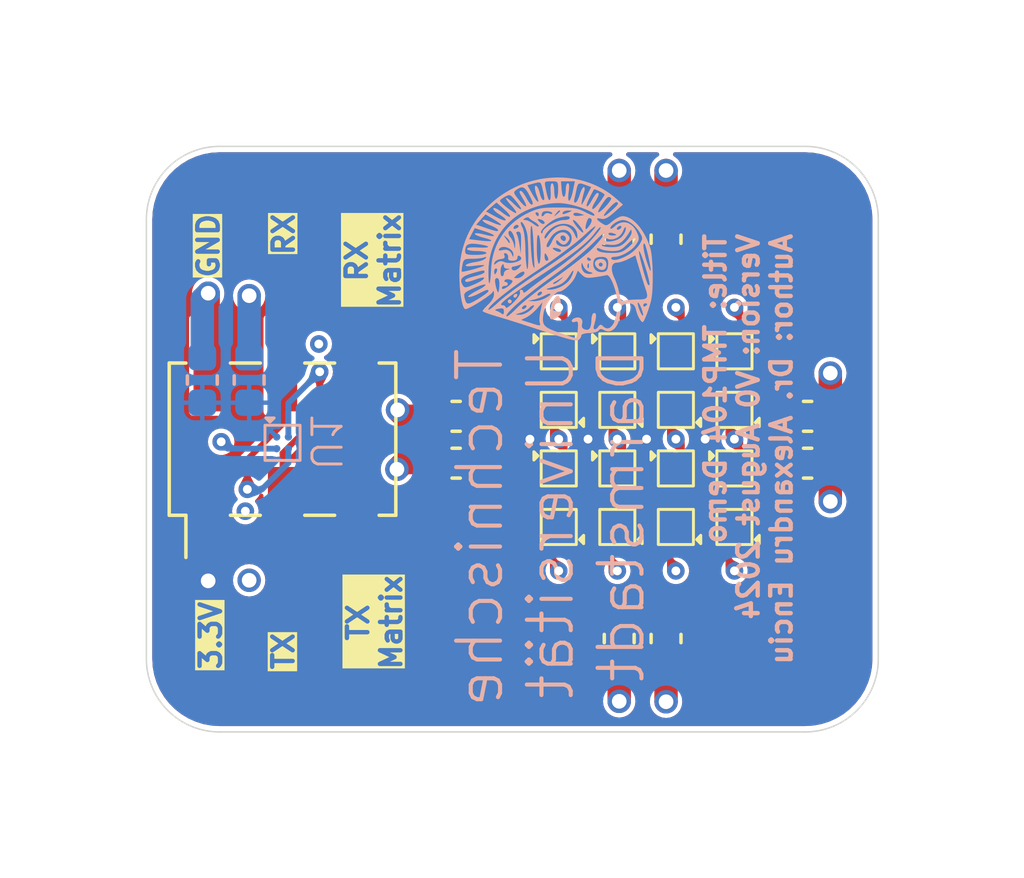
<source format=kicad_pcb>
(kicad_pcb (version 20240108) (generator "pcbnew") (generator_version "8.0")
  (layers (0 "F.Cu" signal) (1 "In1.Cu" signal) (2 "In2.Cu" signal) (31 "B.Cu" signal) (34 "B.Paste" user) (35 "F.Paste" user) (36 "B.SilkS" user "B.Silkscreen") (37 "F.SilkS" user "F.Silkscreen") (38 "B.Mask" user) (39 "F.Mask" user) (44 "Edge.Cuts" user))
  (net 0 "")
  (net 1 "RX_1")
  (net 2 "TX_1")
  (net 3 "GND")
  (net 4 "VCC_3.3V")
  (net 5 "Net-(U2-RX)")
  (net 6 "RX_2")
  (net 7 "Net-(U3-RX)")
  (net 8 "Net-(U4-RX)")
  (net 9 "Net-(U5-RX)")
  (net 10 "Net-(U6-RX)")
  (net 11 "Net-(U7-RX)")
  (net 12 "Net-(U8-RX)")
  (net 13 "Net-(U13-TX)")
  (net 14 "Net-(U10-RX)")
  (net 15 "Net-(U10-TX)")
  (net 16 "Net-(U11-TX)")
  (net 17 "Net-(U12-TX)")
  (net 18 "Net-(U14-TX)")
  (net 19 "TX_2")
  (net 20 "Net-(U15-TX)")
  (net 21 "Net-(U16-TX)")
  (footprint "Molex_PCB_Power_Connector:TMP104" (layer "F.Cu") (at 134.4 104.7 180)
    (property "Reference" "U12" (hide yes))
    (property "Value" "~" (hide yes))
  )
  (footprint "Capacitor_SMD:C_0603_1608Metric" (layer "F.Cu") (at 128.895 104.521 180)
    (property "Reference" "C5" (hide yes))
    (property "Value" "0.1 uF" (hide yes))
  )
  (footprint "Capacitor_SMD:C_0603_1608Metric" (layer "F.Cu") (at 134.465 96.871 90)
    (property "Reference" "C1" (hide yes))
    (property "Value" "0.1 uF" (hide yes))
  )
  (footprint "Molex_PCB_Power_Connector:TMP104" (layer "F.Cu") (at 136.4 104.7 180)
    (property "Reference" "U11" (hide yes))
    (property "Value" "~" (hide yes))
  )
  (footprint "Molex_PCB_Power_Connector:TMP104" (layer "F.Cu") (at 132.4 104.7 180)
    (property "Reference" "U13" (hide yes))
    (property "Value" "~" (hide yes))
  )
  (footprint "Capacitor_SMD:C_0603_1608Metric" (layer "F.Cu") (at 140.9 104.521)
    (property "Reference" "C8" (hide yes))
    (property "Value" "0.1 uF" (hide yes))
  )
  (footprint "Molex_PCB_Power_Connector:TMP104" (layer "F.Cu") (at 136.4 100.7 180)
    (property "Reference" "U4" (hide yes))
    (property "Value" "~" (hide yes))
  )
  (footprint "Molex_PCB_Power_Connector:TMP104" (layer "F.Cu") (at 136.4 102.7)
    (property "Reference" "U7" (hide yes))
    (property "Value" "~" (hide yes))
  )
  (footprint "Molex_PCB_Power_Connector:TMP104" (layer "F.Cu") (at 134.4 100.7 180)
    (property "Reference" "U3" (hide yes))
    (property "Value" "~" (hide yes))
  )
  (footprint "Molex_PCB_Power_Connector:TMP104" (layer "F.Cu") (at 136.4 106.7)
    (property "Reference" "U16" (hide yes))
    (property "Value" "~" (hide yes))
  )
  (footprint "Molex_PCB_Power_Connector:TMP104" (layer "F.Cu") (at 132.4 100.7 180)
    (property "Reference" "U2" (hide yes))
    (property "Value" "~" (hide yes))
  )
  (footprint "Capacitor_SMD:C_0603_1608Metric" (layer "F.Cu") (at 136.065 110.511 -90)
    (property "Reference" "C3" (hide yes))
    (property "Value" "0.1 uF" (hide yes))
  )
  (footprint "Molex_PCB_Power_Connector:TMP104" (layer "F.Cu") (at 138.4 106.7)
    (property "Reference" "U17" (hide yes))
    (property "Value" "~" (hide yes))
  )
  (footprint "Capacitor_SMD:C_0603_1608Metric" (layer "F.Cu") (at 140.9 102.921)
    (property "Reference" "C7" (hide yes))
    (property "Value" "0.1 uF" (hide yes))
  )
  (footprint "Capacitor_SMD:C_0603_1608Metric" (layer "F.Cu") (at 136.065 96.871 90)
    (property "Reference" "C2" (hide yes))
    (property "Value" "0.1 uF" (hide yes))
  )
  (footprint "Molex_PCB_Power_Connector:TMP104" (layer "F.Cu") (at 138.4 102.7)
    (property "Reference" "U6" (hide yes))
    (property "Value" "~" (hide yes))
  )
  (footprint "Connector_PinHeader_2.54mm:PinHeader_2x03_P2.54mm_Vertical_SMD" (layer "F.Cu") (at 122.965 103.701 90)
    (property "Reference" "J1" (hide yes))
    (property "Value" "Conn_02x03_Counter_Clockwise" (hide yes))
  )
  (footprint "Molex_PCB_Power_Connector:TMP104" (layer "F.Cu") (at 134.4 102.7)
    (property "Reference" "U8" (hide yes))
    (property "Value" "~" (hide yes))
  )
  (footprint "Molex_PCB_Power_Connector:TMP104" (layer "F.Cu") (at 138.4 104.7 180)
    (property "Reference" "U10" (hide yes))
    (property "Value" "~" (hide yes))
  )
  (footprint "Capacitor_SMD:C_0603_1608Metric" (layer "F.Cu") (at 128.895 102.921 180)
    (property "Reference" "C6" (hide yes))
    (property "Value" "0.1 uF" (hide yes))
  )
  (footprint "Molex_PCB_Power_Connector:TMP104" (layer "F.Cu") (at 132.4 106.7)
    (property "Reference" "U14" (hide yes))
    (property "Value" "~" (hide yes))
  )
  (footprint "Molex_PCB_Power_Connector:TMP104" (layer "F.Cu") (at 132.4 102.7)
    (property "Reference" "U9" (hide yes))
    (property "Value" "~" (hide yes))
  )
  (footprint "Molex_PCB_Power_Connector:TMP104" (layer "F.Cu") (at 138.4 100.7 180)
    (property "Reference" "U5" (hide yes))
    (property "Value" "~" (hide yes))
  )
  (footprint "Molex_PCB_Power_Connector:TMP104" (layer "F.Cu") (at 134.4 106.7)
    (property "Reference" "U15" (hide yes))
    (property "Value" "~" (hide yes))
  )
  (footprint "Capacitor_SMD:C_0603_1608Metric" (layer "F.Cu") (at 134.465 110.511 -90)
    (property "Reference" "C4" (hide yes))
    (property "Value" "0.1 uF" (hide yes))
  )
  (footprint "Molex_PCB_Power_Connector:TMP104" (layer "B.Cu") (at 122.965 103.826 90)
    (property "Reference" "U1")
    (property "Value" "~" (hide yes))
  )
  (footprint "Capacitor_SMD:C_0603_1608Metric" (layer "B.Cu") (at 121.825 101.68 90)
    (property "Reference" "C9" (hide yes))
    (property "Value" "0.1 uF" (hide yes))
  )
  (footprint "Capacitor_SMD:C_0603_1608Metric" (layer "B.Cu") (at 120.225 101.68 90)
    (property "Reference" "C10" (hide yes))
    (property "Value" "0.1 uF" (hide yes))
  )
  (gr_poly (pts (xy 130.852884 98.816851) (xy 130.853506 98.811775) (xy 130.854608 98.806639) (xy 130.856188 98.80147) (xy 130.858241 98.796295) (xy 130.860762 98.79114) (xy 130.863746 98.786032) (xy 130.867189 98.780998) (xy 130.871087 98.776063) (xy 130.875436 98.771254) (xy 130.88023 98.766599) (xy 130.885465 98.762122) (xy 130.891137 98.757852) (xy 130.897241 98.753814) (xy 130.903773 98.750035) (xy 130.910729 98.746542) (xy 130.918103 98.74336) (xy 130.925892 98.740517) (xy 130.929927 98.739265) (xy 130.933841 98.738234) (xy 130.937633 98.737421) (xy 130.941298 98.736822) (xy 130.944834 98.736435) (xy 130.948236 98.736256) (xy 130.951501 98.736281) (xy 130.954626 98.736507) (xy 130.957608 98.736931) (xy 130.960443 98.737549) (xy 130.963127 98.738358) (xy 130.965658 98.739354) (xy 130.968032 98.740535) (xy 130.970246 98.741896) (xy 130.972296 98.743435) (xy 130.974178 98.745147) (xy 130.97589 98.74703) (xy 130.977429 98.749081) (xy 130.97879 98.751295) (xy 130.97997 98.753669) (xy 130.980966 98.7562) (xy 130.981775 98.758885) (xy 130.982392 98.76172) (xy 130.982816 98.764702) (xy 130.983042 98.767827) (xy 130.983067 98.771093) (xy 130.982887 98.774495) (xy 130.9825 98.77803) (xy 130.981902 98.781695) (xy 130.981089 98.785486) (xy 130.980058 98.789401) (xy 130.978806 98.793435) (xy 130.977387 98.797497) (xy 130.975861 98.801495) (xy 130.972512 98.809278) (xy 130.968794 98.816747) (xy 130.964748 98.823863) (xy 130.96041 98.830588) (xy 130.95582 98.836883) (xy 130.951014 98.842712) (xy 130.946032 98.848035) (xy 130.943487 98.850496) (xy 130.940911 98.852815) (xy 130.938311 98.854989) (xy 130.93569 98.857013) (xy 130.933054 98.858882) (xy 130.930407 98.860591) (xy 130.927754 98.862136) (xy 130.9251 98.863512) (xy 130.922449 98.864713) (xy 130.919806 98.865736) (xy 130.917177 98.866575) (xy 130.914565 98.867226) (xy 130.911976 98.867683) (xy 130.909414 98.867943) (xy 130.906885 98.868) (xy 130.904392 98.86785) (xy 130.897253 98.866846) (xy 130.890663 98.865384) (xy 130.884617 98.863492) (xy 130.879111 98.861195) (xy 130.87414 98.858521) (xy 130.8697 98.855496) (xy 130.865786 98.852147) (xy 130.862394 98.8485) (xy 130.859519 98.844581) (xy 130.857157 98.840417) (xy 130.855304 98.836035) (xy 130.853954 98.83146) (xy 130.853104 98.826721) (xy 130.852749 98.821842)) (stroke (width -0.000001)) (fill solid) (layer "B.SilkS"))
  (gr_poly (pts (xy 133.63503 97.684725) (xy 133.636406 97.67455) (xy 133.638658 97.664648) (xy 133.641753 97.655035) (xy 133.645655 97.645725) (xy 133.650331 97.636734) (xy 133.655748 97.628077) (xy 133.66187 97.619768) (xy 133.668664 97.611822) (xy 133.676097 97.604255) (xy 133.684133 97.597082) (xy 133.692739 97.590317) (xy 133.701882 97.583975) (xy 133.711526 97.578072) (xy 133.721639 97.572623) (xy 133.732185 97.567641) (xy 133.743132 97.563144) (xy 133.754445 97.559145) (xy 133.778032 97.552702) (xy 133.802676 97.548432) (xy 133.815309 97.54715) (xy 133.828104 97.546456) (xy 133.841027 97.546366) (xy 133.854045 97.546894) (xy 133.867122 97.548056) (xy 133.880225 97.549866) (xy 133.893321 97.552339) (xy 133.906375 97.555491) (xy 133.919353 97.559336) (xy 133.93222 97.563889) (xy 133.932129 97.563889) (xy 133.94385 97.569106) (xy 133.954812 97.575425) (xy 133.965014 97.582774) (xy 133.974456 97.591079) (xy 133.98314 97.600266) (xy 133.991065 97.610262) (xy 133.998231 97.620993) (xy 134.004639 97.632386) (xy 134.010288 97.644367) (xy 134.015179 97.656863) (xy 134.019313 97.669801) (xy 134.022688 97.683106) (xy 134.025306 97.696706) (xy 134.027167 97.710526) (xy 134.028271 97.724494) (xy 134.028617 97.738535) (xy 134.028207 97.752577) (xy 134.027041 97.766546) (xy 134.025118 97.780367) (xy 134.022438 97.793969) (xy 134.019003 97.807276) (xy 134.014812 97.820217) (xy 134.009866 97.832716) (xy 134.004164 97.844702) (xy 133.997707 97.856099) (xy 133.990495 97.866836) (xy 133.982528 97.876837) (xy 133.973806 97.88603) (xy 133.96433 97.894341) (xy 133.9541 97.901697) (xy 133.943116 97.908024) (xy 133.931377 97.913249) (xy 133.92011 97.916996) (xy 133.908535 97.91974) (xy 133.896695 97.921515) (xy 133.884634 97.922351) (xy 133.872396 97.922282) (xy 133.860025 97.921338) (xy 133.847564 97.919553) (xy 133.835056 97.916958) (xy 133.833 97.916403) (xy 133.833 97.804555) (xy 133.836391 97.804468) (xy 133.839738 97.804212) (xy 133.843039 97.803789) (xy 133.846288 97.803205) (xy 133.849481 97.802463) (xy 133.852614 97.801568) (xy 133.855683 97.800524) (xy 133.858684 97.799336) (xy 133.861612 97.798006) (xy 133.864463 97.796541) (xy 133.867233 97.794944) (xy 133.869917 97.793218) (xy 133.872512 97.79137) (xy 133.875013 97.789402) (xy 133.877416 97.787319) (xy 133.879716 97.785125) (xy 133.88191 97.782824) (xy 133.883993 97.780421) (xy 133.885962 97.77792) (xy 133.88781 97.775326) (xy 133.889536 97.772641) (xy 133.891133 97.769871) (xy 133.892598 97.76702) (xy 133.893928 97.764092) (xy 133.895116 97.761092) (xy 133.89616 97.758022) (xy 133.897055 97.754889) (xy 133.897797 97.751696) (xy 133.898381 97.748447) (xy 133.898804 97.745146) (xy 133.899061 97.741799) (xy 133.899147 97.738408) (xy 133.899061 97.735017) (xy 133.898804 97.73167) (xy 133.898381 97.728369) (xy 133.897797 97.72512) (xy 133.897055 97.721927) (xy 133.89616 97.718794) (xy 133.895116 97.715725) (xy 133.893928 97.712725) (xy 133.892598 97.709797) (xy 133.891133 97.706946) (xy 133.889536 97.704176) (xy 133.88781 97.701492) (xy 133.885962 97.698897) (xy 133.883993 97.696396) (xy 133.88191 97.693993) (xy 133.879716 97.691693) (xy 133.877416 97.689499) (xy 133.875013 97.687416) (xy 133.872512 97.685448) (xy 133.869917 97.683599) (xy 133.867233 97.681874) (xy 133.864463 97.680276) (xy 133.861612 97.678811) (xy 133.858684 97.677482) (xy 133.855683 97.676293) (xy 133.852614 97.675249) (xy 133.849481 97.674355) (xy 133.846288 97.673613) (xy 133.843039 97.673029) (xy 133.839738 97.672606) (xy 133.836391 97.672349) (xy 133.833 97.672263) (xy 133.82961 97.672349) (xy 133.826262 97.672606) (xy 133.822962 97.673029) (xy 133.819713 97.673613) (xy 133.816519 97.674355) (xy 133.813386 97.675249) (xy 133.810317 97.676293) (xy 133.807317 97.677482) (xy 133.804389 97.678811) (xy 133.801538 97.680276) (xy 133.798768 97.681874) (xy 133.796083 97.683599) (xy 133.793488 97.685448) (xy 133.790987 97.687416) (xy 133.788585 97.689499) (xy 133.786284 97.691693) (xy 133.78409 97.693993) (xy 133.782007 97.696396) (xy 133.780039 97.698897) (xy 133.77819 97.701492) (xy 133.776465 97.704176) (xy 133.774867 97.706946) (xy 133.773402 97.709797) (xy 133.772073 97.712725) (xy 133.770884 97.715725) (xy 133.76984 97.718794) (xy 133.768945 97.721927) (xy 133.768203 97.72512) (xy 133.767619 97.728369) (xy 133.767196 97.73167) (xy 133.76694 97.735017) (xy 133.766853 97.738408) (xy 133.76694 97.741799) (xy 133.767196 97.745146) (xy 133.767619 97.748447) (xy 133.768203 97.751696) (xy 133.768945 97.754889) (xy 133.76984 97.758022) (xy 133.770884 97.761092) (xy 133.772073 97.764092) (xy 133.773402 97.76702) (xy 133.774867 97.769871) (xy 133.776465 97.772641) (xy 133.77819 97.775326) (xy 133.780039 97.77792) (xy 133.782007 97.780421) (xy 133.78409 97.782824) (xy 133.786284 97.785125) (xy 133.788585 97.787319) (xy 133.790987 97.789402) (xy 133.793488 97.79137) (xy 133.796083 97.793218) (xy 133.798768 97.794944) (xy 133.801538 97.796541) (xy 133.804389 97.798006) (xy 133.807317 97.799336) (xy 133.810317 97.800524) (xy 133.813386 97.801568) (xy 133.816519 97.802463) (xy 133.819713 97.803205) (xy 133.822962 97.803789) (xy 133.826262 97.804212) (xy 133.82961 97.804468) (xy 133.833 97.804555) (xy 133.833 97.916403) (xy 133.822547 97.913585) (xy 133.810078 97.909467) (xy 133.797694 97.904635) (xy 133.785439 97.899121) (xy 133.773356 97.892958) (xy 133.761488 97.886178) (xy 133.749881 97.878813) (xy 133.738576 97.870895) (xy 133.727618 97.862456) (xy 133.717051 97.853527) (xy 133.706918 97.844142) (xy 133.697262 97.834332) (xy 133.688129 97.82413) (xy 133.67956 97.813566) (xy 133.6716 97.802675) (xy 133.664293 97.791486) (xy 133.657681 97.780034) (xy 133.65181 97.768349) (xy 133.646722 97.756464) (xy 133.642462 97.744411) (xy 133.639072 97.732222) (xy 133.636596 97.719928) (xy 133.635079 97.707563) (xy 133.634563 97.695159)) (stroke (width -0.000001)) (fill solid) (layer "B.SilkS"))
  (gr_poly (pts (xy 130.658087 98.991788) (xy 130.658344 98.988441) (xy 130.658767 98.985141) (xy 130.659351 98.981892) (xy 130.660093 98.978699) (xy 130.660988 98.975566) (xy 130.662032 98.972497) (xy 130.66322 98.969496) (xy 130.66455 98.966568) (xy 130.666015 98.963717) (xy 130.667612 98.960947) (xy 130.669338 98.958263) (xy 130.671186 98.955668) (xy 130.673154 98.953167) (xy 130.675238 98.950764) (xy 130.677432 98.948463) (xy 130.679732 98.946269) (xy 130.682135 98.944186) (xy 130.684636 98.942218) (xy 130.687231 98.940369) (xy 130.689915 98.938644) (xy 130.692685 98.937046) (xy 130.695536 98.935581) (xy 130.698464 98.934252) (xy 130.701465 98.933063) (xy 130.704534 98.932019) (xy 130.707667 98.931124) (xy 130.71086 98.930382) (xy 130.714109 98.929798) (xy 130.71741 98.929375) (xy 130.720757 98.929119) (xy 130.724148 98.929032) (xy 130.727538 98.929119) (xy 130.730886 98.929375) (xy 130.734186 98.929798) (xy 130.737435 98.930382) (xy 130.740628 98.931124) (xy 130.743762 98.932019) (xy 130.746831 98.933063) (xy 130.749831 98.934251) (xy 130.752759 98.935581) (xy 130.75561 98.937046) (xy 130.75838 98.938644) (xy 130.761065 98.940369) (xy 130.76366 98.942218) (xy 130.766161 98.944186) (xy 130.768563 98.946269) (xy 130.770864 98.948463) (xy 130.773058 98.950763) (xy 130.775141 98.953166) (xy 130.777109 98.955667) (xy 130.778958 98.958262) (xy 130.780683 98.960946) (xy 130.782281 98.963716) (xy 130.783746 98.966567) (xy 130.785075 98.969495) (xy 130.786264 98.972496) (xy 130.787308 98.975565) (xy 130.788203 98.978698) (xy 130.788945 98.981891) (xy 130.789529 98.98514) (xy 130.789951 98.988441) (xy 130.790208 98.991788) (xy 130.790295 98.995179) (xy 130.790208 98.99857) (xy 130.789951 99.001917) (xy 130.789529 99.005217) (xy 130.788945 99.008466) (xy 130.788203 99.011659) (xy 130.787308 99.014793) (xy 130.786264 99.017862) (xy 130.785075 99.020862) (xy 130.783746 99.02379) (xy 130.782281 99.026641) (xy 130.780683 99.029411) (xy 130.778958 99.032095) (xy 130.777109 99.03469) (xy 130.775141 99.037191) (xy 130.773058 99.039594) (xy 130.770864 99.041894) (xy 130.768563 99.044088) (xy 130.766161 99.046171) (xy 130.76366 99.048139) (xy 130.761065 99.049988) (xy 130.75838 99.051713) (xy 130.75561 99.05331) (xy 130.752759 99.054776) (xy 130.749831 99.056105) (xy 130.746831 99.057293) (xy 130.743762 99.058337) (xy 130.740628 99.059232) (xy 130.737435 99.059974) (xy 130.734186 99.060558) (xy 130.730886 99.060981) (xy 130.727538 99.061237) (xy 130.724148 99.061324) (xy 130.720757 99.061237) (xy 130.71741 99.060981) (xy 130.714109 99.060558) (xy 130.71086 99.059974) (xy 130.707667 99.059232) (xy 130.704534 99.058337) (xy 130.701465 99.057293) (xy 130.698464 99.056105) (xy 130.695536 99.054776) (xy 130.692685 99.05331) (xy 130.689915 99.051713) (xy 130.687231 99.049988) (xy 130.684636 99.048139) (xy 130.682135 99.046171) (xy 130.679732 99.044088) (xy 130.677432 99.041894) (xy 130.675238 99.039594) (xy 130.673154 99.037191) (xy 130.671186 99.03469) (xy 130.669338 99.032095) (xy 130.667612 99.029411) (xy 130.666015 99.026641) (xy 130.66455 99.02379) (xy 130.66322 99.020862) (xy 130.662032 99.017862) (xy 130.660988 99.014793) (xy 130.660093 99.011659) (xy 130.659351 99.008466) (xy 130.658767 99.005217) (xy 130.658344 99.001917) (xy 130.658087 98.99857) (xy 130.658001 98.995179)) (stroke (width -0.000001)) (fill solid) (layer "B.SilkS"))
  (gr_poly (pts (xy 129.008758 97.896538) (xy 129.021927 97.720291) (xy 129.04383 97.547272) (xy 129.07443 97.377562) (xy 129.113688 97.211246) (xy 129.16157 97.048404) (xy 129.218036 96.889121) (xy 129.28305 96.733478) (xy 129.356574 96.581558) (xy 129.438572 96.433444) (xy 129.529006 96.289219) (xy 129.627839 96.148965) (xy 129.735033 96.012764) (xy 129.850552 95.8807) (xy 129.974358 95.752855) (xy 130.106415 95.629311) (xy 130.223718 95.529418) (xy 130.344502 95.435593) (xy 130.468522 95.347846) (xy 130.59553 95.266184) (xy 130.72528 95.190616) (xy 130.857523 95.121151) (xy 130.992013 95.057796) (xy 131.128504 95.000561) (xy 131.266747 94.949453) (xy 131.406497 94.904482) (xy 131.547506 94.865654) (xy 131.689528 94.83298) (xy 131.832314 94.806467) (xy 131.975619 94.786124) (xy 132.119195 94.771958) (xy 132.262796 94.763979) (xy 132.406174 94.762195) (xy 132.549082 94.766615) (xy 132.691273 94.777246) (xy 132.832501 94.794097) (xy 132.972518 94.817176) (xy 133.111078 94.846493) (xy 133.247933 94.882054) (xy 133.382837 94.92387) (xy 133.515542 94.971947) (xy 133.645801 95.026295) (xy 133.773368 95.086922) (xy 133.897996 95.153836) (xy 134.019437 95.227046) (xy 134.137444 95.30656) (xy 134.251771 95.392387) (xy 134.362171 95.484534) (xy 134.593681 95.688176) (xy 134.298183 95.950267) (xy 134.257853 95.985525) (xy 134.219949 96.017564) (xy 134.184308 96.046466) (xy 134.150763 96.072314) (xy 134.119151 96.095192) (xy 134.089305 96.115181) (xy 134.061061 96.132365) (xy 134.034254 96.146826) (xy 134.021337 96.153062) (xy 134.008718 96.158648) (xy 133.996375 96.163596) (xy 133.984288 96.167914) (xy 133.972437 96.171614) (xy 133.9608 96.174706) (xy 133.951373 96.176761) (xy 133.951373 96.076151) (xy 133.957865 96.075639) (xy 133.965993 96.073417) (xy 133.97574 96.069477) (xy 133.987091 96.063812) (xy 134.000031 96.056413) (xy 134.030614 96.036382) (xy 134.067362 96.009321) (xy 134.11015 95.975166) (xy 134.158853 95.933853) (xy 134.213345 95.885318) (xy 134.213348 95.885318) (xy 134.253345 95.848726) (xy 134.288664 95.815897) (xy 134.319459 95.786568) (xy 134.333208 95.773133) (xy 134.345885 95.760474) (xy 134.357508 95.748557) (xy 134.368097 95.73735) (xy 134.377672 95.726819) (xy 134.386252 95.716932) (xy 134.393856 95.707655) (xy 134.400503 95.698955) (xy 134.406213 95.690799) (xy 134.411006 95.683155) (xy 134.4149 95.675988) (xy 134.417916 95.669267) (xy 134.4191 95.666063) (xy 134.420072 95.662958) (xy 134.420834 95.659947) (xy 134.421388 95.657028) (xy 134.421737 95.654194) (xy 134.421884 95.651443) (xy 134.42183 95.64877) (xy 134.421578 95.646171) (xy 134.42113 95.643643) (xy 134.42049 95.64118) (xy 134.419659 95.638778) (xy 134.418639 95.636434) (xy 134.417434 95.634144) (xy 134.416046 95.631903) (xy 134.414476 95.629707) (xy 134.412728 95.627552) (xy 134.408707 95.623348) (xy 134.404 95.619259) (xy 134.398628 95.615252) (xy 134.39261 95.611292) (xy 134.385964 95.607348) (xy 134.378712 95.603387) (xy 134.375877 95.602378) (xy 134.372502 95.602038) (xy 134.368604 95.602355) (xy 134.3642 95.603311) (xy 134.353946 95.607089) (xy 134.341878 95.613253) (xy 134.328137 95.621689) (xy 134.312863 95.632279) (xy 134.296193 95.644907) (xy 134.278269 95.659456) (xy 134.25923 95.675809) (xy 134.239215 95.693849) (xy 134.218364 95.71346) (xy 134.196817 95.734525) (xy 134.174712 95.756928) (xy 134.15219 95.780552) (xy 134.129391 95.805279) (xy 134.106453 95.830994) (xy 134.060929 95.884087) (xy 134.022951 95.930851) (xy 133.992395 95.971222) (xy 133.969134 96.005138) (xy 133.953042 96.032533) (xy 133.947646 96.043766) (xy 133.943995 96.053345) (xy 133.942074 96.061262) (xy 133.941867 96.067509) (xy 133.943358 96.072078) (xy 133.946532 96.074961) (xy 133.951373 96.076151) (xy 133.951373 96.176761) (xy 133.949357 96.177201) (xy 133.938088 96.179108) (xy 133.926971 96.180438) (xy 133.915987 96.181201) (xy 133.905114 96.181408) (xy 133.894332 96.18107) (xy 133.88362 96.180196) (xy 133.872958 96.178796) (xy 133.862325 96.176882) (xy 133.8517 96.174464) (xy 133.817045 96.16647) (xy 133.787146 96.16104) (xy 133.773978 96.159268) (xy 133.761997 96.158116) (xy 133.752941 96.157662) (xy 133.752941 95.952471) (xy 133.762363 95.95122) (xy 133.773405 95.947566) (xy 133.78593 95.941661) (xy 133.799804 95.933655) (xy 133.831057 95.911943) (xy 133.866083 95.883636) (xy 133.9038 95.849941) (xy 133.943126 95.812064) (xy 133.982979 95.77121) (xy 134.022279 95.728585) (xy 134.059943 95.685396) (xy 134.09489 95.642848) (xy 134.126038 95.602148) (xy 134.152306 95.564501) (xy 134.172612 95.531113) (xy 134.180191 95.516393) (xy 134.185875 95.503191) (xy 134.189527 95.491656) (xy 134.191012 95.48194) (xy 134.190196 95.474193) (xy 134.186943 95.468566) (xy 134.171551 95.454301) (xy 134.156647 95.443034) (xy 134.149309 95.438573) (xy 134.142008 95.434921) (xy 134.134718 95.432097) (xy 134.12741 95.43012) (xy 134.120057 95.42901) (xy 134.112629 95.428786) (xy 134.1051 95.429469) (xy 134.097441 95.431078) (xy 134.089625 95.433633) (xy 134.081622 95.437152) (xy 134.073407 95.441656) (xy 134.064949 95.447165) (xy 134.056222 95.453697) (xy 134.047197 95.461273) (xy 134.028142 95.479634) (xy 134.007561 95.502404) (xy 133.98523 95.529741) (xy 133.960925 95.561801) (xy 133.934421 95.598741) (xy 133.905496 95.640717) (xy 133.873924 95.687888) (xy 133.856367 95.71484) (xy 133.839854 95.741037) (xy 133.824446 95.766342) (xy 133.810205 95.79062) (xy 133.797194 95.813735) (xy 133.785474 95.835552) (xy 133.775108 95.855935) (xy 133.766157 95.874748) (xy 133.758684 95.891857) (xy 133.752749 95.907124) (xy 133.748416 95.920414) (xy 133.74687 95.926276) (xy 133.745747 95.931592) (xy 133.745055 95.936347) (xy 133.744803 95.940523) (xy 133.744997 95.944102) (xy 133.745645 95.947069) (xy 133.746757 95.949407) (xy 133.748338 95.951097) (xy 133.750397 95.952124) (xy 133.752941 95.95247) (xy 133.752941 95.952471) (xy 133.752941 96.157662) (xy 133.751202 96.157575) (xy 133.741593 96.157638) (xy 133.733168 96.158299) (xy 133.725928 96.15955) (xy 133.719871 96.161384) (xy 133.714997 96.163793) (xy 133.711306 96.16677) (xy 133.708796 96.170308) (xy 133.707467 96.174399) (xy 133.707318 96.179037) (xy 133.708349 96.184214) (xy 133.710559 96.189923) (xy 133.713947 96.196156) (xy 133.718513 96.202906) (xy 133.724256 96.210167) (xy 133.731175 96.217929) (xy 133.73927 96.226188) (xy 133.74854 96.234934) (xy 133.770603 96.253861) (xy 133.797359 96.274654) (xy 133.828801 96.297253) (xy 133.864925 96.321601) (xy 133.892721 96.339582) (xy 133.917717 96.355006) (xy 133.940377 96.367794) (xy 133.950976 96.373173) (xy 133.961165 96.377862) (xy 133.971003 96.381851) (xy 133.980547 96.38513) (xy 133.989856 96.387689) (xy 133.998987 96.389516) (xy 134.007999 96.390604) (xy 134.01695 96.39094) (xy 134.025898 96.390515) (xy 134.0349 96.389318) (xy 134.044016 96.387341) (xy 134.053302 96.384571) (xy 134.062818 96.381) (xy 134.072621 96.376617) (xy 134.082769 96.371411) (xy 134.093321 96.365374) (xy 134.104334 96.358493) (xy 134.115867 96.35076) (xy 134.140723 96.332695) (xy 134.168355 96.311098) (xy 134.199227 96.285886) (xy 134.233803 96.256978) (xy 134.255357 96.239435) (xy 134.277691 96.222384) (xy 134.30063 96.205913) (xy 134.323999 96.190111) (xy 134.347623 96.175065) (xy 134.371328 96.160864) (xy 134.39494 96.147597) (xy 134.418283 96.135352) (xy 134.441184 96.124216) (xy 134.463467 96.114279) (xy 134.484958 96.105628) (xy 134.505482 96.098352) (xy 134.524864 96.092539) (xy 134.542931 96.088278) (xy 134.559507 96.085657) (xy 134.574417 96.084763) (xy 134.607885 96.086084) (xy 134.641553 96.090011) (xy 134.675376 96.096494) (xy 134.709311 96.105484) (xy 134.743313 96.11693) (xy 134.777339 96.13078) (xy 134.845281 96.165495) (xy 134.912786 96.209226) (xy 134.979498 96.26157) (xy 135.045066 96.322122) (xy 135.109135 96.39048) (xy 135.171352 96.466239) (xy 135.231364 96.548998) (xy 135.288816 96.638351) (xy 135.343355 96.733897) (xy 135.394629 96.835231) (xy 135.442283 96.941949) (xy 135.485964 97.05365) (xy 135.525318 97.169928) (xy 135.525318 97.169923) (xy 135.543005 97.238235) (xy 135.558741 97.322555) (xy 135.572491 97.420702) (xy 135.584219 97.530498) (xy 135.601467 97.776309) (xy 135.610205 98.042545) (xy 135.610148 98.311764) (xy 135.601014 98.566523) (xy 135.592955 98.683029) (xy 135.582521 98.789379) (xy 135.569677 98.883393) (xy 135.554386 98.962889) (xy 135.539837 99.021537) (xy 135.536293 99.034423) (xy 135.536293 97.950062) (xy 135.537041 97.949824) (xy 135.537718 97.949351) (xy 135.538856 97.947691) (xy 135.539698 97.945065) (xy 135.540238 97.941455) (xy 135.540466 97.936845) (xy 135.539015 97.901134) (xy 135.534181 97.854587) (xy 135.515954 97.735909) (xy 135.488957 97.594649) (xy 135.456363 97.444648) (xy 135.421346 97.299745) (xy 135.387079 97.173781) (xy 135.371218 97.122226) (xy 135.356734 97.080595) (xy 135.344024 97.050619) (xy 135.333485 97.034028) (xy 135.325918 97.027361) (xy 135.319115 97.02321) (xy 135.313065 97.021496) (xy 135.307758 97.022138) (xy 135.303183 97.025056) (xy 135.299329 97.030172) (xy 135.293743 97.046673) (xy 135.290916 97.071) (xy 135.290763 97.102515) (xy 135.293201 97.140578) (xy 135.298144 97.18455) (xy 135.305508 97.233789) (xy 135.315209 97.287658) (xy 135.341284 97.406724) (xy 135.375692 97.536632) (xy 135.395811 97.604052) (xy 135.417759 97.672263) (xy 135.430138 97.708808) (xy 135.442182 97.743318) (xy 135.453827 97.775658) (xy 135.46501 97.805692) (xy 135.475671 97.833284) (xy 135.485745 97.858299) (xy 135.49517 97.8806) (xy 135.503883 97.900053) (xy 135.511823 97.916522) (xy 135.518926 97.92987) (xy 135.525129 97.939963) (xy 135.527874 97.943746) (xy 135.530371 97.946665) (xy 135.532611 97.948701) (xy 135.534588 97.949839) (xy 135.536293 97.950062) (xy 135.536293 99.034423) (xy 135.52195 99.086573) (xy 135.501426 99.155836) (xy 135.478995 99.227071) (xy 135.478995 98.441484) (xy 135.4814 98.441341) (xy 135.483742 98.44086) (xy 135.486016 98.440039) (xy 135.488216 98.438872) (xy 135.490337 98.437356) (xy 135.492375 98.435486) (xy 135.494323 98.433259) (xy 135.496177 98.430669) (xy 135.497932 98.427712) (xy 135.50062 98.417924) (xy 135.501253 98.40264) (xy 135.496825 98.35711) (xy 135.485583 98.294167) (xy 135.468461 98.216854) (xy 135.420314 98.031294) (xy 135.359861 97.824782) (xy 135.294576 97.621669) (xy 135.231934 97.446305) (xy 135.20394 97.376639) (xy 135.179411 97.323042) (xy 135.15928 97.288558) (xy 135.151156 97.279434) (xy 135.144482 97.276231) (xy 135.141445 97.278325) (xy 135.139693 97.284606) (xy 135.13983 97.308874) (xy 135.144461 97.347327) (xy 135.153157 97.39826) (xy 135.181022 97.530735) (xy 135.219985 97.692646) (xy 135.266605 97.870339) (xy 135.317441 98.050159) (xy 135.369051 98.218453) (xy 135.417995 98.361567) (xy 135.420441 98.368002) (xy 135.422941 98.374196) (xy 135.425491 98.380148) (xy 135.428085 98.385851) (xy 135.430719 98.391302) (xy 135.433387 98.396497) (xy 135.436083 98.401431) (xy 135.438804 98.406101) (xy 135.441544 98.410501) (xy 135.444297 98.414628) (xy 135.447058 98.418478) (xy 135.449824 98.422046) (xy 135.452587 98.425327) (xy 135.455343 98.428319) (xy 135.458088 98.431016) (xy 135.460815 98.433414) (xy 135.46352 98.43551) (xy 135.466198 98.437298) (xy 135.468843 98.438775) (xy 135.47145 98.439936) (xy 135.474015 98.440778) (xy 135.476531 98.441295) (xy 135.478995 98.441484) (xy 135.478995 99.227071) (xy 135.478965 99.227166) (xy 135.455265 99.2984) (xy 135.431028 99.367376) (xy 135.406953 99.431933) (xy 135.383739 99.489909) (xy 135.365211 99.533994) (xy 135.348661 99.572515) (xy 135.333827 99.60564) (xy 135.326973 99.620231) (xy 135.320449 99.633536) (xy 135.320126 99.634159) (xy 135.320126 99.171518) (xy 135.322896 99.171498) (xy 135.325747 99.171288) (xy 135.328675 99.170886) (xy 135.331676 99.170291) (xy 135.334745 99.169501) (xy 135.337878 99.168512) (xy 135.341071 99.167325) (xy 135.34432 99.165937) (xy 135.34762 99.164345) (xy 135.350968 99.162549) (xy 135.354359 99.160546) (xy 135.361097 99.15623) (xy 135.367646 99.151739) (xy 135.373973 99.147108) (xy 135.380042 99.142373) (xy 135.385821 99.137569) (xy 135.391276 99.132733) (xy 135.396371 99.127901) (xy 135.401075 99.123109) (xy 135.405352 99.118392) (xy 135.409169 99.113786) (xy 135.412492 99.109327) (xy 135.415286 99.105051) (xy 135.416475 99.102993) (xy 135.417519 99.100995) (xy 135.418414 99.09906) (xy 135.419155 99.097193) (xy 135.41974 99.095398) (xy 135.420162 99.093681) (xy 135.420419 99.092046) (xy 135.420506 99.090497) (xy 135.420419 99.089001) (xy 135.420162 99.087525) (xy 135.41974 99.08607) (xy 135.419155 99.084637) (xy 135.418414 99.083229) (xy 135.417519 99.081847) (xy 135.415286 99.07917) (xy 135.412492 99.076622) (xy 135.409169 99.074217) (xy 135.405352 99.07197) (xy 135.401075 99.069895) (xy 135.396371 99.068009) (xy 135.391276 99.066326) (xy 135.385821 99.064861) (xy 135.380042 99.063629) (xy 135.373973 99.062645) (xy 135.367646 99.061923) (xy 135.361097 99.061479) (xy 135.354359 99.061328) (xy 135.350968 99.061419) (xy 135.34762 99.061691) (xy 135.34432 99.062139) (xy 135.341071 99.062757) (xy 135.337878 99.063543) (xy 135.334745 99.064491) (xy 135.331676 99.065596) (xy 135.328675 99.066855) (xy 135.325747 99.068262) (xy 135.322896 99.069814) (xy 135.320126 99.071506) (xy 135.317442 99.073333) (xy 135.314847 99.075291) (xy 135.312346 99.077375) (xy 135.309943 99.079581) (xy 135.307642 99.081904) (xy 135.305448 99.08434) (xy 135.303365 99.086885) (xy 135.301397 99.089534) (xy 135.299549 99.092281) (xy 135.297823 99.095124) (xy 135.296226 99.098058) (xy 135.29476 99.101077) (xy 135.293431 99.104178) (xy 135.292243 99.107355) (xy 135.291199 99.110605) (xy 135.290304 99.113924) (xy 135.289562 99.117305) (xy 135.288978 99.120746) (xy 135.288555 99.124241) (xy 135.288298 99.127786) (xy 135.288212 99.131377) (xy 135.288298 99.134913) (xy 135.288555 99.138299) (xy 135.288978 99.141532) (xy 135.289562 99.144611) (xy 135.290304 99.147534) (xy 135.291199 99.150298) (xy 135.292243 99.152903) (xy 135.293431 99.155345) (xy 135.29476 99.157624) (xy 135.296226 99.159737) (xy 135.297823 99.161683) (xy 135.299549 99.163459) (xy 135.301397 99.165064) (xy 135.303365 99.166497) (xy 135.305448 99.167754) (xy 135.307642 99.168834) (xy 135.309943 99.169736) (xy 135.312346 99.170457) (xy 135.314847 99.170995) (xy 135.317442 99.17135) (xy 135.320126 99.171518) (xy 135.320126 99.634159) (xy 135.314223 99.645576) (xy 135.308262 99.656371) (xy 135.302534 99.665943) (xy 135.297006 99.674313) (xy 135.291646 99.681501) (xy 135.286419 99.687528) (xy 135.281294 99.692416) (xy 135.276238 99.696184) (xy 135.271219 99.698855) (xy 135.268825 99.699744) (xy 135.268825 99.481478) (xy 135.26986 99.481473) (xy 135.270849 99.481336) (xy 135.271791 99.481068) (xy 135.272685 99.480667) (xy 135.27353 99.480133) (xy 135.274327 99.479465) (xy 135.275074 99.478661) (xy 135.275769 99.477722) (xy 135.276414 99.476646) (xy 135.277545 99.474082) (xy 135.278461 99.470961) (xy 135.279157 99.467279) (xy 135.279626 99.463027) (xy 135.279861 99.458201) (xy 135.279633 99.447065) (xy 135.278486 99.43422) (xy 135.276466 99.419821) (xy 135.273618 99.404019) (xy 135.265621 99.368818) (xy 135.254856 99.329838) (xy 135.241688 99.2883) (xy 135.226478 99.245424) (xy 135.20959 99.202433) (xy 135.191387 99.160546) (xy 135.186726 99.150504) (xy 135.182118 99.140846) (xy 135.177568 99.131578) (xy 135.173083 99.122708) (xy 135.168668 99.114241) (xy 135.16433 99.106183) (xy 135.160075 99.098542) (xy 135.155908 99.091323) (xy 135.151836 99.084533) (xy 135.147865 99.078178) (xy 135.144001 99.072265) (xy 135.140249 99.066799) (xy 135.136615 99.061788) (xy 135.133107 99.057237) (xy 135.129729 99.053153) (xy 135.126488 99.049543) (xy 135.12339 99.046412) (xy 135.12044 99.043767) (xy 135.117646 99.041614) (xy 135.115012 99.03996) (xy 135.112545 99.038811) (xy 135.111375 99.038428) (xy 135.11025 99.038174) (xy 135.10917 99.038049) (xy 135.108135 99.038054) (xy 135.107146 99.038191) (xy 135.106204 99.038459) (xy 135.10531 99.03886) (xy 135.104464 99.039394) (xy 135.103668 99.040062) (xy 135.102921 99.040866) (xy 135.102225 99.041805) (xy 135.101581 99.042881) (xy 135.10045 99.045445) (xy 135.099533 99.048566) (xy 135.098838 99.052248) (xy 135.098369 99.0565) (xy 135.098133 99.061326) (xy 135.098361 99.072462) (xy 135.099507 99.085307) (xy 135.101527 99.099706) (xy 135.104374 99.115508) (xy 135.112371 99.150709) (xy 135.123136 99.189689) (xy 135.136304 99.231228) (xy 135.151514 99.274103) (xy 135.168403 99.317095) (xy 135.186607 99.358983) (xy 135.186611 99.358983) (xy 135.191272 99.369025) (xy 135.19588 99.378683) (xy 135.200429 99.38795) (xy 135.204914 99.396821) (xy 135.209329 99.405288) (xy 135.213666 99.413345) (xy 135.217921 99.420986) (xy 135.222088 99.428205) (xy 135.22616 99.434995) (xy 135.230131 99.441349) (xy 135.233995 99.447263) (xy 135.237747 99.452728) (xy 135.24138 99.45774) (xy 135.244888 99.46229) (xy 135.248266 99.466374) (xy 135.251507 99.469985) (xy 135.254605 99.473115) (xy 135.257554 99.47576) (xy 135.260349 99.477913) (xy 135.262983 99.479567) (xy 135.26545 99.480716) (xy 135.266619 99.481099) (xy 135.267744 99.481353) (xy 135.268825 99.481478) (xy 135.268825 99.699744) (xy 135.268712 99.699786) (xy 135.266202 99.700449) (xy 135.263685 99.700849) (xy 135.261157 99.700988) (xy 135.258613 99.700867) (xy 135.256049 99.700491) (xy 135.250846 99.69898) (xy 135.245516 99.696475) (xy 135.240025 99.692999) (xy 135.234341 99.688571) (xy 135.228432 99.683213) (xy 135.222264 99.676945) (xy 135.215804 99.669789) (xy 135.209021 99.661765) (xy 135.19435 99.643199) (xy 135.17799 99.621413) (xy 135.167969 99.607182) (xy 135.157837 99.591441) (xy 135.147666 99.574352) (xy 135.137522 99.556079) (xy 135.127477 99.536783) (xy 135.117598 99.516629) (xy 135.107955 99.495778) (xy 135.098617 99.474395) (xy 135.081133 99.430679) (xy 135.073125 99.408674) (xy 135.065699 99.386787) (xy 135.058924 99.365181) (xy 135.052868 99.34402) (xy 135.047602 99.323465) (xy 135.043194 99.303681) (xy 135.034329 99.26571) (xy 135.023932 99.231198) (xy 135.018134 99.215224) (xy 135.011924 99.200097) (xy 135.005291 99.185811) (xy 134.998226 99.172361) (xy 134.990718 99.159741) (xy 134.982759 99.147944) (xy 134.974337 99.136966) (xy 134.965444 99.126799) (xy 134.956069 99.11744) (xy 134.946203 99.10888) (xy 134.935835 99.101116) (xy 134.924957 99.09414) (xy 134.913557 99.087948) (xy 134.901627 99.082533) (xy 134.889155 99.07789) (xy 134.876134 99.074012) (xy 134.862552 99.070894) (xy 134.848399 99.06853) (xy 134.833667 99.066915) (xy 134.818345 99.066042) (xy 134.802423 99.065906) (xy 134.785891 99.066501) (xy 134.76874 99.06782) (xy 134.750959 99.069859) (xy 134.713471 99.076072) (xy 134.673347 99.085091) (xy 134.651982 99.091072) (xy 134.632477 99.097907) (xy 134.614742 99.105741) (xy 134.598691 99.114721) (xy 134.59127 99.119687) (xy 134.585765 99.123841) (xy 134.585765 98.979013) (xy 134.593865 98.978946) (xy 134.602413 98.978347) (xy 134.611429 98.977241) (xy 134.620934 98.975657) (xy 134.630949 98.973619) (xy 134.652588 98.968293) (xy 134.68703 98.960749) (xy 134.731558 98.953677) (xy 134.78431 98.947234) (xy 134.843427 98.941576) (xy 134.907046 98.93686) (xy 134.973307 98.933244) (xy 135.040349 98.930884) (xy 135.106312 98.929938) (xy 135.106308 98.929936) (xy 135.16625 98.929153) (xy 135.219164 98.926918) (xy 135.265282 98.922854) (xy 135.285866 98.920019) (xy 135.304838 98.916585) (xy 135.322229 98.912505) (xy 135.338066 98.907733) (xy 135.35238 98.902221) (xy 135.365199 98.895922) (xy 135.376553 98.888789) (xy 135.38647 98.880775) (xy 135.394981 98.871833) (xy 135.402113 98.861915) (xy 135.407896 98.850975) (xy 135.41236 98.838966) (xy 135.415534 98.82584) (xy 135.417446 98.81155) (xy 135.418126 98.796049) (xy 135.417603 98.779291) (xy 135.415906 98.761227) (xy 135.413065 98.741811) (xy 135.404065 98.698735) (xy 135.390836 98.649685) (xy 135.373612 98.594285) (xy 135.352627 98.532157) (xy 135.319321 98.430821) (xy 135.271092 98.277148) (xy 135.2144 98.092004) (xy 135.155708 97.896254) (xy 135.01622 97.425717) (xy 134.774426 97.548989) (xy 134.749033 97.561546) (xy 134.722859 97.573751) (xy 134.696102 97.585541) (xy 134.668961 97.596853) (xy 134.641636 97.607623) (xy 134.614325 97.617787) (xy 134.587228 97.627284) (xy 134.560544 97.636049) (xy 134.534473 97.64402) (xy 134.509214 97.651134) (xy 134.484965 97.657326) (xy 134.461926 97.662534) (xy 134.440297 97.666695) (xy 134.420276 97.669745) (xy 134.402063 97.671621) (xy 134.385857 97.672261) (xy 134.367894 97.672923) (xy 134.350894 97.674891) (xy 134.334861 97.678139) (xy 134.319798 97.682641) (xy 134.311913 97.685848) (xy 134.311913 97.578711) (xy 134.347513 97.575617) (xy 134.386444 97.569155) (xy 134.428335 97.559421) (xy 134.472811 97.546513) (xy 134.519499 97.53053) (xy 134.568026 97.511569) (xy 134.61802 97.489727) (xy 134.669106 97.465104) (xy 134.720913 97.437796) (xy 134.773065 97.407901) (xy 134.825191 97.375518) (xy 134.825195 97.375518) (xy 134.849363 97.359268) (xy 134.873996 97.341491) (xy 134.89892 97.322363) (xy 134.923958 97.302062) (xy 134.948934 97.280763) (xy 134.97367 97.258643) (xy 134.997992 97.235878) (xy 135.021722 97.212646) (xy 135.044685 97.189123) (xy 135.066703 97.165485) (xy 135.087602 97.141909) (xy 135.107203 97.118572) (xy 135.125332 97.095649) (xy 135.141811 97.073318) (xy 135.156465 97.051756) (xy 135.169117 97.031138) (xy 135.187849 96.99834) (xy 135.204057 96.9689) (xy 135.217725 96.942326) (xy 135.228841 96.918126) (xy 135.233437 96.906763) (xy 135.237391 96.895808) (xy 135.2407 96.8852) (xy 135.243362 96.874878) (xy 135.245376 96.86478) (xy 135.24674 96.854844) (xy 135.247452 96.84501) (xy 135.247511 96.835215) (xy 135.246916 96.825398) (xy 135.245663 96.815498) (xy 135.243753 96.805452) (xy 135.241182 96.7952) (xy 135.23795 96.784679) (xy 135.234054 96.773829) (xy 135.229493 96.762587) (xy 135.224266 96.750892) (xy 135.211804 96.725898) (xy 135.196655 96.698354) (xy 135.178805 96.667767) (xy 135.158241 96.633645) (xy 135.129288 96.588466) (xy 135.098603 96.545184) (xy 135.066375 96.50394) (xy 135.032795 96.464873) (xy 134.998054 96.428124) (xy 134.962342 96.393833) (xy 134.925848 96.362142) (xy 134.888764 96.33319) (xy 134.85128 96.307118) (xy 134.813587 96.284067) (xy 134.775874 96.264176) (xy 134.738332 96.247587) (xy 134.701151 96.23444) (xy 134.682756 96.229201) (xy 134.664522 96.224875) (xy 134.646474 96.22148) (xy 134.628636 96.219034) (xy 134.61103 96.217553) (xy 134.593681 96.217055) (xy 134.578264 96.21756) (xy 134.562286 96.219045) (xy 134.545815 96.221466) (xy 134.528921 96.224776) (xy 134.511673 96.228933) (xy 134.494139 96.23389) (xy 134.476389 96.239603) (xy 134.45849 96.246027) (xy 134.440513 96.253117) (xy 134.422526 96.260829) (xy 134.386798 96.277937) (xy 134.351856 96.296992) (xy 134.318253 96.317636) (xy 134.286539 96.339509) (xy 134.257265 96.362253) (xy 134.243715 96.37384) (xy 134.230983 96.38551) (xy 134.219136 96.397218) (xy 134.208243 96.40892) (xy 134.198374 96.42057) (xy 134.189597 96.432124) (xy 134.181982 96.443537) (xy 134.175596 96.454765) (xy 134.17051 96.465761) (xy 134.166792 96.476482) (xy 134.16451 96.486883) (xy 134.163734 96.496918) (xy 134.163935 96.50052) (xy 134.164529 96.503703) (xy 134.165507 96.506473) (xy 134.166859 96.508834) (xy 134.168576 96.51079) (xy 134.170647 96.512346) (xy 134.173063 96.513506) (xy 134.175814 96.514275) (xy 134.17889 96.514657) (xy 134.182282 96.514657) (xy 134.185979 96.51428) (xy 134.189972 96.513529) (xy 134.198806 96.510925) (xy 134.208704 96.506882) (xy 134.21959 96.501435) (xy 134.231384 96.494621) (xy 134.244008 96.486475) (xy 134.257383 96.477034) (xy 134.27143 96.466332) (xy 134.286073 96.454405) (xy 134.301231 96.441291) (xy 134.316826 96.427024) (xy 134.341992 96.404642) (xy 134.367569 96.384358) (xy 134.393507 96.366154) (xy 134.41976 96.350017) (xy 134.446279 96.335929) (xy 134.473016 96.323877) (xy 134.499922 96.313845) (xy 134.526951 96.305816) (xy 134.554054 96.299777) (xy 134.581183 96.29571) (xy 134.60829 96.293602) (xy 134.635327 96.293436) (xy 134.662245 96.295197) (xy 134.688998 96.29887) (xy 134.715536 96.30444) (xy 134.741812 96.31189) (xy 134.767778 96.321206) (xy 134.793386 96.332371) (xy 134.818588 96.345372) (xy 134.843335 96.360191) (xy 134.86758 96.376814) (xy 134.891275 96.395226) (xy 134.914371 96.415411) (xy 134.936821 96.437353) (xy 134.958577 96.461038) (xy 134.97959 96.486449) (xy 134.999813 96.513572) (xy 135.019198 96.54239) (xy 135.037696 96.572889) (xy 135.055259 96.605053) (xy 135.07184 96.638867) (xy 135.087391 96.674315) (xy 135.099929 96.705428) (xy 135.11057 96.733973) (xy 135.119263 96.76031) (xy 135.125956 96.784799) (xy 135.128537 96.796464) (xy 135.130599 96.807801) (xy 135.132136 96.818857) (xy 135.13314 96.829676) (xy 135.133606 96.840303) (xy 135.133528 96.850783) (xy 135.132899 96.861162) (xy 135.131711 96.871484) (xy 135.12996 96.881795) (xy 135.127639 96.892139) (xy 135.124741 96.902561) (xy 135.12126 96.913106) (xy 135.117189 96.92382) (xy 135.112522 96.934748) (xy 135.101374 96.957424) (xy 135.087766 96.981494) (xy 135.071645 97.007318) (xy 135.052961 97.035257) (xy 135.031662 97.065671) (xy 135.001291 97.104857) (xy 134.966573 97.143494) (xy 134.927998 97.181308) (xy 134.886057 97.218027) (xy 134.84124 97.253378) (xy 134.794036 97.287087) (xy 134.744938 97.318881) (xy 134.694434 97.348488) (xy 134.643015 97.375634) (xy 134.591172 97.400047) (xy 134.539395 97.421453) (xy 134.488174 97.439579) (xy 134.438 97.454153) (xy 134.389363 97.4649) (xy 134.342753 97.471549) (xy 134.29866 97.473826) (xy 134.291384 97.473913) (xy 134.284308 97.47417) (xy 134.277437 97.474593) (xy 134.27078 97.475178) (xy 134.264341 97.475921) (xy 134.258128 97.476818) (xy 134.252147 97.477863) (xy 134.246405 97.479054) (xy 134.240907 97.480386) (xy 134.235661 97.481855) (xy 134.23299 97.482712) (xy 134.23299 97.341532) (xy 134.281118 97.341091) (xy 134.325644 97.339671) (xy 134.366958 97.337128) (xy 134.405452 97.333317) (xy 134.441518 97.328095) (xy 134.475546 97.321317) (xy 134.507928 97.31284) (xy 134.539054 97.302518) (xy 134.569317 97.290207) (xy 134.599106 97.275764) (xy 134.628814 97.259044) (xy 134.658831 97.239904) (xy 134.689549 97.218197) (xy 134.721359 97.193782) (xy 134.754651 97.166512) (xy 134.789818 97.136245) (xy 134.789818 97.136241) (xy 134.813636 97.114889) (xy 134.836787 97.093276) (xy 134.85915 97.071549) (xy 134.880605 97.049856) (xy 134.901032 97.028347) (xy 134.920312 97.007171) (xy 134.938325 96.986475) (xy 134.95495 96.966408) (xy 134.970069 96.947119) (xy 134.98356 96.928757) (xy 134.995305 96.91147) (xy 135.005183 96.895407) (xy 135.013075 96.880717) (xy 135.01886 96.867547) (xy 135.020925 96.861579) (xy 135.022419 96.856047) (xy 135.023326 96.85097) (xy 135.023632 96.846366) (xy 135.023296 96.842366) (xy 135.0223 96.839081) (xy 135.020659 96.836502) (xy 135.018391 96.834616) (xy 135.015511 96.833412) (xy 135.012036 96.83288) (xy 135.007983 96.833009) (xy 135.003369 96.833786) (xy 134.992519 96.837246) (xy 134.979619 96.843172) (xy 134.964801 96.851474) (xy 134.948196 96.862064) (xy 134.929936 96.874855) (xy 134.910152 96.889758) (xy 134.888977 96.906685) (xy 134.866541 96.925547) (xy 134.842977 96.946257) (xy 134.818416 96.968725) (xy 134.79299 96.992863) (xy 134.76683 97.018584) (xy 134.72773 97.057139) (xy 134.691325 97.091765) (xy 134.657203 97.122662) (xy 134.62495 97.150027) (xy 134.594153 97.17406) (xy 134.564398 97.19496) (xy 134.535273 97.212925) (xy 134.506365 97.228155) (xy 134.47726 97.240849) (xy 134.447546 97.251204) (xy 134.416808 97.259421) (xy 134.384634 97.265698) (xy 134.350611 97.270234) (xy 134.314326 97.273227) (xy 134.275365 97.274878) (xy 134.233315 97.275384) (xy 134.205799 97.275045) (xy 134.205799 97.143096) (xy 134.249503 97.142645) (xy 134.290033 97.141212) (xy 134.3277 97.138675) (xy 134.362814 97.134912) (xy 134.395685 97.129801) (xy 134.426623 97.123221) (xy 134.45594 97.115048) (xy 134.470086 97.110326) (xy 134.483944 97.105161) (xy 134.497551 97.099537) (xy 134.510947 97.093439) (xy 134.52417 97.086852) (xy 134.537258 97.07976) (xy 134.563189 97.064001) (xy 134.589049 97.046041) (xy 134.615149 97.025757) (xy 134.641799 97.003028) (xy 134.669309 96.977732) (xy 134.69799 96.949748) (xy 134.69799 96.949759) (xy 134.717668 96.929436) (xy 134.736755 96.908453) (xy 134.755157 96.88697) (xy 134.772773 96.86515) (xy 134.789508 96.843152) (xy 134.805263 96.821139) (xy 134.81994 96.79927) (xy 134.833443 96.777708) (xy 134.845673 96.756613) (xy 134.856533 96.736147) (xy 134.865925 96.71647) (xy 134.873752 96.697744) (xy 134.879915 96.68013) (xy 134.884318 96.663788) (xy 134.886863 96.64888) (xy 134.887407 96.642014) (xy 134.887451 96.635567) (xy 134.886733 96.615685) (xy 134.885878 96.598475) (xy 134.884789 96.583946) (xy 134.883369 96.572108) (xy 134.882503 96.5672) (xy 134.881518 96.562968) (xy 134.880401 96.559413) (xy 134.879139 96.556536) (xy 134.877721 96.554338) (xy 134.876135 96.552821) (xy 134.874367 96.551985) (xy 134.872406 96.551831) (xy 134.87024 96.552362) (xy 134.867856 96.553577) (xy 134.865242 96.555478) (xy 134.862386 96.558066) (xy 134.859276 96.561342) (xy 134.855899 96.565307) (xy 134.848296 96.57531) (xy 134.839479 96.588084) (xy 134.829351 96.603637) (xy 134.804768 96.643117) (xy 134.764772 96.706352) (xy 134.725824 96.763791) (xy 134.687633 96.815614) (xy 134.649906 96.862002) (xy 134.612349 96.903133) (xy 134.593544 96.921784) (xy 134.574671 96.939189) (xy 134.555695 96.95537) (xy 134.536579 96.970349) (xy 134.517286 96.984149) (xy 134.49778 96.996793) (xy 134.478024 97.008303) (xy 134.457982 97.018701) (xy 134.437617 97.02801) (xy 134.416892 97.036253) (xy 134.395771 97.043452) (xy 134.374217 97.04963) (xy 134.352194 97.054808) (xy 134.329665 97.05901) (xy 134.306594 97.062258) (xy 134.282944 97.064575) (xy 134.23376 97.066504) (xy 134.181821 97.064977) (xy 134.126835 97.060174) (xy 134.111636 97.058605) (xy 134.111636 96.951598) (xy 134.155736 96.949539) (xy 134.202612 96.943946) (xy 134.251194 96.934982) (xy 134.30041 96.922811) (xy 134.349191 96.907596) (xy 134.396465 96.889499) (xy 134.441162 96.868685) (xy 134.48221 96.845316) (xy 134.501032 96.832724) (xy 134.51854 96.819556) (xy 134.5346 96.80583) (xy 134.54908 96.791568) (xy 134.549084 96.791568) (xy 134.563722 96.775308) (xy 134.577925 96.758202) (xy 134.591619 96.740392) (xy 134.604733 96.722023) (xy 134.617193 96.703239) (xy 134.628927 96.684184) (xy 134.639862 96.665002) (xy 134.649925 96.645838) (xy 134.659043 96.626836) (xy 134.667144 96.608139) (xy 134.674156 96.589891) (xy 134.680004 96.572238) (xy 134.684617 96.555323) (xy 134.687922 96.53929) (xy 134.689845 96.524283) (xy 134.690315 96.510447) (xy 134.689656 96.49514) (xy 134.688346 96.482533) (xy 134.686373 96.472634) (xy 134.685134 96.468704) (xy 134.683725 96.465456) (xy 134.682145 96.462889) (xy 134.680392 96.461006) (xy 134.678465 96.459808) (xy 134.676363 96.459296) (xy 134.674083 96.459472) (xy 134.671625 96.460336) (xy 134.668987 96.461891) (xy 134.666168 96.464136) (xy 134.65998 96.470705) (xy 134.65305 96.480054) (xy 134.645367 96.492193) (xy 134.636919 96.507132) (xy 134.627696 96.524881) (xy 134.617685 96.54545) (xy 134.606876 96.568849) (xy 134.595257 96.595088) (xy 134.586004 96.615102) (xy 134.575925 96.63452) (xy 134.565056 96.653326) (xy 134.553432 96.671502) (xy 134.541089 96.689031) (xy 134.528061 96.705895) (xy 134.514384 96.722078) (xy 134.500093 96.737562) (xy 134.485224 96.75233) (xy 134.469811 96.766364) (xy 134.453891 96.779648) (xy 134.437497 96.792163) (xy 134.420667 96.803894) (xy 134.420509 96.803994) (xy 134.420509 96.547782) (xy 134.423953 96.547695) (xy 134.42746 96.547439) (xy 134.431021 96.547016) (xy 134.434632 96.546432) (xy 134.438283 96.54569) (xy 134.44197 96.544795) (xy 134.44942 96.542563) (xy 134.456927 96.539768) (xy 134.464435 96.536446) (xy 134.471891 96.532629) (xy 134.479238 96.528352) (xy 134.486422 96.523649) (xy 134.493389 96.518553) (xy 134.500083 96.513099) (xy 134.506449 96.50732) (xy 134.512432 96.50125) (xy 134.517978 96.494924) (xy 134.523032 96.488375) (xy 134.525357 96.485027) (xy 134.527538 96.481637) (xy 134.529547 96.478246) (xy 134.531359 96.474899) (xy 134.532977 96.471598) (xy 134.5344 96.468349) (xy 134.535632 96.465156) (xy 134.536673 96.462023) (xy 134.537526 96.458954) (xy 134.538192 96.455953) (xy 134.538673 96.453026) (xy 134.538969 96.450175) (xy 134.539084 96.447405) (xy 134.539018 96.44472) (xy 134.538773 96.442126) (xy 134.53835 96.439625) (xy 134.537752 96.437222) (xy 134.53698 96.434921) (xy 134.536036 96.432728) (xy 134.53492 96.430645) (xy 134.533636 96.428677) (xy 134.532183 96.426828) (xy 134.530565 96.425103) (xy 134.528783 96.423505) (xy 134.526837 96.42204) (xy 134.524731 96.420711) (xy 134.522465 96.419522) (xy 134.520041 96.418478) (xy 134.517461 96.417583) (xy 134.514727 96.416842) (xy 134.511839 96.416258) (xy 134.5088 96.415835) (xy 134.505611 96.415578) (xy 134.502274 96.415492) (xy 134.498829 96.415578) (xy 134.495323 96.415835) (xy 134.491761 96.416258) (xy 134.48815 96.416842) (xy 134.484498 96.417583) (xy 134.480811 96.418478) (xy 134.473361 96.420711) (xy 134.465854 96.423505) (xy 134.458346 96.426828) (xy 134.450891 96.430645) (xy 134.443543 96.434921) (xy 134.436359 96.439625) (xy 134.429393 96.44472) (xy 134.422699 96.450175) (xy 134.416333 96.455953) (xy 134.41035 96.462023) (xy 134.404804 96.468349) (xy 134.399751 96.474899) (xy 134.397426 96.478246) (xy 134.395245 96.481637) (xy 134.393236 96.485027) (xy 134.391423 96.488375) (xy 134.389806 96.491675) (xy 134.388383 96.494924) (xy 134.387151 96.498117) (xy 134.386109 96.50125) (xy 134.385257 96.504319) (xy 134.384591 96.50732) (xy 134.38411 96.510248) (xy 134.383814 96.513099) (xy 134.383699 96.515869) (xy 134.383765 96.518553) (xy 134.38401 96.521148) (xy 134.384433 96.523649) (xy 134.385031 96.526052) (xy 134.385803 96.528352) (xy 134.386747 96.530546) (xy 134.387863 96.532629) (xy 134.389147 96.534597) (xy 134.390599 96.536446) (xy 134.392218 96.538171) (xy 134.394 96.539768) (xy 134.395945 96.541233) (xy 134.398052 96.542563) (xy 134.400318 96.543751) (xy 134.402741 96.544795) (xy 134.405322 96.54569) (xy 134.408056 96.546432) (xy 134.410944 96.547016) (xy 134.413983 96.547439) (xy 134.417172 96.547695) (xy 134.420509 96.547782) (xy 134.420509 96.803994) (xy 134.403434 96.814822) (xy 134.385833 96.824931) (xy 134.367902 96.834203) (xy 134.349674 96.84262) (xy 134.331184 96.850166) (xy 134.312469 96.856823) (xy 134.293564 96.862575) (xy 134.274503 96.867403) (xy 134.255322 96.871291) (xy 134.236056 96.874221) (xy 134.229877 96.874846) (xy 134.229877 96.74622) (xy 134.243354 96.746089) (xy 134.256452 96.745703) (xy 134.269105 96.745076) (xy 134.281245 96.74422) (xy 134.292803 96.743149) (xy 134.303711 96.741875) (xy 134.313903 96.740412) (xy 134.32331 96.738773) (xy 134.331864 96.73697) (xy 134.339498 96.735016) (xy 134.346143 96.732925) (xy 134.349074 96.731832) (xy 134.351732 96.73071) (xy 134.35411 96.729559) (xy 134.356198 96.728383) (xy 134.357988 96.727181) (xy 134.359471 96.725957) (xy 134.36064 96.724711) (xy 134.361485 96.723446) (xy 134.361998 96.722162) (xy 134.362171 96.720862) (xy 134.361998 96.719517) (xy 134.361485 96.7181) (xy 134.359471 96.715062) (xy 134.356198 96.711781) (xy 134.351732 96.708286) (xy 134.346143 96.704609) (xy 134.339498 96.700781) (xy 134.331864 96.696831) (xy 134.32331 96.692791) (xy 134.313903 96.688691) (xy 134.303711 96.684563) (xy 134.281245 96.676343) (xy 134.256452 96.668377) (xy 134.229877 96.66091) (xy 134.223096 96.659215) (xy 134.216401 96.657697) (xy 134.2098 96.656354) (xy 134.203303 96.655184) (xy 134.196916 96.654187) (xy 134.19065 96.653359) (xy 134.184512 96.6527) (xy 134.178511 96.652208) (xy 134.172655 96.651882) (xy 134.166953 96.651719) (xy 134.161414 96.651718) (xy 134.156045 96.651878) (xy 134.150855 96.652196) (xy 134.145853 96.652672) (xy 134.141048 96.653303) (xy 134.136447 96.654089) (xy 134.132059 96.655026) (xy 134.127893 96.656115) (xy 134.123957 96.657352) (xy 134.12026 96.658737) (xy 134.116809 96.660268) (xy 134.113615 96.661943) (xy 134.110684 96.663761) (xy 134.108026 96.66572) (xy 134.105649 96.667818) (xy 134.103561 96.670053) (xy 134.101771 96.672425) (xy 134.100288 96.674931) (xy 134.099119 96.67757) (xy 134.098274 96.680341) (xy 134.097761 96.683241) (xy 134.097588 96.686269) (xy 134.097761 96.689342) (xy 134.098274 96.692376) (xy 134.099119 96.695367) (xy 134.100288 96.698312) (xy 134.101771 96.701206) (xy 134.103561 96.704046) (xy 134.108026 96.709547) (xy 134.113615 96.714785) (xy 134.12026 96.719728) (xy 134.127893 96.724347) (xy 134.136447 96.72861) (xy 134.145853 96.732486) (xy 134.156045 96.735946) (xy 134.166953 96.738957) (xy 134.178511 96.74149) (xy 134.19065 96.743513) (xy 134.203303 96.744997) (xy 134.216401 96.745909) (xy 134.229877 96.74622) (xy 134.229877 96.874846) (xy 134.21674 96.876176) (xy 134.197411 96.877139) (xy 134.178102 96.877093) (xy 134.15885 96.87602) (xy 134.139689 96.873902) (xy 134.120655 96.870724) (xy 134.101783 96.866467) (xy 134.083109 96.861115) (xy 134.064667 96.854649) (xy 134.059573 96.852778) (xy 134.054544 96.851097) (xy 134.049586 96.849604) (xy 134.044706 96.848297) (xy 134.039909 96.847175) (xy 134.035202 96.846235) (xy 134.030591 96.845477) (xy 134.026084 96.844899) (xy 134.021685 96.844498) (xy 134.017402 96.844274) (xy 134.013241 96.844225) (xy 134.009208 96.844348) (xy 134.00531 96.844643) (xy 134.001553 96.845108) (xy 133.997943 96.84574) (xy 133.994487 96.846539) (xy 133.991191 96.847503) (xy 133.988062 96.84863) (xy 133.985105 96.849918) (xy 133.982328 96.851365) (xy 133.979736 96.852971) (xy 133.977337 96.854733) (xy 133.975135 96.85665) (xy 133.973139 96.85872) (xy 133.971353 96.860941) (xy 133.969785 96.863312) (xy 133.96844 96.865831) (xy 133.967326 96.868497) (xy 133.966448 96.871307) (xy 133.965813 96.87426) (xy 133.965428 96.877355) (xy 133.965298 96.880589) (xy 133.966559 96.892451) (xy 133.970255 96.903164) (xy 133.976251 96.912749) (xy 133.984413 96.921225) (xy 133.994607 96.928614) (xy 134.0067 96.934936) (xy 134.020558 96.940211) (xy 134.036047 96.944459) (xy 134.053033 96.947702) (xy 134.071383 96.949959) (xy 134.111636 96.951598) (xy 134.111636 97.058605) (xy 134.097333 97.057128) (xy 134.069023 97.054757) (xy 134.042036 97.053048) (xy 134.016502 97.051988) (xy 133.992553 97.051564) (xy 133.97032 97.051763) (xy 133.949933 97.052573) (xy 133.931524 97.05398) (xy 133.915225 97.055972) (xy 133.907906 97.057183) (xy 133.901165 97.058536) (xy 133.895016 97.060028) (xy 133.889476 97.061659) (xy 133.884562 97.063426) (xy 133.880289 97.065328) (xy 133.876675 97.067364) (xy 133.873736 97.069531) (xy 133.871488 97.071829) (xy 133.869947 97.074254) (xy 133.86913 97.076807) (xy 133.869053 97.079486) (xy 133.869733 97.082287) (xy 133.871185 97.085211) (xy 133.876379 97.091108) (xy 133.88447 97.09684) (xy 133.895285 97.102376) (xy 133.908654 97.107687) (xy 133.924405 97.112744) (xy 133.942366 97.117518) (xy 133.962366 97.121977) (xy 133.984233 97.126093) (xy 134.032882 97.133175) (xy 134.086941 97.138528) (xy 134.145038 97.141914) (xy 134.205799 97.143096) (xy 134.205799 97.275045) (xy 134.204462 97.275028) (xy 134.175116 97.273986) (xy 134.145485 97.272292) (xy 134.115774 97.269981) (xy 134.086193 97.267088) (xy 134.056949 97.263649) (xy 134.028248 97.259698) (xy 134.000299 97.25527) (xy 133.973309 97.250402) (xy 133.947485 97.245127) (xy 133.923035 97.239481) (xy 133.900166 97.233499) (xy 133.879087 97.227216) (xy 133.860003 97.220667) (xy 133.843124 97.213887) (xy 133.828655 97.206912) (xy 133.821812 97.203325) (xy 133.815087 97.199952) (xy 133.808489 97.196793) (xy 133.802023 97.193848) (xy 133.795696 97.191118) (xy 133.789513 97.188603) (xy 133.783482 97.186304) (xy 133.777609 97.184219) (xy 133.771901 97.182351) (xy 133.766363 97.1807) (xy 133.761002 97.179265) (xy 133.755825 97.178047) (xy 133.750838 97.177047) (xy 133.746047 97.176265) (xy 133.741459 97.175701) (xy 133.73708 97.175355) (xy 133.732917 97.175228) (xy 133.728976 97.175321) (xy 133.725264 97.175633) (xy 133.721786 97.176165) (xy 133.71855 97.176918) (xy 133.715561 97.177891) (xy 133.712827 97.179085) (xy 133.710353 97.180501) (xy 133.708146 97.182138) (xy 133.706213 97.183997) (xy 133.70456 97.186079) (xy 133.703192 97.188384) (xy 133.702118 97.190912) (xy 133.701342 97.193663) (xy 133.700872 97.196638) (xy 133.700714 97.199837) (xy 133.701234 97.208552) (xy 133.702795 97.21699) (xy 133.705396 97.225151) (xy 133.709037 97.233036) (xy 133.719439 97.247977) (xy 133.734002 97.261813) (xy 133.752723 97.274543) (xy 133.775604 97.286166) (xy 133.802642 97.296683) (xy 133.833838 97.306094) (xy 133.86919 97.314399) (xy 133.908698 97.321597) (xy 133.952362 97.327687) (xy 134.000181 97.332671) (xy 134.052153 97.336548) (xy 134.10828 97.339317) (xy 134.168559 97.340979) (xy 134.23299 97.341532) (xy 134.23299 97.482712) (xy 134.230673 97.483456) (xy 134.22595 97.485185) (xy 134.221497 97.487039) (xy 134.217321 97.489012) (xy 134.21343 97.4911) (xy 134.209828 97.493301) (xy 134.206524 97.495608) (xy 134.203522 97.498018) (xy 134.20083 97.500527) (xy 134.198455 97.503131) (xy 134.196401 97.505825) (xy 134.194677 97.508605) (xy 134.193289 97.511467) (xy 134.192242 97.514407) (xy 134.191544 97.51742) (xy 134.191201 97.520502) (xy 134.191219 97.52365) (xy 134.191605 97.526858) (xy 134.192365 97.530123) (xy 134.193506 97.53344) (xy 134.195035 97.536806) (xy 134.196957 97.540215) (xy 134.202955 97.548314) (xy 134.210299 97.555435) (xy 134.218942 97.561592) (xy 134.228839 97.566797) (xy 134.239941 97.571062) (xy 134.252203 97.574398) (xy 134.280019 97.578337) (xy 134.311913 97.578711) (xy 134.311913 97.685848) (xy 134.30571 97.688372) (xy 134.2926 97.695304) (xy 134.280472 97.703412) (xy 134.269329 97.712669) (xy 134.259177 97.72305) (xy 134.250017 97.734529) (xy 134.241855 97.747079) (xy 134.234694 97.760674) (xy 134.228537 97.775288) (xy 134.223389 97.790896) (xy 134.219253 97.80747) (xy 134.216133 97.824986) (xy 134.214033 97.843416) (xy 134.212957 97.862735) (xy 134.21389 97.903934) (xy 134.218964 97.948375) (xy 134.228208 97.995848) (xy 134.241653 98.046145) (xy 134.259329 98.099058) (xy 134.281266 98.154377) (xy 134.307495 98.211894) (xy 134.331962 98.266134) (xy 134.356528 98.327623) (xy 134.380531 98.394236) (xy 134.403309 98.463848) (xy 134.424201 98.534336) (xy 134.442544 98.603575) (xy 134.457676 98.669441) (xy 134.468937 98.72981) (xy 134.47599 98.772394) (xy 134.482869 98.810294) (xy 134.489736 98.843724) (xy 134.493217 98.858829) (xy 134.496757 98.872896) (xy 134.500376 98.885952) (xy 134.504094 98.898023) (xy 134.507933 98.909136) (xy 134.511912 98.919318) (xy 134.516053 98.928594) (xy 134.520375 98.936992) (xy 134.524899 98.944539) (xy 134.529646 98.951261) (xy 134.534636 98.957184) (xy 134.539889 98.962335) (xy 134.545427 98.96674) (xy 134.551269 98.970427) (xy 134.557436 98.973422) (xy 134.563949 98.975752) (xy 134.570828 98.977442) (xy 134.578093 98.97852) (xy 134.585765 98.979013) (xy 134.585765 99.123841) (xy 134.584237 99.124994) (xy 134.57758 99.130661) (xy 134.57129 99.136707) (xy 134.565355 99.143148) (xy 134.559765 99.150004) (xy 134.554507 99.157294) (xy 134.549572 99.165034) (xy 134.540625 99.181942) (xy 134.532835 99.200875) (xy 134.526115 99.221979) (xy 134.520377 99.245401) (xy 134.515533 99.271286) (xy 134.511497 99.299782) (xy 134.508179 99.331035) (xy 134.505493 99.365191) (xy 134.501825 99.409639) (xy 134.496912 99.452866) (xy 134.49079 99.494832) (xy 134.483496 99.535496) (xy 134.475068 99.574817) (xy 134.46554 99.612755) (xy 134.45495 99.649269) (xy 134.443335 99.684318) (xy 134.430731 99.717862) (xy 134.417175 99.749859) (xy 134.402703 99.78027) (xy 134.387352 99.809053) (xy 134.371158 99.836168) (xy 134.354159 99.861575) (xy 134.33639 99.885231) (xy 134.317889 99.907098) (xy 134.298692 99.927133) (xy 134.278835 99.945297) (xy 134.258355 99.961549) (xy 134.23729 99.975848) (xy 134.215674 99.988153) (xy 134.193546 99.998424) (xy 134.170941 100.00662) (xy 134.147896 100.0127) (xy 134.124448 100.016624) (xy 134.100633 100.018351) (xy 134.076488 100.01784) (xy 134.05205 100.015051) (xy 134.027355 100.009942) (xy 134.00244 100.002474) (xy 133.977341 99.992606) (xy 133.952095 99.980296) (xy 133.933636 99.970742) (xy 133.92487 99.966464) (xy 133.916402 99.962519) (xy 133.908224 99.958907) (xy 133.900326 99.955629) (xy 133.892702 99.952685) (xy 133.885341 99.950076) (xy 133.878236 99.947802) (xy 133.871378 99.945863) (xy 133.86476 99.944259) (xy 133.858371 99.942992) (xy 133.852204 99.942061) (xy 133.846251 99.941467) (xy 133.840503 99.941211) (xy 133.834951 99.941292) (xy 133.829588 99.941711) (xy 133.824404 99.942468) (xy 133.819391 99.943564) (xy 133.814542 99.944999) (xy 133.809846 99.946774) (xy 133.805296 99.948889) (xy 133.800884 99.951345) (xy 133.796601 99.954141) (xy 133.792438 99.957278) (xy 133.788388 99.960756) (xy 133.784441 99.964577) (xy 133.780589 99.96874) (xy 133.776824 99.973245) (xy 133.773137 99.978094) (xy 133.76952 99.983286) (xy 133.765964 99.988822) (xy 133.759437 99.997136) (xy 133.750322 100.00529) (xy 133.738786 100.013238) (xy 133.724994 100.020935) (xy 133.709111 100.028335) (xy 133.691302 100.035394) (xy 133.671732 100.042065) (xy 133.650567 100.048304) (xy 133.627972 100.054065) (xy 133.604112 100.059304) (xy 133.579153 100.063974) (xy 133.553259 100.06803) (xy 133.526596 100.071427) (xy 133.499329 100.07412) (xy 133.471624 100.076064) (xy 133.443645 100.077212) (xy 133.414874 100.07834) (xy 133.387151 100.080166) (xy 133.360588 100.082656) (xy 133.335297 100.085777) (xy 133.31139 100.089494) (xy 133.288976 100.093774) (xy 133.268169 100.098582) (xy 133.258402 100.101174) (xy 133.249078 100.103886) (xy 133.240212 100.106712) (xy 133.231817 100.10965) (xy 133.223906 100.112694) (xy 133.216495 100.11584) (xy 133.209597 100.119085) (xy 133.203225 100.122424) (xy 133.197394 100.125853) (xy 133.192118 100.129367) (xy 133.18741 100.132963) (xy 133.183285 100.136636) (xy 133.179757 100.140381) (xy 133.176838 100.144195) (xy 133.174544 100.148073) (xy 133.172888 100.152012) (xy 133.171885 100.156006) (xy 133.171547 100.160052) (xy 133.171429 100.16403) (xy 133.171081 100.16815) (xy 133.169714 100.17678) (xy 133.167491 100.185864) (xy 133.164459 100.195327) (xy 133.160664 100.20509) (xy 133.156152 100.215077) (xy 133.150969 100.22521) (xy 133.145161 100.235414) (xy 133.138774 100.245609) (xy 133.131854 100.255721) (xy 133.124447 100.265671) (xy 133.1166 100.275382) (xy 133.108357 100.284778) (xy 133.099766 100.293781) (xy 133.090873 100.302315) (xy 133.081722 100.310302) (xy 133.066326 100.31951) (xy 133.04556 100.325675) (xy 133.018916 100.328675) (xy 132.98589 100.328384) (xy 132.985603 100.328357) (xy 132.985603 100.251948) (xy 132.987701 100.25156) (xy 132.989834 100.250407) (xy 132.994185 100.245886) (xy 132.998626 100.238537) (xy 133.003123 100.228513) (xy 133.007644 100.215965) (xy 133.012155 100.201046) (xy 133.021018 100.164704) (xy 133.029451 100.120704) (xy 133.037192 100.070267) (xy 133.043979 100.014608) (xy 133.049549 99.954947) (xy 133.053012 99.909053) (xy 133.05563 99.868199) (xy 133.057319 99.832152) (xy 133.05779 99.815859) (xy 133.057997 99.800679) (xy 133.057931 99.786585) (xy 133.05758 99.773546) (xy 133.056935 99.761535) (xy 133.055986 99.750521) (xy 133.054721 99.740475) (xy 133.053131 99.731369) (xy 133.051204 99.723173) (xy 133.048932 99.715857) (xy 133.046302 99.709394) (xy 133.043306 99.703753) (xy 133.039932 99.698905) (xy 133.03617 99.694822) (xy 133.03201 99.691474) (xy 133.027441 99.688832) (xy 133.022453 99.686867) (xy 133.017036 99.685549) (xy 133.011179 99.68485) (xy 133.004872 99.68474) (xy 132.998104 99.685191) (xy 132.990865 99.686172) (xy 132.983145 99.687655) (xy 132.974933 99.68961) (xy 132.966219 99.69201) (xy 132.956993 99.694823) (xy 132.944132 99.698548) (xy 132.932011 99.701354) (xy 132.920636 99.703282) (xy 132.910011 99.704374) (xy 132.900143 99.704674) (xy 132.891037 99.704221) (xy 132.882699 99.70306) (xy 132.875134 99.701231) (xy 132.868348 99.698777) (xy 132.862347 99.69574) (xy 132.857136 99.692162) (xy 132.85272 99.688086) (xy 132.849105 99.683552) (xy 132.846297 99.678603) (xy 132.844301 99.673282) (xy 132.843123 99.667631) (xy 132.842768 99.66169) (xy 132.843243 99.655504) (xy 132.844552 99.649113) (xy 132.846701 99.642559) (xy 132.849695 99.635885) (xy 132.853541 99.629133) (xy 132.858244 99.622345) (xy 132.863809 99.615563) (xy 132.870243 99.608829) (xy 132.877549 99.602186) (xy 132.885735 99.595674) (xy 132.894805 99.589337) (xy 132.904766 99.583215) (xy 132.915622 99.577353) (xy 132.92738 99.571791) (xy 132.940044 99.566571) (xy 132.956167 99.56079) (xy 132.971992 99.555918) (xy 132.987498 99.55194) (xy 133.002662 99.54884) (xy 133.017462 99.546601) (xy 133.031878 99.545208) (xy 133.045885 99.544645) (xy 133.059464 99.544897) (xy 133.07259 99.545946) (xy 133.085243 99.547777) (xy 133.097401 99.550375) (xy 133.109041 99.553724) (xy 133.120141 99.557807) (xy 133.13068 99.562608) (xy 133.140635 99.568112) (xy 133.149984 99.574303) (xy 133.158706 99.581165) (xy 133.166778 99.588682) (xy 133.174178 99.596838) (xy 133.180885 99.605617) (xy 133.186876 99.615003) (xy 133.192129 99.624981) (xy 133.196622 99.635535) (xy 133.200333 99.646648) (xy 133.203241 99.658304) (xy 133.205323 99.670488) (xy 133.206557 99.683185) (xy 133.206921 99.696377) (xy 133.206393 99.710049) (xy 133.204951 99.724185) (xy 133.202573 99.73877) (xy 133.199238 99.753787) (xy 133.196923 99.763456) (xy 133.194899 99.772857) (xy 133.193169 99.781993) (xy 133.191734 99.790868) (xy 133.190595 99.799485) (xy 133.189754 99.807848) (xy 133.189211 99.81596) (xy 133.188969 99.823825) (xy 133.189029 99.831447) (xy 133.189391 99.838828) (xy 133.190059 99.845972) (xy 133.191032 99.852883) (xy 133.192313 99.859564) (xy 133.193903 99.866019) (xy 133.195802 99.872251) (xy 133.198014 99.878264) (xy 133.200538 99.884061) (xy 133.203377 99.889645) (xy 133.206531 99.895021) (xy 133.210003 99.900192) (xy 133.213793 99.905161) (xy 133.217903 99.909931) (xy 133.222335 99.914507) (xy 133.227089 99.918891) (xy 133.232168 99.923088) (xy 133.237572 99.9271) (xy 133.243303 99.930931) (xy 133.249363 99.934585) (xy 133.255752 99.938065) (xy 133.262473 99.941375) (xy 133.269526 99.944518) (xy 133.276913 99.947497) (xy 133.305749 99.957206) (xy 133.319374 99.960722) (xy 133.33248 99.963334) (xy 133.345072 99.965035) (xy 133.357157 99.965815) (xy 133.368742 99.965667) (xy 133.379832 99.964581) (xy 133.390435 99.962549) (xy 133.400557 99.959562) (xy 133.410204 99.955613) (xy 133.419382 99.950692) (xy 133.428099 99.944792) (xy 133.436361 99.937903) (xy 133.444174 99.930017) (xy 133.451544 99.921126) (xy 133.458479 99.911221) (xy 133.464984 99.900294) (xy 133.471066 99.888336) (xy 133.476731 99.875339) (xy 133.486838 99.846193) (xy 133.495357 99.812787) (xy 133.502338 99.775055) (xy 133.507834 99.732927) (xy 133.511896 99.686337) (xy 133.514576 99.635216) (xy 133.515213 99.620779) (xy 133.516021 99.60675) (xy 133.517 99.593132) (xy 133.518148 99.57993) (xy 133.519463 99.567146) (xy 133.520945 99.554784) (xy 133.522591 99.542847) (xy 133.524401 99.531338) (xy 133.526374 99.520261) (xy 133.528507 99.509618) (xy 133.5308 99.499413) (xy 133.533251 99.489649) (xy 133.535859 99.48033) (xy 133.538623 99.471458) (xy 133.541542 99.463038) (xy 133.544613 99.455072) (xy 133.547836 99.447563) (xy 133.551209 99.440515) (xy 133.554731 99.433931) (xy 133.558401 99.427815) (xy 133.562218 99.422169) (xy 133.566179 99.416997) (xy 133.570284 99.412302) (xy 133.574532 99.408087) (xy 133.578921 99.404356) (xy 133.583449 99.401112) (xy 133.588116 99.398358) (xy 133.59292 99.396097) (xy 133.597859 99.394333) (xy 133.602933 99.393069) (xy 133.608141 99.392309) (xy 133.61348 99.392054) (xy 133.628092 99.39363) (xy 133.63463 99.395611) (xy 133.640656 99.398396) (xy 133.64617 99.401993) (xy 133.65117 99.406409) (xy 133.655658 99.411651) (xy 133.659633 99.417726) (xy 133.666042 99.432404) (xy 133.670395 99.450502) (xy 133.672692 99.472074) (xy 133.672931 99.49718) (xy 133.671109 99.525876) (xy 133.667225 99.558219) (xy 133.661278 99.594267) (xy 133.653265 99.634076) (xy 133.643186 99.677704) (xy 133.631038 99.725208) (xy 133.616819 99.776645) (xy 133.600529 99.832072) (xy 133.597155 99.844196) (xy 133.594522 99.855683) (xy 133.592607 99.866526) (xy 133.591384 99.876719) (xy 133.590829 99.886255) (xy 133.590918 99.895127) (xy 133.591627 99.903328) (xy 133.59293 99.910852) (xy 133.594804 99.917691) (xy 133.597224 99.92384) (xy 133.600167 99.92929) (xy 133.603606 99.934036) (xy 133.607519 99.938071) (xy 133.611881 99.941388) (xy 133.616667 99.94398) (xy 133.621853 99.94584) (xy 133.627414 99.946962) (xy 133.633327 99.947338) (xy 133.639567 99.946963) (xy 133.646109 99.945829) (xy 133.652929 99.94393) (xy 133.660003 99.941258) (xy 133.667306 99.937808) (xy 133.674814 99.933571) (xy 133.682503 99.928542) (xy 133.690347 99.922714) (xy 133.698324 99.91608) (xy 133.706408 99.908633) (xy 133.714575 99.900366) (xy 133.722801 99.891273) (xy 133.731061 99.881347) (xy 133.73933 99.870581) (xy 133.751678 99.854347) (xy 133.76332 99.840098) (xy 133.768907 99.833713) (xy 133.774354 99.827817) (xy 133.779675 99.822408) (xy 133.784882 99.817483) (xy 133.789986 99.813041) (xy 133.795001 99.809079) (xy 133.79994 99.805594) (xy 133.804813 99.802585) (xy 133.809635 99.800048) (xy 133.814417 99.797982) (xy 133.819172 99.796384) (xy 133.823913 99.795252) (xy 133.828651 99.794583) (xy 133.833399 99.794374) (xy 133.83817 99.794625) (xy 133.842976 99.795332) (xy 133.84783 99.796493) (xy 133.852744 99.798105) (xy 133.857731 99.800166) (xy 133.862802 99.802674) (xy 133.867971 99.805627) (xy 133.87325 99.809021) (xy 133.878651 99.812856) (xy 133.884187 99.817127) (xy 133.88987 99.821834) (xy 133.895713 99.826973) (xy 133.907928 99.83854) (xy 133.919584 99.849635) (xy 133.931193 99.85988) (xy 133.942755 99.869276) (xy 133.954268 99.877822) (xy 133.965734 99.885519) (xy 133.977152 99.892366) (xy 133.988521 99.898364) (xy 133.999842 99.903513) (xy 134.011113 99.907812) (xy 134.022336 99.911262) (xy 134.033509 99.913863) (xy 134.044632 99.915614) (xy 134.055705 99.916517) (xy 134.066729 99.91657) (xy 134.077701 99.915774) (xy 134.088624 99.914129) (xy 134.099495 99.911636) (xy 134.110315 99.908293) (xy 134.121083 99.904102) (xy 134.1318 99.899062) (xy 134.142465 99.893173) (xy 134.153077 99.886436) (xy 134.163637 99.878849) (xy 134.174145 99.870415) (xy 134.184599 99.861131) (xy 134.195 99.851) (xy 134.205348 99.840019) (xy 134.215642 99.828191) (xy 134.225882 99.815514) (xy 134.236068 99.801988) (xy 134.246199 99.787615) (xy 134.256275 99.772393) (xy 134.256271 99.772393) (xy 134.275674 99.737835) (xy 134.294104 99.696509) (xy 134.311447 99.649227) (xy 134.327587 99.596805) (xy 134.342409 99.540055) (xy 134.355797 99.479791) (xy 134.367636 99.416827) (xy 134.37781 99.351977) (xy 134.386203 99.286053) (xy 134.392701 99.21987) (xy 134.397188 99.154241) (xy 134.399547 99.08998) (xy 134.399665 99.0279) (xy 134.397425 98.968816) (xy 134.392712 98.91354) (xy 134.38541 98.862887) (xy 134.37042 98.786247) (xy 134.353302 98.710828) (xy 134.334317 98.637193) (xy 134.31372 98.565903) (xy 134.291771 98.497522) (xy 134.268727 98.432612) (xy 134.244846 98.371735) (xy 134.220386 98.315454) (xy 134.195605 98.264332) (xy 134.170761 98.21893) (xy 134.158396 98.198551) (xy 134.146112 98.179812) (xy 134.13394 98.162786) (xy 134.121914 98.147541) (xy 134.110066 98.134148) (xy 134.098428 98.122677) (xy 134.087031 98.1132) (xy 134.075909 98.105785) (xy 134.065094 98.100504) (xy 134.054617 98.097427) (xy 134.044511 98.096623) (xy 134.034809 98.098164) (xy 134.007922 98.104992) (xy 133.9707 98.113073) (xy 133.871981 98.131799) (xy 133.855017 98.13465) (xy 133.855017 97.995533) (xy 133.87362 97.99515) (xy 133.892636 97.993823) (xy 133.912045 97.991532) (xy 133.933283 97.987944) (xy 133.952748 97.983385) (xy 133.970523 97.977742) (xy 133.978802 97.97448) (xy 133.98669 97.970904) (xy 133.994196 97.967) (xy 134.001331 97.962756) (xy 134.008105 97.958156) (xy 134.014529 97.953186) (xy 134.020613 97.947833) (xy 134.026366 97.942082) (xy 134.0318 97.935919) (xy 134.036925 97.92933) (xy 134.041751 97.922302) (xy 134.046289 97.914819) (xy 134.050548 97.906868) (xy 134.054538 97.898435) (xy 134.061757 97.880065) (xy 134.068028 97.859597) (xy 134.073432 97.836918) (xy 134.078053 97.811916) (xy 134.081973 97.784477) (xy 134.085274 97.754489) (xy 134.088198 97.712374) (xy 134.088426 97.673992) (xy 134.087499 97.656177) (xy 134.085862 97.639266) (xy 134.083503 97.62325) (xy 134.08041 97.608118) (xy 134.076572 97.593861) (xy 134.071976 97.58047) (xy 134.066611 97.567934) (xy 134.060464 97.556244) (xy 134.053525 97.54539) (xy 134.04578 97.535363) (xy 134.037218 97.526153) (xy 134.027827 97.517749) (xy 134.017595 97.510143) (xy 134.006511 97.503324) (xy 133.994562 97.497284) (xy 133.981736 97.492012) (xy 133.968022 97.487498) (xy 133.953408 97.483733) (xy 133.937882 97.480707) (xy 133.921431 97.47841) (xy 133.904044 97.476833) (xy 133.88571 97.475966) (xy 133.84615 97.476323) (xy 133.802655 97.479403) (xy 133.755131 97.485129) (xy 133.735403 97.488504) (xy 133.717008 97.492871) (xy 133.699914 97.498266) (xy 133.691845 97.501359) (xy 133.684089 97.504723) (xy 133.676642 97.508361) (xy 133.6695 97.512278) (xy 133.66266 97.516478) (xy 133.656118 97.520966) (xy 133.649868 97.525746) (xy 133.643909 97.530822) (xy 133.638234 97.536199) (xy 133.632842 97.541882) (xy 133.627726 97.547874) (xy 133.622885 97.554181) (xy 133.618313 97.560806) (xy 133.614007 97.567754) (xy 133.609962 97.575029) (xy 133.606175 97.582636) (xy 133.602642 97.59058) (xy 133.599359 97.598864) (xy 133.593527 97.616471) (xy 133.588646 97.635493) (xy 133.584684 97.655966) (xy 133.581612 97.677924) (xy 133.579866 97.696978) (xy 133.579091 97.715618) (xy 133.579269 97.733826) (xy 133.58038 97.751583) (xy 133.582405 97.768871) (xy 133.585325 97.785672) (xy 133.58912 97.801968) (xy 133.593771 97.817739) (xy 133.599259 97.832969) (xy 133.605564 97.847638) (xy 133.612667 97.861729) (xy 133.620549 97.875222) (xy 133.62919 97.888101) (xy 133.638572 97.900345) (xy 133.648675 97.911938) (xy 133.65948 97.92286) (xy 133.670967 97.933094) (xy 133.683117 97.942621) (xy 133.695911 97.951423) (xy 133.709329 97.959482) (xy 133.723353 97.966778) (xy 133.737962 97.973295) (xy 133.753139 97.979013) (xy 133.768863 97.983915) (xy 133.785114 97.987982) (xy 133.801875 97.991195) (xy 133.819125 97.993537) (xy 133.836846 97.994989) (xy 133.855017 97.995533) (xy 133.855017 98.13465) (xy 133.752113 98.151946) (xy 133.624557 98.171118) (xy 133.578604 98.17728) (xy 133.536606 98.182178) (xy 133.498241 98.185747) (xy 133.463187 98.18792) (xy 133.442961 98.18837) (xy 133.442961 98.059093) (xy 133.456712 98.058705) (xy 133.46995 98.057475) (xy 133.482563 98.055375) (xy 133.500075 98.051599) (xy 133.51511 98.048015) (xy 133.527646 98.044573) (xy 133.53766 98.041223) (xy 133.545129 98.037914) (xy 133.547902 98.03626) (xy 133.55003 98.034598) (xy 133.551511 98.032921) (xy 133.552342 98.031223) (xy 133.552519 98.029499) (xy 133.55204 98.027741) (xy 133.550902 98.025944) (xy 133.549103 98.024101) (xy 133.546639 98.022206) (xy 133.543508 98.020253) (xy 133.535232 98.016148) (xy 133.524252 98.011735) (xy 133.510546 98.006964) (xy 133.494091 98.001786) (xy 133.474864 97.996151) (xy 133.452843 97.990008) (xy 133.437377 97.985058) (xy 133.436127 97.984548) (xy 133.436127 97.606118) (xy 133.439517 97.60608) (xy 133.442865 97.605967) (xy 133.446165 97.60578) (xy 133.449414 97.605523) (xy 133.452607 97.605196) (xy 133.455741 97.604801) (xy 133.45881 97.604341) (xy 133.46181 97.603817) (xy 133.464738 97.603231) (xy 133.467589 97.602585) (xy 133.470359 97.601881) (xy 133.473044 97.601121) (xy 133.475638 97.600306) (xy 133.478139 97.599438) (xy 133.480542 97.59852) (xy 133.482843 97.597552) (xy 133.485037 97.596538) (xy 133.48712 97.595478) (xy 133.489088 97.594376) (xy 133.490937 97.593232) (xy 133.492662 97.592048) (xy 133.49426 97.590826) (xy 133.495725 97.589569) (xy 133.497054 97.588278) (xy 133.498243 97.586954) (xy 133.499287 97.585601) (xy 133.500182 97.584219) (xy 133.500923 97.58281) (xy 133.501508 97.581377) (xy 133.50193 97.579921) (xy 133.502187 97.578445) (xy 133.502274 97.576949) (xy 133.502187 97.5754) (xy 133.50193 97.573765) (xy 133.501508 97.572049) (xy 133.500923 97.570255) (xy 133.499287 97.566453) (xy 133.497054 97.562396) (xy 133.49426 97.55812) (xy 133.490937 97.553661) (xy 133.48712 97.549054) (xy 133.482843 97.544336) (xy 133.478139 97.539543) (xy 133.473044 97.53471) (xy 133.467589 97.529874) (xy 133.46181 97.52507) (xy 133.455741 97.520335) (xy 133.449414 97.515704) (xy 133.442865 97.511214) (xy 133.436127 97.5069) (xy 133.432736 97.504896) (xy 133.429388 97.503099) (xy 133.426088 97.501506) (xy 133.422839 97.500117) (xy 133.419646 97.498929) (xy 133.416513 97.497941) (xy 133.413444 97.497149) (xy 133.410443 97.496554) (xy 133.407515 97.496152) (xy 133.404664 97.495942) (xy 133.401894 97.495922) (xy 133.39921 97.496089) (xy 133.396615 97.496444) (xy 133.394114 97.496982) (xy 133.391711 97.497703) (xy 133.38941 97.498605) (xy 133.387217 97.499685) (xy 133.385133 97.500942) (xy 133.383165 97.502374) (xy 133.381317 97.50398) (xy 133.379591 97.505756) (xy 133.377994 97.507702) (xy 133.376528 97.509816) (xy 133.375199 97.512095) (xy 133.374011 97.514538) (xy 133.372967 97.517143) (xy 133.372072 97.519908) (xy 133.37133 97.522831) (xy 133.370746 97.525911) (xy 133.370323 97.529145) (xy 133.370066 97.532531) (xy 133.36998 97.536069) (xy 133.370066 97.539659) (xy 133.370323 97.543204) (xy 133.370746 97.546699) (xy 133.37133 97.55014) (xy 133.372072 97.553521) (xy 133.372967 97.55684) (xy 133.374011 97.56009) (xy 133.375199 97.563267) (xy 133.376528 97.566368) (xy 133.377994 97.569387) (xy 133.379591 97.57232) (xy 133.381317 97.575163) (xy 133.383165 97.577911) (xy 133.385133 97.58056) (xy 133.387217 97.583104) (xy 133.38941 97.585541) (xy 133.391711 97.587864) (xy 133.394114 97.59007) (xy 133.396615 97.592154) (xy 133.39921 97.594112) (xy 133.401894 97.595939) (xy 133.404664 97.597631) (xy 133.407515 97.599183) (xy 133.410443 97.600591) (xy 133.413444 97.601849) (xy 133.416513 97.602955) (xy 133.419646 97.603903) (xy 133.422839 97.604688) (xy 133.426088 97.605307) (xy 133.429388 97.605755) (xy 133.432736 97.606026) (xy 133.436127 97.606118) (xy 133.436127 97.984548) (xy 133.421713 97.978668) (xy 133.407779 97.971832) (xy 133.407779 97.858911) (xy 133.409551 97.858765) (xy 133.411271 97.858299) (xy 133.412935 97.857521) (xy 133.414542 97.856434) (xy 133.416089 97.855046) (xy 133.417575 97.853361) (xy 133.420352 97.849125) (xy 133.422856 97.843769) (xy 133.425068 97.837338) (xy 133.426971 97.829877) (xy 133.428547 97.82143) (xy 133.429778 97.812043) (xy 133.430647 97.801758) (xy 133.431136 97.790622) (xy 133.431226 97.778678) (xy 133.430901 97.765971) (xy 133.430161 97.752244) (xy 133.429139 97.739966) (xy 133.428525 97.734373) (xy 133.427844 97.729147) (xy 133.427098 97.724288) (xy 133.426288 97.719798) (xy 133.425415 97.715678) (xy 133.424481 97.711929) (xy 133.423486 97.708553) (xy 133.422432 97.70555) (xy 133.42132 97.702923) (xy 133.420152 97.700673) (xy 133.418928 97.6988) (xy 133.417651 97.697306) (xy 133.416321 97.696192) (xy 133.41494 97.69546) (xy 133.413509 97.695111) (xy 133.412029 97.695146) (xy 133.410502 97.695567) (xy 133.408928 97.696375) (xy 133.40731 97.69757) (xy 133.405648 97.699155) (xy 133.403944 97.701131) (xy 133.402199 97.703499) (xy 133.400414 97.706259) (xy 133.39859 97.709415) (xy 133.39673 97.712966) (xy 133.394833 97.716915) (xy 133.392902 97.721262) (xy 133.390938 97.726008) (xy 133.387607 97.735059) (xy 133.384777 97.744263) (xy 133.382444 97.753556) (xy 133.380606 97.762871) (xy 133.37926 97.772144) (xy 133.378403 97.781311) (xy 133.378033 97.790305) (xy 133.378147 97.799062) (xy 133.378742 97.807518) (xy 133.379817 97.815606) (xy 133.381367 97.823262) (xy 133.38339 97.830421) (xy 133.384578 97.833794) (xy 133.385884 97.837018) (xy 133.387307 97.840085) (xy 133.388846 97.842988) (xy 133.390502 97.845717) (xy 133.392274 97.848265) (xy 133.394161 97.850624) (xy 133.396164 97.852786) (xy 133.39616 97.852786) (xy 133.398203 97.854669) (xy 133.400206 97.856199) (xy 133.402167 97.857383) (xy 133.404085 97.858226) (xy 133.405956 97.858734) (xy 133.407779 97.858911) (xy 133.407779 97.971832) (xy 133.405958 97.970939) (xy 133.39022 97.961971) (xy 133.374608 97.951864) (xy 133.35923 97.940719) (xy 133.344193 97.928636) (xy 133.329605 97.915715) (xy 133.315575 97.902058) (xy 133.302211 97.887763) (xy 133.289621 97.872932) (xy 133.277913 97.857665) (xy 133.267195 97.842063) (xy 133.257575 97.826225) (xy 133.249161 97.810253) (xy 133.242062 97.794245) (xy 133.222344 97.745619) (xy 133.214255 97.726442) (xy 133.207235 97.710665) (xy 133.201199 97.698269) (xy 133.196063 97.689237) (xy 133.193806 97.685977) (xy 133.191743 97.683551) (xy 133.189863 97.681956) (xy 133.188155 97.681191) (xy 133.18661 97.681254) (xy 133.185216 97.682141) (xy 133.183963 97.683851) (xy 133.182841 97.686382) (xy 133.181839 97.68973) (xy 133.180946 97.693895) (xy 133.179448 97.704663) (xy 133.178262 97.718668) (xy 133.177305 97.735892) (xy 133.175739 97.779921) (xy 133.17581 97.79467) (xy 133.176857 97.809817) (xy 133.178832 97.825248) (xy 133.181689 97.840851) (xy 133.18538 97.856514) (xy 133.189858 97.872121) (xy 133.195077 97.887562) (xy 133.200989 97.902723) (xy 133.207547 97.91749) (xy 133.214704 97.931751) (xy 133.222412 97.945392) (xy 133.230626 97.958302) (xy 133.239297 97.970366) (xy 133.248379 97.981471) (xy 133.257824 97.991506) (xy 133.267586 98.000355) (xy 133.26759 98.000342) (xy 133.27799 98.008333) (xy 133.28931 98.015848) (xy 133.301438 98.022861) (xy 133.314265 98.029342) (xy 133.327681 98.035263) (xy 133.341574 98.040597) (xy 133.355836 98.045314) (xy 133.370356 98.049386) (xy 133.385023 98.052786) (xy 133.399727 98.055485) (xy 133.414358 98.057455) (xy 133.428806 98.058667) (xy 133.442961 98.059093) (xy 133.442961 98.18837) (xy 133.431124 98.188633) (xy 133.416113 98.188422) (xy 133.401728 98.18782) (xy 133.387931 98.186821) (xy 133.374679 98.185416) (xy 133.361934 98.183596) (xy 133.349655 98.181354) (xy 133.337802 98.178681) (xy 133.326334 98.17557) (xy 133.315211 98.172011) (xy 133.304394 98.167997) (xy 133.293841 98.16352) (xy 133.283514 98.158571) (xy 133.27337 98.153142) (xy 133.263371 98.147226) (xy 133.253476 98.140813) (xy 133.243645 98.133896) (xy 133.233837 98.126466) (xy 133.224013 98.118515) (xy 133.204154 98.101019) (xy 133.183746 98.081341) (xy 133.050598 97.948193) (xy 132.9702 98.142297) (xy 132.961258 98.16247) (xy 132.950973 98.18314) (xy 132.926689 98.225675) (xy 132.897985 98.269304) (xy 132.865499 98.31343) (xy 132.829867 98.357457) (xy 132.791728 98.400788) (xy 132.751718 98.442824) (xy 132.710476 98.48297) (xy 132.668638 98.520629) (xy 132.626842 98.555204) (xy 132.585725 98.586097) (xy 132.545926 98.612711) (xy 132.50808 98.634451) (xy 132.490089 98.643306) (xy 132.472826 98.650718) (xy 132.45637 98.656613) (xy 132.440802 98.660916) (xy 132.426199 98.663553) (xy 132.412643 98.664448) (xy 132.397453 98.665727) (xy 132.381354 98.669489) (xy 132.364428 98.675622) (xy 132.346759 98.684015) (xy 132.309515 98.707136) (xy 132.27028 98.737959) (xy 132.229709 98.775592) (xy 132.18846 98.819143) (xy 132.147188 98.86772) (xy 132.106551 98.920432) (xy 132.067204 98.976385) (xy 132.029805 99.034689) (xy 131.99501 99.094451) (xy 131.963476 99.154779) (xy 131.935859 99.214782) (xy 131.912815 99.273566) (xy 131.895002 99.330241) (xy 131.883076 99.383914) (xy 131.871235 99.458988) (xy 131.862838 99.526395) (xy 131.858463 99.586859) (xy 131.858684 99.641103) (xy 131.860699 99.666118) (xy 131.864078 99.689849) (xy 131.868895 99.712387) (xy 131.875221 99.733822) (xy 131.883128 99.754243) (xy 131.892688 99.773743) (xy 131.903973 99.79241) (xy 131.917055 99.810336) (xy 131.932006 99.827611) (xy 131.948898 99.844324) (xy 131.967803 99.860568) (xy 131.988793 99.876431) (xy 132.01194 99.892005) (xy 132.037317 99.907379) (xy 132.095044 99.937892) (xy 132.162551 99.968692) (xy 132.240413 100.000502) (xy 132.329207 100.034047) (xy 132.429508 100.070048) (xy 132.632954 100.140676) (xy 132.724274 100.171567) (xy 132.805617 100.198515) (xy 132.874703 100.220773) (xy 132.92925 100.237595) (xy 132.966977 100.248235) (xy 132.97882 100.251004) (xy 132.985603 100.251948) (xy 132.985603 100.328357) (xy 132.945975 100.324679) (xy 132.898667 100.317437) (xy 132.779844 100.291847) (xy 132.625375 100.250623) (xy 132.431215 100.192776) (xy 132.193317 100.117317) (xy 131.907635 100.023257) (xy 131.734928 99.966384) (xy 131.734928 99.812449) (xy 131.741718 99.811836) (xy 131.747511 99.810586) (xy 131.750047 99.809722) (xy 131.752352 99.808699) (xy 131.754431 99.807515) (xy 131.756289 99.806171) (xy 131.757934 99.804666) (xy 131.75937 99.803001) (xy 131.760603 99.801175) (xy 131.76164 99.799187) (xy 131.763148 99.794727) (xy 131.763939 99.78962) (xy 131.764063 99.783862) (xy 131.763564 99.777453) (xy 131.762491 99.770391) (xy 131.760891 99.762673) (xy 131.75881 99.754298) (xy 131.756296 99.745263) (xy 131.750156 99.725209) (xy 131.750156 99.725201) (xy 131.746627 99.71153) (xy 131.743851 99.695303) (xy 131.741815 99.67673) (xy 131.740506 99.656019) (xy 131.73991 99.63338) (xy 131.740013 99.609023) (xy 131.742265 99.555989) (xy 131.747152 99.498593) (xy 131.754568 99.438509) (xy 131.764403 99.37741) (xy 131.77655 99.316972) (xy 131.84087 99.028245) (xy 131.662838 99.236785) (xy 131.643746 99.258507) (xy 131.623312 99.280559) (xy 131.601723 99.302787) (xy 131.579164 99.325036) (xy 131.557585 99.345482) (xy 131.557585 98.988574) (xy 131.578891 98.987709) (xy 131.601432 98.985859) (xy 131.625012 98.983075) (xy 131.649436 98.979403) (xy 131.674509 98.974892) (xy 131.700036 98.969591) (xy 131.725823 98.963547) (xy 131.751674 98.956809) (xy 131.777394 98.949425) (xy 131.802788 98.941444) (xy 131.827662 98.932913) (xy 131.85182 98.923882) (xy 131.875067 98.914397) (xy 131.897208 98.904508) (xy 131.918049 98.894263) (xy 131.918049 98.894255) (xy 131.937929 98.883812) (xy 131.957251 98.873343) (xy 131.975916 98.862914) (xy 131.993823 98.852595) (xy 132.010873 98.842452) (xy 132.026965 98.832554) (xy 132.041999 98.822969) (xy 132.055875 98.813764) (xy 132.068494 98.805008) (xy 132.079755 98.796767) (xy 132.089558 98.789111) (xy 132.097802 98.782106) (xy 132.104389 98.775821) (xy 132.10703 98.77297) (xy 132.109218 98.770324) (xy 132.110942 98.767892) (xy 132.112189 98.765682) (xy 132.112946 98.763703) (xy 132.113201 98.761964) (xy 132.112435 98.753262) (xy 132.111471 98.749477) (xy 132.110113 98.74607) (xy 132.108358 98.743043) (xy 132.106199 98.740396) (xy 132.103634 98.738131) (xy 132.100656 98.736248) (xy 132.097263 98.734748) (xy 132.096157 98.734424) (xy 132.096157 98.593879) (xy 132.122584 98.592794) (xy 132.149359 98.590618) (xy 132.176422 98.587381) (xy 132.203715 98.583117) (xy 132.231177 98.577856) (xy 132.286375 98.564473) (xy 132.341541 98.547488) (xy 132.396202 98.527155) (xy 132.449882 98.50373) (xy 132.502108 98.477467) (xy 132.552405 98.448621) (xy 132.6003 98.417447) (xy 132.645317 98.3842) (xy 132.686984 98.349136) (xy 132.706412 98.331001) (xy 132.724825 98.312508) (xy 132.742163 98.293688) (xy 132.758367 98.274572) (xy 132.773377 98.255193) (xy 132.787134 98.235583) (xy 132.79958 98.215773) (xy 132.810654 98.195796) (xy 132.810661 98.195796) (xy 132.830916 98.155395) (xy 132.848629 98.11762) (xy 132.863784 98.082761) (xy 132.876365 98.05111) (xy 132.886354 98.022958) (xy 132.893735 97.998595) (xy 132.896442 97.987925) (xy 132.898491 97.978312) (xy 132.899879 97.969791) (xy 132.900604 97.9624) (xy 132.900665 97.956174) (xy 132.900059 97.95115) (xy 132.898784 97.947364) (xy 132.896839 97.944853) (xy 132.895613 97.944087) (xy 132.89422 97.943653) (xy 132.890925 97.9438) (xy 132.886954 97.94533) (xy 132.882303 97.948281) (xy 132.876971 97.952688) (xy 132.870955 97.958588) (xy 132.864253 97.966017) (xy 132.856863 97.975011) (xy 132.848784 97.985608) (xy 132.840012 97.997842) (xy 132.830547 98.011751) (xy 132.820385 98.027371) (xy 132.784528 98.082563) (xy 132.750329 98.13282) (xy 132.717366 98.178469) (xy 132.685218 98.219837) (xy 132.653464 98.257251) (xy 132.621683 98.291037) (xy 132.589453 98.321524) (xy 132.556354 98.349037) (xy 132.521962 98.373904) (xy 132.485859 98.396451) (xy 132.447621 98.417007) (xy 132.406828 98.435897) (xy 132.363059 98.453449) (xy 132.315892 98.46999) (xy 132.264905 98.485846) (xy 132.225281 98.496967) (xy 132.225281 98.397855) (xy 132.225281 98.397853) (xy 132.234136 98.397286) (xy 132.244329 98.39522) (xy 132.255738 98.39173) (xy 132.268244 98.386891) (xy 132.281726 98.38078) (xy 132.296064 98.37347) (xy 132.311137 98.365037) (xy 132.326826 98.355557) (xy 132.343009 98.345105) (xy 132.359566 98.333755) (xy 132.376378 98.321584) (xy 132.393323 98.308667) (xy 132.410281 98.295078) (xy 132.427133 98.280894) (xy 132.443757 98.266189) (xy 132.460033 98.251038) (xy 132.475369 98.236258) (xy 132.489232 98.22264) (xy 132.501594 98.210222) (xy 132.512428 98.199043) (xy 132.521708 98.189143) (xy 132.529405 98.180559) (xy 132.535492 98.17333) (xy 132.537923 98.170236) (xy 132.539942 98.167495) (xy 132.541545 98.165112) (xy 132.542728 98.163092) (xy 132.543488 98.16144) (xy 132.543822 98.160161) (xy 132.543828 98.159662) (xy 132.543726 98.159259) (xy 132.543516 98.158951) (xy 132.543197 98.158739) (xy 132.542232 98.158607) (xy 132.540826 98.158866) (xy 132.538977 98.159522) (xy 132.536682 98.16058) (xy 132.533936 98.162044) (xy 132.530736 98.16392) (xy 132.522962 98.168924) (xy 132.513332 98.175631) (xy 132.49005 98.19188) (xy 132.46311 98.209933) (xy 132.433475 98.22919) (xy 132.402109 98.249048) (xy 132.369973 98.268905) (xy 132.338031 98.288159) (xy 132.307246 98.306208) (xy 132.27858 98.322449) (xy 132.271903 98.326214) (xy 132.265515 98.329938) (xy 132.25942 98.333614) (xy 132.25362 98.337238) (xy 132.24812 98.340806) (xy 132.242923 98.344312) (xy 132.238032 98.347752) (xy 132.233451 98.351121) (xy 132.229182 98.354413) (xy 132.225231 98.357624) (xy 132.221599 98.36075) (xy 132.21829 98.363784) (xy 132.215308 98.366723) (xy 132.212656 98.369561) (xy 132.210338 98.372293) (xy 132.208357 98.374915) (xy 132.206716 98.377421) (xy 132.205419 98.379808) (xy 132.204469 98.382069) (xy 132.20387 98.3842) (xy 132.203626 98.386197) (xy 132.203637 98.387143) (xy 132.203738 98.388053) (xy 132.20393 98.388928) (xy 132.204212 98.389765) (xy 132.204585 98.390565) (xy 132.20505 98.391327) (xy 132.205606 98.392051) (xy 132.206255 98.392735) (xy 132.206997 98.39338) (xy 132.207832 98.393984) (xy 132.209784 98.395068) (xy 132.212113 98.395983) (xy 132.214824 98.396724) (xy 132.21792 98.397286) (xy 132.221405 98.397665) (xy 132.225281 98.397855) (xy 132.225281 98.496967) (xy 132.209679 98.501345) (xy 132.165093 98.513467) (xy 132.125576 98.524553) (xy 132.091064 98.534646) (xy 132.061498 98.543784) (xy 132.036816 98.55201) (xy 132.016957 98.559362) (xy 132.001859 98.565884) (xy 131.996076 98.568845) (xy 131.991461 98.571613) (xy 131.988005 98.574194) (xy 131.985702 98.576592) (xy 131.984543 98.578813) (xy 131.984521 98.580862) (xy 131.985628 98.582743) (xy 131.987856 98.584461) (xy 131.991199 98.586023) (xy 131.995647 98.587432) (xy 132.001194 98.588695) (xy 132.007832 98.589815) (xy 132.024349 98.59165) (xy 132.045138 98.592978) (xy 132.070137 98.59384) (xy 132.096157 98.593879) (xy 132.096157 98.734424) (xy 132.093448 98.733632) (xy 132.084539 98.732556) (xy 132.073892 98.733029) (xy 132.061471 98.735058) (xy 132.04724 98.738651) (xy 132.031162 98.743815) (xy 132.013201 98.750557) (xy 131.993321 98.758887) (xy 131.971485 98.768811) (xy 131.947657 98.780336) (xy 131.9218 98.793472) (xy 131.893879 98.808224) (xy 131.860805 98.824796) (xy 131.82212 98.842146) (xy 131.779232 98.859758) (xy 131.733546 98.877119) (xy 131.708508 98.885945) (xy 131.708508 98.796742) (xy 131.711952 98.796656) (xy 131.715458 98.796399) (xy 131.71902 98.795976) (xy 131.72263 98.795392) (xy 131.726281 98.79465) (xy 131.729968 98.793756) (xy 131.737418 98.791523) (xy 131.744924 98.788729) (xy 131.752432 98.785406) (xy 131.759887 98.781589) (xy 131.767234 98.777312) (xy 131.774418 98.772609) (xy 131.781385 98.767513) (xy 131.788078 98.762059) (xy 131.794444 98.75628) (xy 131.800427 98.75021) (xy 131.805973 98.743883) (xy 131.811026 98.737334) (xy 131.813351 98.733986) (xy 131.815533 98.730595) (xy 131.817542 98.727205) (xy 131.819354 98.723857) (xy 131.820971 98.720557) (xy 131.822395 98.717308) (xy 131.823626 98.714115) (xy 131.824668 98.710982) (xy 131.825521 98.707913) (xy 131.826186 98.704912) (xy 131.826667 98.701984) (xy 131.826964 98.699133) (xy 131.827078 98.696363) (xy 131.827012 98.693679) (xy 131.826767 98.691084) (xy 131.826345 98.688583) (xy 131.825747 98.686181) (xy 131.824975 98.68388) (xy 131.82403 98.681686) (xy 131.822915 98.679603) (xy 131.82163 98.677635) (xy 131.820178 98.675786) (xy 131.81856 98.674061) (xy 131.816777 98.672464) (xy 131.814832 98.670999) (xy 131.812725 98.669669) (xy 131.81046 98.668481) (xy 131.808036 98.667437) (xy 131.805456 98.666542) (xy 131.802721 98.6658) (xy 131.799833 98.665216) (xy 131.796794 98.664794) (xy 131.793605 98.664537) (xy 131.790268 98.66445) (xy 131.786824 98.664537) (xy 131.783318 98.664794) (xy 131.779756 98.665216) (xy 131.776146 98.6658) (xy 131.772494 98.666542) (xy 131.768807 98.667437) (xy 131.761357 98.669669) (xy 131.753851 98.672464) (xy 131.746342 98.675786) (xy 131.738887 98.679603) (xy 131.731539 98.68388) (xy 131.724355 98.688583) (xy 131.717388 98.693679) (xy 131.710694 98.699133) (xy 131.704328 98.704912) (xy 131.698345 98.710982) (xy 131.692799 98.717308) (xy 131.687745 98.723857) (xy 131.68542 98.727205) (xy 131.683239 98.730595) (xy 131.68123 98.733986) (xy 131.679418 98.737334) (xy 131.677802 98.740634) (xy 131.676378 98.743883) (xy 131.675147 98.747077) (xy 131.674106 98.75021) (xy 131.673253 98.753279) (xy 131.672587 98.75628) (xy 131.672107 98.759208) (xy 131.671811 98.762059) (xy 131.671696 98.764829) (xy 131.671763 98.767513) (xy 131.672008 98.770108) (xy 131.67243 98.772609) (xy 131.673028 98.775012) (xy 131.6738 98.777312) (xy 131.674745 98.779506) (xy 131.675861 98.781589) (xy 131.677145 98.783557) (xy 131.678597 98.785406) (xy 131.680216 98.787131) (xy 131.681998 98.788729) (xy 131.683944 98.790194) (xy 131.68605 98.791523) (xy 131.688316 98.792712) (xy 131.69074 98.793756) (xy 131.69332 98.79465) (xy 131.696054 98.795392) (xy 131.698942 98.795976) (xy 131.701981 98.796399) (xy 131.70517 98.796656) (xy 131.708508 98.796742) (xy 131.708508 98.885945) (xy 131.68647 98.893712) (xy 131.639409 98.909025) (xy 131.593771 98.92254) (xy 131.550961 98.933745) (xy 131.352524 98.981633) (xy 131.537708 98.988408) (xy 131.557585 98.988574) (xy 131.557585 99.345482) (xy 131.555822 99.347153) (xy 131.531881 99.368982) (xy 131.507528 99.39037) (xy 131.482949 99.411163) (xy 131.458329 99.431207) (xy 131.433855 99.450346) (xy 131.409711 99.468428) (xy 131.386083 99.485298) (xy 131.363159 99.500801) (xy 131.341122 99.514783) (xy 131.32016 99.527091) (xy 131.300457 99.53757) (xy 131.116112 99.629815) (xy 131.452099 99.73726) (xy 131.508678 99.755275) (xy 131.55844 99.770858) (xy 131.60176 99.783995) (xy 131.639016 99.794671) (xy 131.655487 99.79908) (xy 131.670584 99.802869) (xy 131.684353 99.806034) (xy 131.696841 99.808575) (xy 131.708095 99.810488) (xy 131.718163 99.811773) (xy 131.727092 99.812427) (xy 131.734928 99.812449) (xy 131.734928 99.966384) (xy 131.446186 99.8713) (xy 131.067688 99.749455) (xy 131.067688 99.452235) (xy 131.087421 99.452058) (xy 131.108257 99.45029) (xy 131.130046 99.446996) (xy 131.152636 99.442242) (xy 131.175878 99.436091) (xy 131.19962 99.42861) (xy 131.223713 99.419863) (xy 131.248006 99.409916) (xy 131.272349 99.398833) (xy 131.29659 99.38668) (xy 131.32058 99.373521) (xy 131.344168 99.359422) (xy 131.367204 99.344448) (xy 131.389537 99.328664) (xy 131.411016 99.312134) (xy 131.431492 99.294924) (xy 131.450012 99.278283) (xy 131.467253 99.262088) (xy 131.483158 99.246425) (xy 131.497671 99.231378) (xy 131.510734 99.217031) (xy 131.516704 99.210147) (xy 131.522291 99.203469) (xy 131.527487 99.197009) (xy 131.532285 99.190776) (xy 131.536678 99.184782) (xy 131.540658 99.179036) (xy 131.54422 99.17355) (xy 131.547355 99.168334) (xy 131.550057 99.163399) (xy 131.552318 99.158754) (xy 131.554132 99.154412) (xy 131.55549 99.150381) (xy 131.556387 99.146673) (xy 131.556815 99.143298) (xy 131.556767 99.140267) (xy 131.556235 99.13759) (xy 131.555213 99.135279) (xy 131.554516 99.134263) (xy 131.553694 99.133342) (xy 131.552745 99.132518) (xy 131.55167 99.131792) (xy 131.549134 99.130638) (xy 131.54608 99.129891) (xy 131.5425 99.129561) (xy 131.538569 99.129584) (xy 131.534474 99.129864) (xy 131.525833 99.131172) (xy 131.516657 99.133433) (xy 131.507026 99.136599) (xy 131.497022 99.140619) (xy 131.486725 99.145444) (xy 131.476215 99.151023) (xy 131.465573 99.157307) (xy 131.454879 99.164246) (xy 131.444215 99.171789) (xy 131.433661 99.179887) (xy 131.423296 99.188491) (xy 131.413203 99.197549) (xy 131.403461 99.207012) (xy 131.394151 99.216831) (xy 131.385353 99.226954) (xy 131.37587 99.237399) (xy 131.36455 99.248161) (xy 131.35154 99.259158) (xy 131.336989 99.270309) (xy 131.321044 99.281531) (xy 131.303855 99.292744) (xy 131.28557 99.303865) (xy 131.266337 99.314813) (xy 131.246304 99.325506) (xy 131.225619 99.335862) (xy 131.204431 99.3458) (xy 131.182889 99.355238) (xy 131.179325 99.356689) (xy 131.179325 99.259761) (xy 131.182769 99.259674) (xy 131.186275 99.259417) (xy 131.189837 99.258995) (xy 131.193447 99.258411) (xy 131.197099 99.257669) (xy 131.200785 99.256774) (xy 131.208235 99.254542) (xy 131.215742 99.251747) (xy 131.22325 99.248425) (xy 131.230705 99.244608) (xy 131.238052 99.240331) (xy 131.245236 99.235628) (xy 131.252202 99.230532) (xy 131.258896 99.225078) (xy 131.265261 99.219299) (xy 131.271245 99.213229) (xy 131.276791 99.206903) (xy 131.281844 99.200354) (xy 131.284169 99.197006) (xy 131.28635 99.193616) (xy 131.288359 99.190225) (xy 131.290171 99.186878) (xy 131.291789 99.183577) (xy 131.293212 99.180329) (xy 131.294444 99.177136) (xy 131.295485 99.174002) (xy 131.296338 99.170933) (xy 131.297004 99.167933) (xy 131.297484 99.165005) (xy 131.297781 99.162154) (xy 131.297896 99.159384) (xy 131.297829 99.1567) (xy 131.297584 99.154105) (xy 131.297162 99.151604) (xy 131.296564 99.149201) (xy 131.295792 99.1469) (xy 131.294848 99.144706) (xy 131.293732 99.142623) (xy 131.292448 99.140655) (xy 131.290995 99.138806) (xy 131.289377 99.137081) (xy 131.287595 99.135483) (xy 131.285649 99.134018) (xy 131.283543 99.132688) (xy 131.281277 99.1315) (xy 131.278853 99.130456) (xy 131.276273 99.129561) (xy 131.273539 99.128819) (xy 131.270651 99.128235) (xy 131.267612 99.127812) (xy 131.264423 99.127555) (xy 131.261086 99.127469) (xy 131.257641 99.127555) (xy 131.254135 99.127812) (xy 131.250573 99.128235) (xy 131.246963 99.128819) (xy 131.243312 99.129561) (xy 131.239625 99.130456) (xy 131.232175 99.132688) (xy 131.224669 99.135483) (xy 131.217161 99.138806) (xy 131.209706 99.142622) (xy 131.202359 99.146899) (xy 131.195175 99.151603) (xy 131.188208 99.156699) (xy 131.181515 99.162153) (xy 131.175149 99.167932) (xy 131.169166 99.174002) (xy 131.16362 99.180328) (xy 131.158567 99.186877) (xy 131.156242 99.190225) (xy 131.15406 99.193616) (xy 131.152051 99.197006) (xy 131.150239 99.200354) (xy 131.148622 99.203654) (xy 131.147198 99.206903) (xy 131.145967 99.210096) (xy 131.144925 99.213229) (xy 131.144072 99.216298) (xy 131.143407 99.219299) (xy 131.142926 99.222227) (xy 131.14263 99.225078) (xy 131.142515 99.227848) (xy 131.142581 99.230532) (xy 131.142826 99.233127) (xy 131.143248 99.235628) (xy 131.143846 99.23803) (xy 131.144619 99.240331) (xy 131.145563 99.242525) (xy 131.146678 99.244608) (xy 131.147963 99.246576) (xy 131.149415 99.248425) (xy 131.151033 99.25015) (xy 131.152816 99.251747) (xy 131.154761 99.253212) (xy 131.156868 99.254542) (xy 131.159133 99.25573) (xy 131.161557 99.256774) (xy 131.164137 99.257669) (xy 131.166872 99.258411) (xy 131.16976 99.258995) (xy 131.172799 99.259417) (xy 131.175988 99.259674) (xy 131.179325 99.259761) (xy 131.179325 99.356689) (xy 131.161139 99.364093) (xy 131.139332 99.372285) (xy 131.117614 99.379732) (xy 131.096134 99.386351) (xy 131.029328 99.405868) (xy 130.981229 99.420691) (xy 130.964094 99.426573) (xy 130.951518 99.431556) (xy 130.943459 99.435734) (xy 130.941111 99.437549) (xy 130.939878 99.439198) (xy 130.939755 99.440691) (xy 130.940736 99.44204) (xy 130.942817 99.443256) (xy 130.945993 99.444351) (xy 130.955609 99.446224) (xy 130.969545 99.447751) (xy 130.98776 99.449024) (xy 131.010215 99.450134) (xy 131.067688 99.452233) (xy 131.067688 99.452235) (xy 131.067688 99.749455) (xy 130.99129 99.724861) (xy 130.621883 99.608938) (xy 130.621883 99.506945) (xy 130.625951 99.50691) (xy 130.630756 99.506042) (xy 130.642486 99.501881) (xy 130.656889 99.494607) (xy 130.673783 99.484367) (xy 130.692986 99.471309) (xy 130.714314 99.455579) (xy 130.737586 99.437324) (xy 130.76262 99.41669) (xy 130.789232 99.393826) (xy 130.846464 99.341991) (xy 130.907822 99.282993) (xy 130.971848 99.218007) (xy 131.053932 99.138793) (xy 131.167047 99.039018) (xy 131.306104 98.922716) (xy 131.466014 98.793921) (xy 131.641689 98.656667) (xy 131.828042 98.514989) (xy 132.019983 98.372919) (xy 132.212425 98.234492) (xy 132.405198 98.096392) (xy 132.598087 97.955259) (xy 132.785937 97.815062) (xy 132.963594 97.679768) (xy 133.125904 97.553346) (xy 133.26771 97.439765) (xy 133.383859 97.342991) (xy 133.469196 97.266995) (xy 133.469192 97.266995) (xy 133.538235 97.199887) (xy 133.607682 97.128588) (xy 133.675653 97.055283) (xy 133.740268 96.982151) (xy 133.799647 96.911376) (xy 133.851909 96.845139) (xy 133.874785 96.814404) (xy 133.895176 96.785622) (xy 133.912848 96.759065) (xy 133.927567 96.735007) (xy 133.942166 96.708589) (xy 133.952082 96.687763) (xy 133.957252 96.67258) (xy 133.958037 96.667119) (xy 133.957611 96.663087) (xy 133.955966 96.66049) (xy 133.953095 96.659334) (xy 133.948988 96.659625) (xy 133.943638 96.66137) (xy 133.929178 96.669242) (xy 133.909648 96.683) (xy 133.884986 96.702693) (xy 133.855126 96.728369) (xy 133.779556 96.797865) (xy 133.682424 96.89188) (xy 133.563213 97.010804) (xy 133.446368 97.123251) (xy 133.30254 97.252885) (xy 133.137368 97.3951) (xy 132.956489 97.54529) (xy 132.765541 97.698849) (xy 132.570162 97.851173) (xy 132.375991 97.997654) (xy 132.188663 98.133689) (xy 132.023812 98.25218) (xy 131.862976 98.37053) (xy 131.707198 98.487832) (xy 131.557518 98.603179) (xy 131.414977 98.715663) (xy 131.280618 98.824375) (xy 131.15548 98.92841) (xy 131.040606 99.026858) (xy 130.937037 99.118813) (xy 130.845813 99.203367) (xy 130.767977 99.279612) (xy 130.704569 99.34664) (xy 130.656631 99.403545) (xy 130.638788 99.427918) (xy 130.625203 99.449419) (xy 130.616007 99.467935) (xy 130.611328 99.483353) (xy 130.611298 99.49556) (xy 130.616047 99.504441) (xy 130.618574 99.506128) (xy 130.621883 99.506945) (xy 130.621883 99.608938) (xy 130.603567 99.60319) (xy 130.603567 99.219201) (xy 130.60766 99.218896) (xy 130.61232 99.217955) (xy 130.623276 99.214209) (xy 130.636302 99.20805) (xy 130.651266 99.199568) (xy 130.668034 99.188853) (xy 130.686473 99.175992) (xy 130.706451 99.161075) (xy 130.727835 99.144191) (xy 130.750491 99.12543) (xy 130.774286 99.104879) (xy 130.799088 99.082629) (xy 130.824764 99.058768) (xy 130.851181 99.033385) (xy 130.877842 99.006717) (xy 130.903309 98.979983) (xy 130.927478 98.953344) (xy 130.950244 98.926962) (xy 130.9715 98.900999) (xy 130.991143 98.875616) (xy 131.009065 98.850974) (xy 131.025163 98.827236) (xy 131.039331 98.804563) (xy 131.051463 98.783115) (xy 131.061455 98.763056) (xy 131.0692 98.744546) (xy 131.072198 98.735923) (xy 131.074594 98.727747) (xy 131.076376 98.72004) (xy 131.077531 98.712821) (xy 131.078046 98.706111) (xy 131.077907 98.699929) (xy 131.077101 98.694296) (xy 131.075615 98.689233) (xy 131.073922 98.684572) (xy 131.07244 98.67997) (xy 131.071167 98.675434) (xy 131.0701 98.670968) (xy 131.069237 98.666578) (xy 131.068575 98.662271) (xy 131.068111 98.658052) (xy 131.067844 98.653928) (xy 131.067771 98.649903) (xy 131.067889 98.645984) (xy 131.068197 98.642176) (xy 131.06869 98.638486) (xy 131.069368 98.634919) (xy 131.070228 98.631481) (xy 131.071266 98.628178) (xy 131.072481 98.625016) (xy 131.073871 98.622) (xy 131.075432 98.619136) (xy 131.077162 98.616431) (xy 131.079059 98.613889) (xy 131.081121 98.611518) (xy 131.083344 98.609322) (xy 131.085727 98.607307) (xy 131.088267 98.60548) (xy 131.090962 98.603846) (xy 131.093809 98.602411) (xy 131.096805 98.601181) (xy 131.099948 98.600161) (xy 131.103237 98.599358) (xy 131.106667 98.598777) (xy 131.110237 98.598424) (xy 131.113945 98.598305) (xy 131.117698 98.598407) (xy 131.121404 98.598708) (xy 131.125057 98.599205) (xy 131.128654 98.599891) (xy 131.132188 98.600762) (xy 131.135657 98.601813) (xy 131.139054 98.603038) (xy 131.142376 98.604434) (xy 131.145617 98.605995) (xy 131.148773 98.607716) (xy 131.151839 98.609592) (xy 131.154811 98.611617) (xy 131.157683 98.613788) (xy 131.160452 98.616099) (xy 131.163112 98.618546) (xy 131.165658 98.621122) (xy 131.168087 98.623823) (xy 131.170393 98.626645) (xy 131.172572 98.629582) (xy 131.174618 98.632629) (xy 131.176528 98.635781) (xy 131.178297 98.639034) (xy 131.179919 98.642382) (xy 131.18139 98.64582) (xy 131.182706 98.649344) (xy 131.183862 98.652948) (xy 131.184852 98.656627) (xy 131.185674 98.660377) (xy 131.18632 98.664192) (xy 131.186788 98.668068) (xy 131.187072 98.671999) (xy 131.187168 98.67598) (xy 131.187363 98.679785) (xy 131.18794 98.68319) (xy 131.188891 98.686199) (xy 131.190206 98.688817) (xy 131.191875 98.691046) (xy 131.193888 98.692891) (xy 131.196237 98.694355) (xy 131.198911 98.695442) (xy 131.201902 98.696156) (xy 131.205199 98.6965) (xy 131.208793 98.696478) (xy 131.212675 98.696094) (xy 131.221262 98.694255) (xy 131.230885 98.691011) (xy 131.241468 98.686392) (xy 131.252933 98.680429) (xy 131.265205 98.67315) (xy 131.278208 98.664586) (xy 131.291864 98.654766) (xy 131.306098 98.64372) (xy 131.320834 98.631477) (xy 131.335995 98.618067) (xy 131.382092 98.579355) (xy 131.456414 98.521054) (xy 131.674269 98.35714) (xy 131.958631 98.149224) (xy 132.278572 97.920205) (xy 132.445783 97.799089) (xy 132.616783 97.67031) (xy 132.786755 97.537815) (xy 132.950885 97.405552) (xy 133.104356 97.277468) (xy 133.242353 97.157511) (xy 133.360061 97.049629) (xy 133.409801 97.001449) (xy 133.452663 96.957768) (xy 133.452667 96.957766) (xy 133.491411 96.916566) (xy 133.529068 96.875666) (xy 133.565444 96.835313) (xy 133.600344 96.795756) (xy 133.633572 96.757243) (xy 133.664934 96.720022) (xy 133.694235 96.684342) (xy 133.721279 96.650451) (xy 133.745872 96.618597) (xy 133.767819 96.589029) (xy 133.786924 96.561994) (xy 133.802993 96.537742) (xy 133.81583 96.516519) (xy 133.825241 96.498576) (xy 133.831031 96.484159) (xy 133.832507 96.478351) (xy 133.833004 96.473517) (xy 133.832749 96.469554) (xy 133.831992 96.466327) (xy 133.830747 96.463826) (xy 133.829024 96.462038) (xy 133.826837 96.460952) (xy 133.824199 96.460556) (xy 133.821122 96.460839) (xy 133.817617 96.46179) (xy 133.809379 96.465645) (xy 133.799584 96.472031) (xy 133.788332 96.480853) (xy 133.775723 96.492018) (xy 133.761858 96.505435) (xy 133.746836 96.52101) (xy 133.730757 96.53865) (xy 133.713721 96.558262) (xy 133.695828 96.579755) (xy 133.677178 96.603034) (xy 133.657872 96.628007) (xy 133.638008 96.654582) (xy 133.588378 96.718749) (xy 133.532686 96.784245) (xy 133.470218 96.851626) (xy 133.400259 96.92145) (xy 133.235009 97.070655) (xy 133.031219 97.236315) (xy 132.783174 97.422886) (xy 132.485157 97.634826) (xy 132.131451 97.87659) (xy 131.716339 98.152634) (xy 131.517403 98.284024) (xy 131.33692 98.404224) (xy 131.174404 98.513615) (xy 131.02937 98.612578) (xy 130.901335 98.701492) (xy 130.789812 98.780737) (xy 130.694317 98.850695) (xy 130.614366 98.911745) (xy 130.580067 98.939048) (xy 130.549472 98.964267) (xy 130.52252 98.987449) (xy 130.499151 99.008642) (xy 130.479304 99.027893) (xy 130.462918 99.04525) (xy 130.449934 99.06076) (xy 130.440289 99.074471) (xy 130.433924 99.08643) (xy 130.431952 99.091768) (xy 130.430778 99.096686) (xy 130.430393 99.101189) (xy 130.43079 99.105284) (xy 130.431962 99.108977) (xy 130.4339 99.112274) (xy 130.436598 99.11518) (xy 130.440047 99.117702) (xy 130.444241 99.119845) (xy 130.449171 99.121616) (xy 130.46121 99.124064) (xy 130.476105 99.125092) (xy 130.482038 99.125318) (xy 130.487896 99.125747) (xy 130.493672 99.126374) (xy 130.499357 99.127194) (xy 130.504945 99.128201) (xy 130.510428 99.12939) (xy 130.515798 99.130756) (xy 130.521049 99.132294) (xy 130.526173 99.133998) (xy 130.531162 99.135863) (xy 130.536009 99.137884) (xy 130.540707 99.140056) (xy 130.545248 99.142373) (xy 130.549624 99.144831) (xy 130.553829 99.147423) (xy 130.557855 99.150145) (xy 130.561694 99.152991) (xy 130.56534 99.155957) (xy 130.568784 99.159036) (xy 130.572019 99.162224) (xy 130.575038 99.165515) (xy 130.577834 99.168905) (xy 130.580398 99.172387) (xy 130.582724 99.175957) (xy 130.584804 99.179609) (xy 130.586631 99.183338) (xy 130.588197 99.18714) (xy 130.589495 99.191007) (xy 130.590518 99.194937) (xy 130.591257 99.198922) (xy 130.591707 99.202958) (xy 130.591858 99.20704) (xy 130.592197 99.210787) (xy 130.593203 99.213832) (xy 130.59486 99.216184) (xy 130.597151 99.217856) (xy 130.600059 99.218858) (xy 130.603567 99.219201) (xy 130.603567 99.60319) (xy 130.595342 99.600609) (xy 130.492378 99.569714) (xy 130.492378 99.434488) (xy 130.495665 99.434395) (xy 130.498763 99.433891) (xy 130.501675 99.432973) (xy 130.504406 99.43164) (xy 130.506956 99.429889) (xy 130.50933 99.427718) (xy 130.51153 99.425124) (xy 130.513559 99.422106) (xy 130.515419 99.41866) (xy 130.517115 99.414785) (xy 130.518648 99.410479) (xy 130.520021 99.405738) (xy 130.521238 99.400562) (xy 130.523213 99.388892) (xy 130.524595 99.375449) (xy 130.525407 99.360217) (xy 130.525673 99.343177) (xy 130.525267 99.324066) (xy 130.523969 99.307001) (xy 130.521656 99.291919) (xy 130.520081 99.2851) (xy 130.518207 99.278753) (xy 130.516017 99.27287) (xy 130.513499 99.267441) (xy 130.510634 99.262459) (xy 130.50741 99.257917) (xy 130.50381 99.253805) (xy 130.499819 99.250116) (xy 130.495422 99.246842) (xy 130.490604 99.243974) (xy 130.485349 99.241505) (xy 130.479642 99.239426) (xy 130.473469 99.23773) (xy 130.466812 99.236408) (xy 130.459659 99.235453) (xy 130.451992 99.234855) (xy 130.43506 99.234703) (xy 130.415893 99.235886) (xy 130.394371 99.23834) (xy 130.37037 99.242001) (xy 130.343769 99.246804) (xy 130.323785 99.250857) (xy 130.314498 99.252915) (xy 130.305686 99.25499) (xy 130.297349 99.257082) (xy 130.289491 99.259189) (xy 130.282114 99.261307) (xy 130.275221 99.263436) (xy 130.268813 99.265574) (xy 130.262894 99.267718) (xy 130.257465 99.269866) (xy 130.252529 99.272018) (xy 130.248089 99.27417) (xy 130.244147 99.276321) (xy 130.240705 99.27847) (xy 130.237765 99.280613) (xy 130.235331 99.282749) (xy 130.233405 99.284876) (xy 130.231988 99.286993) (xy 130.231084 99.289097) (xy 130.230825 99.290144) (xy 130.230695 99.291187) (xy 130.230694 99.292225) (xy 130.230823 99.29326) (xy 130.231082 99.29429) (xy 130.231471 99.295314) (xy 130.232641 99.297349) (xy 130.234335 99.299361) (xy 130.236557 99.301348) (xy 130.239307 99.30331) (xy 130.24259 99.305244) (xy 130.246406 99.307147) (xy 130.25076 99.309019) (xy 130.255652 99.310857) (xy 130.261086 99.312659) (xy 130.271622 99.316157) (xy 130.282705 99.320222) (xy 130.294241 99.324805) (xy 130.306136 99.329857) (xy 130.318298 99.335328) (xy 130.330633 99.341168) (xy 130.355449 99.35376) (xy 130.379839 99.367238) (xy 130.391641 99.374185) (xy 130.403056 99.381206) (xy 130.413992 99.38825) (xy 130.424355 99.395269) (xy 130.434052 99.402212) (xy 130.442989 99.409032) (xy 130.453861 99.417203) (xy 130.463864 99.423821) (xy 130.468548 99.426542) (xy 130.473024 99.428867) (xy 130.477294 99.430795) (xy 130.481362 99.432324) (xy 130.48523 99.43345) (xy 130.488901 99.434173) (xy 130.492378 99.434488) (xy 130.492378 99.569714) (xy 130.310741 99.515214) (xy 130.207764 99.484935) (xy 130.111696 99.455027) (xy 130.024639 99.426261) (xy 130.003877 99.419052) (xy 130.003877 99.28254) (xy 130.012762 99.280794) (xy 130.024882 99.275719) (xy 130.040053 99.267452) (xy 130.058091 99.256133) (xy 130.078811 99.241899) (xy 130.10203 99.224889) (xy 130.155227 99.183096) (xy 130.216209 99.131859) (xy 130.283503 99.072288) (xy 130.355637 99.005488) (xy 130.449703 98.922929) (xy 130.579862 98.81819) (xy 130.740231 98.695547) (xy 130.924931 98.559273) (xy 131.12808 98.413643) (xy 131.343798 98.262931) (xy 131.566204 98.111412) (xy 131.789417 97.963361) (xy 132.012604 97.815333) (xy 132.234936 97.663883) (xy 132.450538 97.513281) (xy 132.653534 97.367796) (xy 132.83805 97.231698) (xy 132.998208 97.109255) (xy 133.128133 97.004738) (xy 133.179923 96.960535) (xy 133.221951 96.922415) (xy 133.221954 96.922417) (xy 133.295282 96.851702) (xy 133.366486 96.78045) (xy 133.433806 96.710597) (xy 133.495485 96.644082) (xy 133.549764 96.58284) (xy 133.57358 96.554803) (xy 133.594886 96.52881) (xy 133.613463 96.505105) (xy 133.629092 96.483929) (xy 133.641552 96.465524) (xy 133.650623 96.450133) (xy 133.655409 96.438782) (xy 133.655952 96.434917) (xy 133.655295 96.432233) (xy 133.653463 96.43071) (xy 133.650483 96.430329) (xy 133.641178 96.432912) (xy 133.627584 96.439826) (xy 133.609904 96.450913) (xy 133.588342 96.466017) (xy 133.563102 96.484979) (xy 133.502402 96.53385) (xy 133.429434 96.596271) (xy 133.345829 96.670984) (xy 133.330091 96.685555) (xy 133.330091 96.526878) (xy 133.332358 96.526808) (xy 133.334852 96.526335) (xy 133.337564 96.525467) (xy 133.343607 96.52258) (xy 133.35042 96.518214) (xy 133.357935 96.512439) (xy 133.366084 96.505321) (xy 133.3748 96.496928) (xy 133.384014 96.48733) (xy 133.39366 96.476592) (xy 133.403669 96.464785) (xy 133.413975 96.451974) (xy 133.424508 96.438229) (xy 133.435201 96.423618) (xy 133.445987 96.408207) (xy 133.456799 96.392066) (xy 133.465641 96.37826) (xy 133.473856 96.364795) (xy 133.481446 96.351676) (xy 133.488411 96.33891) (xy 133.494751 96.326503) (xy 133.500468 96.314463) (xy 133.505561 96.302794) (xy 133.510032 96.291505) (xy 133.51388 96.2806) (xy 133.517108 96.270087) (xy 133.519715 96.259972) (xy 133.521702 96.250262) (xy 133.52307 96.240962) (xy 133.523819 96.23208) (xy 133.523951 96.223621) (xy 133.523465 96.215593) (xy 133.522362 96.208002) (xy 133.520644 96.200853) (xy 133.51831 96.194155) (xy 133.515361 96.187912) (xy 133.511799 96.182131) (xy 133.507623 96.17682) (xy 133.502834 96.171983) (xy 133.497433 96.167629) (xy 133.491421 96.163763) (xy 133.484799 96.160391) (xy 133.477566 96.15752) (xy 133.469724 96.155157) (xy 133.461273 96.153308) (xy 133.452214 96.151979) (xy 133.442547 96.151177) (xy 133.432274 96.150908) (xy 133.427075 96.151861) (xy 133.421667 96.154642) (xy 133.416083 96.159139) (xy 133.410356 96.165237) (xy 133.398603 96.181784) (xy 133.38667 96.203372) (xy 133.374818 96.229093) (xy 133.363311 96.258037) (xy 133.352408 96.289293) (xy 133.342373 96.321952) (xy 133.333467 96.355105) (xy 133.325951 96.387842) (xy 133.320089 96.419253) (xy 133.316141 96.448428) (xy 133.314369 96.474458) (xy 133.315035 96.496434) (xy 133.316365 96.505616) (xy 133.318402 96.513444) (xy 133.321179 96.519804) (xy 133.32473 96.524581) (xy 133.326268 96.525773) (xy 133.328058 96.526536) (xy 133.330091 96.526878) (xy 133.330091 96.685555) (xy 133.253216 96.75673) (xy 133.229021 96.778237) (xy 133.229021 96.643999) (xy 133.231619 96.643474) (xy 133.232752 96.642987) (xy 133.233772 96.642349) (xy 133.234677 96.641559) (xy 133.235467 96.640615) (xy 133.23614 96.639516) (xy 133.236694 96.638262) (xy 133.237439 96.635279) (xy 133.23769 96.631657) (xy 133.236805 96.621882) (xy 133.234219 96.610665) (xy 133.230038 96.59813) (xy 133.224366 96.584402) (xy 133.208969 96.553858) (xy 133.188867 96.520022) (xy 133.164899 96.483882) (xy 133.137903 96.446427) (xy 133.108719 96.408645) (xy 133.078185 96.371526) (xy 133.04714 96.336057) (xy 133.023439 96.310727) (xy 133.023439 96.078139) (xy 133.038109 96.078063) (xy 133.05323 96.077562) (xy 133.068705 96.076628) (xy 133.084432 96.075253) (xy 133.100315 96.07343) (xy 133.116253 96.071152) (xy 133.27076 96.046828) (xy 133.116947 95.993611) (xy 133.102941 95.988998) (xy 133.089147 95.984909) (xy 133.075594 95.981334) (xy 133.062312 95.978265) (xy 133.049333 95.97569) (xy 133.036685 95.973599) (xy 133.0244 95.971984) (xy 133.012506 95.970834) (xy 133.001036 95.970139) (xy 132.990019 95.96989) (xy 132.979484 95.970076) (xy 132.969463 95.970687) (xy 132.959985 95.971714) (xy 132.951081 95.973147) (xy 132.94278 95.974975) (xy 132.935114 95.97719) (xy 132.928112 95.97978) (xy 132.921804 95.982737) (xy 132.916221 95.98605) (xy 132.911393 95.989709) (xy 132.90735 95.993705) (xy 132.904122 95.998027) (xy 132.90174 96.002666) (xy 132.900233 96.007612) (xy 132.899632 96.012855) (xy 132.899968 96.018385) (xy 132.901269 96.024192) (xy 132.903567 96.030266) (xy 132.906892 96.036597) (xy 132.911274 96.043176) (xy 132.916742 96.049992) (xy 132.923328 96.057036) (xy 132.923328 96.057053) (xy 132.928044 96.06084) (xy 132.934199 96.064273) (xy 132.941697 96.067345) (xy 132.950437 96.070049) (xy 132.960321 96.072377) (xy 132.971251 96.074324) (xy 132.983126 96.07588) (xy 132.995848 96.07704) (xy 133.009319 96.077795) (xy 133.023439 96.078139) (xy 133.023439 96.310727) (xy 133.016422 96.303228) (xy 132.986871 96.274028) (xy 132.959325 96.249445) (xy 132.934623 96.230467) (xy 132.9236 96.22339) (xy 132.913603 96.218084) (xy 132.904737 96.214675) (xy 132.897105 96.213285) (xy 132.890814 96.214038) (xy 132.885967 96.217057) (xy 132.884565 96.219052) (xy 132.883679 96.221614) (xy 132.883296 96.224727) (xy 132.883408 96.228375) (xy 132.885075 96.237205) (xy 132.888596 96.247969) (xy 132.893889 96.260534) (xy 132.900874 96.274765) (xy 132.909468 96.290527) (xy 132.919589 96.307687) (xy 132.931155 96.326109) (xy 132.944084 96.34566) (xy 132.973705 96.387611) (xy 133.007797 96.432463) (xy 133.045704 96.479142) (xy 133.065261 96.502074) (xy 133.08427 96.523584) (xy 133.102633 96.543594) (xy 133.120249 96.562026) (xy 133.137022 96.578802) (xy 133.152853 96.593844) (xy 133.167644 96.607072) (xy 133.174618 96.612982) (xy 133.181295 96.61841) (xy 133.187663 96.623345) (xy 133.193709 96.627779) (xy 133.199421 96.6317) (xy 133.204787 96.6351) (xy 133.209794 96.637969) (xy 133.21443 96.640296) (xy 133.218684 96.642073) (xy 133.222541 96.643289) (xy 133.225991 96.643934) (xy 133.229021 96.643999) (xy 133.229021 96.778237) (xy 133.137605 96.859499) (xy 132.988088 96.983) (xy 132.810917 97.122555) (xy 132.612342 97.273485) (xy 132.418848 97.416191) (xy 132.418848 97.304621) (xy 132.424151 97.304514) (xy 132.429264 97.304191) (xy 132.434177 97.303649) (xy 132.438881 97.302888) (xy 132.443365 97.301908) (xy 132.447621 97.300708) (xy 132.451638 97.299287) (xy 132.455406 97.297644) (xy 132.458916 97.295778) (xy 132.462159 97.293689) (xy 132.465124 97.291377) (xy 132.467801 97.288839) (xy 132.470182 97.286076) (xy 132.472256 97.283087) (xy 132.473929 97.280024) (xy 132.475205 97.2769) (xy 132.47609 97.273723) (xy 132.476593 97.270499) (xy 132.476719 97.267235) (xy 132.476476 97.263935) (xy 132.475871 97.260607) (xy 132.47491 97.257257) (xy 132.473601 97.253891) (xy 132.471951 97.250515) (xy 132.469966 97.247136) (xy 132.467654 97.243758) (xy 132.462076 97.237037) (xy 132.455272 97.2304) (xy 132.447297 97.223897) (xy 132.438209 97.217579) (xy 132.428062 97.211494) (xy 132.416912 97.205692) (xy 132.404816 97.200224) (xy 132.391828 97.195138) (xy 132.378005 97.190484) (xy 132.363403 97.186312) (xy 132.32891 97.177915) (xy 132.313092 97.17454) (xy 132.298237 97.171702) (xy 132.284351 97.169389) (xy 132.271441 97.167593) (xy 132.259516 97.166304) (xy 132.24858 97.165511) (xy 132.238643 97.165206) (xy 132.229711 97.165379) (xy 132.221792 97.166019) (xy 132.214891 97.167117) (xy 132.209018 97.168663) (xy 132.204177 97.170648) (xy 132.200378 97.173061) (xy 132.197627 97.175893) (xy 132.195931 97.179134) (xy 132.195297 97.182775) (xy 132.195733 97.186805) (xy 132.197245 97.191215) (xy 132.199841 97.195995) (xy 132.203528 97.201136) (xy 132.208314 97.206626) (xy 132.214204 97.212458) (xy 132.221206 97.218621) (xy 132.229329 97.225105) (xy 132.238577 97.2319) (xy 132.24896 97.238997) (xy 132.260484 97.246386) (xy 132.273155 97.254057) (xy 132.286982 97.262001) (xy 132.301971 97.270207) (xy 132.301971 97.270213) (xy 132.31608 97.277368) (xy 132.33009 97.283704) (xy 132.343923 97.289214) (xy 132.357501 97.293894) (xy 132.370747 97.297737) (xy 132.383582 97.300737) (xy 132.395929 97.302888) (xy 132.401895 97.303644) (xy 132.40771 97.304185) (xy 132.413364 97.304511) (xy 132.418848 97.304621) (xy 132.418848 97.416191) (xy 132.398616 97.431113) (xy 132.175989 97.590758) (xy 131.980907 97.726702) (xy 131.980907 97.606118) (xy 131.988434 97.605913) (xy 131.995475 97.605298) (xy 132.002031 97.604277) (xy 132.008101 97.602851) (xy 132.013685 97.601023) (xy 132.018784 97.598795) (xy 132.023397 97.596168) (xy 132.027524 97.593146) (xy 132.031166 97.58973) (xy 132.034323 97.585924) (xy 132.036993 97.581728) (xy 132.039178 97.577145) (xy 132.040878 97.572177) (xy 132.042092 97.566828) (xy 132.04282 97.561098) (xy 132.043063 97.55499) (xy 132.04282 97.548506) (xy 132.042092 97.541649) (xy 132.040878 97.534421) (xy 132.039178 97.526824) (xy 132.034323 97.510531) (xy 132.030914 97.501636) (xy 132.030914 97.143107) (xy 132.033595 97.142841) (xy 132.036474 97.142052) (xy 132.042794 97.138956) (xy 132.049804 97.133924) (xy 132.05743 97.12706) (xy 132.065601 97.118467) (xy 132.074246 97.108251) (xy 132.083292 97.096516) (xy 132.092669 97.083366) (xy 132.102303 97.068904) (xy 132.112123 97.053237) (xy 132.122058 97.036466) (xy 132.132036 97.018698) (xy 132.141984 97.000036) (xy 132.151832 96.980585) (xy 132.161506 96.960448) (xy 132.170937 96.93973) (xy 132.182747 96.914352) (xy 132.195258 96.889948) (xy 132.208428 96.866535) (xy 132.222218 96.844134) (xy 132.236585 96.822761) (xy 132.251489 96.802437) (xy 132.266889 96.783178) (xy 132.282745 96.765005) (xy 132.299014 96.747936) (xy 132.315656 96.731988) (xy 132.33263 96.717182) (xy 132.349896 96.703534) (xy 132.367412 96.691065) (xy 132.385137 96.679792) (xy 132.403031 96.669735) (xy 132.421052 96.660911) (xy 132.439159 96.653339) (xy 132.457313 96.647038) (xy 132.47547 96.642026) (xy 132.493591 96.638323) (xy 132.511635 96.635946) (xy 132.529561 96.634914) (xy 132.547328 96.635246) (xy 132.564894 96.636961) (xy 132.582219 96.640076) (xy 132.599263 96.644611) (xy 132.615983 96.650584) (xy 132.632339 96.658013) (xy 132.648291 96.666918) (xy 132.663796 96.677317) (xy 132.678815 96.689228) (xy 132.693306 96.70267) (xy 132.708325 96.718218) (xy 132.721618 96.733144) (xy 132.733201 96.747536) (xy 132.738357 96.754559) (xy 132.743092 96.76148) (xy 132.747407 96.768311) (xy 132.751306 96.775063) (xy 132.754789 96.781746) (xy 132.75786 96.788371) (xy 132.76052 96.794949) (xy 132.762771 96.801491) (xy 132.764615 96.808008) (xy 132.766055 96.81451) (xy 132.767092 96.821009) (xy 132.767729 96.827515) (xy 132.767967 96.83404) (xy 132.767809 96.840593) (xy 132.767256 96.847186) (xy 132.766312 96.85383) (xy 132.764977 96.860535) (xy 132.763254 96.867312) (xy 132.761145 96.874173) (xy 132.758651 96.881127) (xy 132.755776 96.888187) (xy 132.752521 96.895362) (xy 132.74488 96.910103) (xy 132.735744 96.925437) (xy 132.726413 96.939832) (xy 132.717103 96.953392) (xy 132.70781 96.966116) (xy 132.698526 96.978005) (xy 132.689247 96.989061) (xy 132.679965 96.999285) (xy 132.670676 97.008677) (xy 132.661373 97.017238) (xy 132.652051 97.024969) (xy 132.642702 97.031872) (xy 132.633323 97.037947) (xy 132.623905 97.043195) (xy 132.614445 97.047617) (xy 132.604935 97.051215) (xy 132.59537 97.053988) (xy 132.585743 97.055938) (xy 132.583403 97.05621) (xy 132.583403 96.93271) (xy 132.587124 96.932533) (xy 132.590768 96.932095) (xy 132.594332 96.931401) (xy 132.597809 96.930455) (xy 132.601194 96.929264) (xy 132.604483 96.927831) (xy 132.607671 96.926162) (xy 132.610753 96.924262) (xy 132.613722 96.922136) (xy 132.616576 96.919788) (xy 132.619308 96.917225) (xy 132.621913 96.914451) (xy 132.624386 96.911471) (xy 132.626723 96.908291) (xy 132.628919 96.904914) (xy 132.630967 96.901347) (xy 132.632864 96.897593) (xy 132.634604 96.893659) (xy 132.636182 96.88955) (xy 132.637594 96.885269) (xy 132.638833 96.880823) (xy 132.639896 96.876217) (xy 132.640777 96.871455) (xy 132.64147 96.866542) (xy 132.641972 96.861484) (xy 132.642277 96.856285) (xy 132.64238 96.850951) (xy 132.642243 96.845583) (xy 132.641836 96.840282) (xy 132.641167 96.835057) (xy 132.640242 96.829913) (xy 132.639068 96.824857) (xy 132.637651 96.819896) (xy 132.635998 96.815037) (xy 132.634116 96.810286) (xy 132.632012 96.80565) (xy 132.629692 96.801136) (xy 132.627162 96.79675) (xy 132.624431 96.7925) (xy 132.621504 96.788391) (xy 132.618388 96.784431) (xy 132.61509 96.780627) (xy 132.611616 96.776984) (xy 132.607974 96.77351) (xy 132.604169 96.770212) (xy 132.60021 96.767096) (xy 132.596101 96.764168) (xy 132.591851 96.761437) (xy 132.587465 96.758907) (xy 132.582951 96.756587) (xy 132.578316 96.754483) (xy 132.573565 96.752601) (xy 132.568706 96.750948) (xy 132.563745 96.749531) (xy 132.558689 96.748356) (xy 132.553545 96.747431) (xy 132.54832 96.746762) (xy 132.543019 96.746355) (xy 132.537651 96.746218) (xy 132.527101 96.746628) (xy 132.517348 96.747828) (xy 132.508386 96.749772) (xy 132.500208 96.752417) (xy 132.492809 96.755718) (xy 132.486181 96.759629) (xy 132.480319 96.764107) (xy 132.475215 96.769107) (xy 132.470865 96.774584) (xy 132.46726 96.780493) (xy 132.464395 96.78679) (xy 132.462264 96.79343) (xy 132.46086 96.800369) (xy 132.460176 96.807561) (xy 132.460207 96.814962) (xy 132.460946 96.822528) (xy 132.462386 96.830214) (xy 132.464521 96.837974) (xy 132.467345 96.845765) (xy 132.470852 96.853542) (xy 132.475034 96.86126) (xy 132.479887 96.868875) (xy 132.485402 96.876341) (xy 132.491574 96.883615) (xy 132.498397 96.89065) (xy 132.505864 96.897404) (xy 132.513969 96.903831) (xy 132.522705 96.909886) (xy 132.532066 96.915526) (xy 132.542046 96.920704) (xy 132.552637 96.925377) (xy 132.563835 96.929499) (xy 132.563831 96.929499) (xy 132.567858 96.930704) (xy 132.571833 96.931623) (xy 132.575753 96.93226) (xy 132.579611 96.932621) (xy 132.583403 96.93271) (xy 132.583403 97.05621) (xy 132.576049 97.057066) (xy 132.566282 97.057372) (xy 132.556436 97.056859) (xy 132.546505 97.055526) (xy 132.536483 97.053375) (xy 132.526365 97.050406) (xy 132.516143 97.046621) (xy 132.505813 97.042021) (xy 132.495368 97.036606) (xy 132.484802 97.030377) (xy 132.474109 97.023336) (xy 132.463285 97.015483) (xy 132.452321 97.006819) (xy 132.441213 96.997345) (xy 132.429955 96.987062) (xy 132.418541 96.975972) (xy 132.401714 96.959297) (xy 132.386724 96.94483) (xy 132.373465 96.932566) (xy 132.361836 96.9225) (xy 132.356599 96.918291) (xy 132.351731 96.91463) (xy 132.347219 96.911516) (xy 132.343049 96.90895) (xy 132.339208 96.90693) (xy 132.335685 96.905457) (xy 132.332464 96.904529) (xy 132.329535 96.904146) (xy 132.326883 96.904308) (xy 132.324497 96.905015) (xy 132.322362 96.906264) (xy 132.320466 96.908057) (xy 132.318796 96.910393) (xy 132.317339 96.91327) (xy 132.316083 96.916689) (xy 132.315014 96.920649) (xy 132.314119 96.92515) (xy 132.313385 96.930191) (xy 132.312799 96.935771) (xy 132.312349 96.94189) (xy 132.311804 96.955744) (xy 132.311646 96.971747) (xy 132.312522 96.984279) (xy 132.315094 96.996427) (xy 132.319272 97.00817) (xy 132.324969 97.019487) (xy 132.332096 97.030355) (xy 132.340564 97.040754) (xy 132.350286 97.050663) (xy 132.361173 97.060059) (xy 132.373137 97.068921) (xy 132.386089 97.077229) (xy 132.399942 97.08496) (xy 132.414607 97.092094) (xy 132.446019 97.104481) (xy 132.479619 97.11422) (xy 132.514702 97.12114) (xy 132.550561 97.125069) (xy 132.586489 97.125835) (xy 132.604258 97.124979) (xy 132.62178 97.123268) (xy 132.638966 97.120681) (xy 132.655728 97.117196) (xy 132.671978 97.112792) (xy 132.687627 97.107448) (xy 132.702587 97.101141) (xy 132.71677 97.093852) (xy 132.730087 97.085558) (xy 132.742451 97.076237) (xy 132.742451 97.076249) (xy 132.752471 97.067159) (xy 132.76221 97.056806) (xy 132.771617 97.045308) (xy 132.780643 97.032783) (xy 132.789236 97.019349) (xy 132.797346 97.005125) (xy 132.804924 96.990229) (xy 132.811917 96.974779) (xy 132.818277 96.958894) (xy 132.823952 96.942693) (xy 132.828893 96.926292) (xy 132.833048 96.909811) (xy 132.836368 96.893369) (xy 132.838801 96.877082) (xy 132.840299 96.861071) (xy 132.840809 96.845452) (xy 132.839456 96.811711) (xy 132.835483 96.779994) (xy 132.829018 96.750309) (xy 132.820188 96.722664) (xy 132.809121 96.697064) (xy 132.795945 96.673519) (xy 132.780789 96.652033) (xy 132.763778 96.632616) (xy 132.745043 96.615274) (xy 132.72471 96.600014) (xy 132.702906 96.586843) (xy 132.679761 96.575769) (xy 132.655402 96.566799) (xy 132.629956 96.559939) (xy 132.603552 96.555198) (xy 132.576317 96.552582) (xy 132.548379 96.552098) (xy 132.519866 96.553754) (xy 132.490905 96.557557) (xy 132.461626 96.563514) (xy 132.432154 96.571632) (xy 132.402619 96.581919) (xy 132.373148 96.594381) (xy 132.343868 96.609026) (xy 132.314909 96.625861) (xy 132.286396 96.644892) (xy 132.25846 96.666129) (xy 132.231226 96.689576) (xy 132.204823 96.715242) (xy 132.179379 96.743134) (xy 132.155021 96.773259) (xy 132.131878 96.805625) (xy 132.104082 96.847694) (xy 132.091276 96.867622) (xy 132.079195 96.886817) (xy 132.06784 96.905283) (xy 132.057209 96.923025) (xy 132.0473 96.940047) (xy 132.038113 96.956351) (xy 132.029646 96.971944) (xy 132.021897 96.986827) (xy 132.014867 97.001006) (xy 132.008553 97.014484) (xy 132.002955 97.027266) (xy 131.998071 97.039356) (xy 131.993899 97.050756) (xy 131.99044 97.061473) (xy 131.987691 97.071508) (xy 131.985652 97.080868) (xy 131.98432 97.089554) (xy 131.983696 97.097573) (xy 131.983778 97.104926) (xy 131.984564 97.111619) (xy 131.986053 97.117656) (xy 131.987061 97.12043) (xy 131.988245 97.123041) (xy 131.989604 97.125489) (xy 131.991138 97.127776) (xy 131.992847 97.129902) (xy 131.99473 97.131868) (xy 131.996789 97.133673) (xy 131.999021 97.135319) (xy 132.001429 97.136805) (xy 132.00401 97.138133) (xy 132.009695 97.140315) (xy 132.016075 97.141869) (xy 132.023148 97.142798) (xy 132.030914 97.143107) (xy 132.030914 97.501636) (xy 132.027524 97.492788) (xy 132.018784 97.473615) (xy 132.008101 97.453027) (xy 131.995475 97.431043) (xy 131.980907 97.407681) (xy 131.971638 97.393694) (xy 131.963251 97.381841) (xy 131.955705 97.372153) (xy 131.948959 97.36466) (xy 131.945874 97.361747) (xy 131.942974 97.359395) (xy 131.940254 97.357607) (xy 131.937709 97.356387) (xy 131.935333 97.355739) (xy 131.933123 97.355668) (xy 131.931463 97.356079) (xy 131.931463 96.848316) (xy 131.934247 96.848092) (xy 131.937262 96.847295) (xy 131.940513 96.845924) (xy 131.944003 96.843977) (xy 131.947736 96.841451) (xy 131.951716 96.838345) (xy 131.955945 96.834658) (xy 131.965167 96.825532) (xy 131.975432 96.814058) (xy 131.986768 96.800222) (xy 131.999204 96.784011) (xy 132.012768 96.765409) (xy 132.027489 96.744405) (xy 132.056039 96.704763) (xy 132.085312 96.667574) (xy 132.115234 96.632838) (xy 132.145735 96.600561) (xy 132.176743 96.570744) (xy 132.208188 96.54339) (xy 132.239997 96.518503) (xy 132.272098 96.496084) (xy 132.304422 96.476139) (xy 132.336896 96.458668) (xy 132.369449 96.443676) (xy 132.402009 96.431164) (xy 132.434505 96.421137) (xy 132.466866 96.413597) (xy 132.499019 96.408546) (xy 132.530895 96.405989) (xy 132.562421 96.405927) (xy 132.593526 96.408365) (xy 132.624139 96.413304) (xy 132.654188 96.420747) (xy 132.683601 96.430699) (xy 132.712308 96.44316) (xy 132.740237 96.458136) (xy 132.767316 96.475628) (xy 132.793474 96.495639) (xy 132.81864 96.518173) (xy 132.842742 96.543232) (xy 132.865709 96.57082) (xy 132.88747 96.600938) (xy 132.907952 96.633591) (xy 132.927085 96.668781) (xy 132.944798 96.706511) (xy 132.944798 96.706513) (xy 132.956974 96.734082) (xy 132.968119 96.758432) (xy 132.978267 96.779591) (xy 132.987458 96.79759) (xy 132.995729 96.812456) (xy 132.999531 96.818723) (xy 133.003117 96.824218) (xy 133.006491 96.828944) (xy 133.009658 96.832905) (xy 133.012624 96.836105) (xy 133.015392 96.838546) (xy 133.017968 96.840234) (xy 133.020355 96.841171) (xy 133.02256 96.84136) (xy 133.024585 96.840806) (xy 133.026437 96.839513) (xy 133.028119 96.837482) (xy 133.029637 96.83472) (xy 133.030995 96.831228) (xy 133.032198 96.82701) (xy 133.03325 96.822071) (xy 133.034156 96.816414) (xy 133.034921 96.810042) (xy 133.036046 96.795167) (xy 133.036663 96.777478) (xy 133.035851 96.738047) (xy 133.031945 96.70028) (xy 133.025076 96.664214) (xy 133.015373 96.629884) (xy 133.002965 96.597327) (xy 132.987982 96.566578) (xy 132.970552 96.537675) (xy 132.950806 96.510653) (xy 132.928873 96.485548) (xy 132.904882 96.462397) (xy 132.878962 96.441236) (xy 132.851243 96.422101) (xy 132.821854 96.405028) (xy 132.790925 96.390053) (xy 132.758585 96.377213) (xy 132.724963 96.366544) (xy 132.690189 96.358082) (xy 132.654392 96.351863) (xy 132.617702 96.347923) (xy 132.580247 96.346299) (xy 132.542158 96.347026) (xy 132.503564 96.350142) (xy 132.464593 96.355681) (xy 132.425376 96.363681) (xy 132.386041 96.374177) (xy 132.346719 96.387206) (xy 132.307538 96.402804) (xy 132.268629 96.421007) (xy 132.230119 96.441851) (xy 132.192139 96.465372) (xy 132.154818 96.491607) (xy 132.118286 96.520592) (xy 132.097554 96.538597) (xy 132.077404 96.557197) (xy 132.057939 96.576249) (xy 132.039265 96.59561) (xy 132.021484 96.615136) (xy 132.004703 96.634685) (xy 131.989025 96.654112) (xy 131.974554 96.673276) (xy 131.961394 96.692032) (xy 131.949651 96.710238) (xy 131.939428 96.72775) (xy 131.93083 96.744425) (xy 131.923961 96.760121) (xy 131.918926 96.774693) (xy 131.917128 96.781513) (xy 131.915828 96.787999) (xy 131.915038 96.794132) (xy 131.914772 96.799895) (xy 131.915141 96.813472) (xy 131.916267 96.824841) (xy 131.917122 96.829694) (xy 131.918178 96.83399) (xy 131.919437 96.837727) (xy 131.920903 96.840903) (xy 131.922579 96.843518) (xy 131.92447 96.845568) (xy 131.926579 96.847052) (xy 131.928909 96.847968) (xy 131.931463 96.848316) (xy 131.931463 97.356079) (xy 131.931073 97.356176) (xy 131.929177 97.357268) (xy 131.927431 97.358948) (xy 131.925829 97.361219) (xy 131.924368 97.364085) (xy 131.923041 97.367551) (xy 131.921843 97.37162) (xy 131.92077 97.376296) (xy 131.918977 97.387484) (xy 131.917621 97.401147) (xy 131.916663 97.417315) (xy 131.916061 97.43602) (xy 131.915775 97.457291) (xy 131.91581 97.46492) (xy 131.916015 97.472452) (xy 131.916387 97.479877) (xy 131.916922 97.487187) (xy 131.917615 97.494372) (xy 131.918462 97.501421) (xy 131.919459 97.508326) (xy 131.920601 97.515078) (xy 131.921885 97.521665) (xy 131.923307 97.52808) (xy 131.924862 97.534312) (xy 131.926546 97.540352) (xy 131.928355 97.54619) (xy 131.930285 97.551817) (xy 131.932331 97.557224) (xy 131.93449 97.5624) (xy 131.936757 97.567336) (xy 131.939127 97.572023) (xy 131.941598 97.576451) (xy 131.944165 97.580611) (xy 131.946823 97.584493) (xy 131.949568 97.588087) (xy 131.952397 97.591384) (xy 131.955304 97.594374) (xy 131.958286 97.597049) (xy 131.961339 97.599398) (xy 131.964459 97.601411) (xy 131.967641 97.60308) (xy 131.970881 97.604395) (xy 131.974174 97.605346) (xy 131.977518 97.605923) (xy 131.980907 97.606118) (xy 131.980907 97.726702) (xy 131.950714 97.747743) (xy 131.827014 97.83125) (xy 131.827014 96.669648) (xy 131.828832 96.669515) (xy 131.830589 96.669182) (xy 131.832282 96.66865) (xy 131.833909 96.667922) (xy 131.835467 96.666999) (xy 131.836952 96.665883) (xy 131.838363 96.664577) (xy 131.839695 96.663082) (xy 131.840947 96.6614) (xy 131.842115 96.659533) (xy 131.843196 96.657483) (xy 131.844188 96.655252) (xy 131.845088 96.652841) (xy 131.845893 96.650253) (xy 131.846599 96.64749) (xy 131.847205 96.644554) (xy 131.847707 96.641446) (xy 131.848103 96.638168) (xy 131.848389 96.634723) (xy 131.848563 96.631112) (xy 131.848621 96.627337) (xy 131.850015 96.614652) (xy 131.854107 96.601174) (xy 131.860761 96.586981) (xy 131.869842 96.572153) (xy 131.894739 96.540902) (xy 131.927715 96.508048) (xy 131.967683 96.474218) (xy 132.01356 96.440039) (xy 132.064259 96.406139) (xy 132.118695 96.373145) (xy 132.175783 96.341683) (xy 132.234439 96.312382) (xy 132.293576 96.285867) (xy 132.35211 96.262767) (xy 132.408956 96.243709) (xy 132.463028 96.229319) (xy 132.513241 96.220226) (xy 132.536561 96.217861) (xy 132.55851 96.217055) (xy 132.558506 96.217055) (xy 132.580525 96.216712) (xy 132.601927 96.215705) (xy 132.622601 96.214068) (xy 132.642435 96.211836) (xy 132.66132 96.209041) (xy 132.679144 96.205719) (xy 132.695796 96.201902) (xy 132.703648 96.199819) (xy 132.711166 96.197625) (xy 132.718335 96.195325) (xy 132.725143 96.192922) (xy 132.731574 96.190421) (xy 132.737616 96.187826) (xy 132.743253 96.185141) (xy 132.748474 96.182372) (xy 132.753262 96.179521) (xy 132.757606 96.176593) (xy 132.76149 96.173592) (xy 132.764902 96.170523) (xy 132.767826 96.16739) (xy 132.77025 96.164196) (xy 132.77216 96.160947) (xy 132.773541 96.157647) (xy 132.774379 96.154299) (xy 132.774662 96.150908) (xy 132.773446 96.136306) (xy 132.769707 96.12365) (xy 132.766846 96.118052) (xy 132.763303 96.112941) (xy 132.759058 96.108316) (xy 132.754095 96.104179) (xy 132.741944 96.097363) (xy 132.726709 96.092494) (xy 132.708252 96.089571) (xy 132.686431 96.088595) (xy 132.661108 96.089565) (xy 132.632142 96.092482) (xy 132.599394 96.097346) (xy 132.562724 96.104156) (xy 132.5531 96.106225) (xy 132.5531 96.014119) (xy 132.55579 96.013968) (xy 132.561928 96.0132) (xy 132.56924 96.011874) (xy 132.587008 96.007678) (xy 132.60833 96.001631) (xy 132.632445 95.993987) (xy 132.658592 95.984996) (xy 132.686007 95.974912) (xy 132.713929 95.963986) (xy 132.741596 95.952471) (xy 132.783406 95.934281) (xy 132.799769 95.926833) (xy 132.813083 95.920376) (xy 132.82333 95.91483) (xy 132.830495 95.910114) (xy 132.832916 95.908043) (xy 132.83456 95.906149) (xy 132.835426 95.904423) (xy 132.83551 95.902854) (xy 132.834812 95.901433) (xy 132.833328 95.900149) (xy 132.831057 95.898992) (xy 132.827997 95.897953) (xy 132.819502 95.896186) (xy 132.807824 95.894768) (xy 132.792949 95.893618) (xy 132.774859 95.892656) (xy 132.72897 95.890977) (xy 132.713994 95.890846) (xy 132.699022 95.891392) (xy 132.684148 95.892584) (xy 132.66947 95.89439) (xy 132.65508 95.896778) (xy 132.641076 95.899717) (xy 132.627552 95.903176) (xy 132.614603 95.907122) (xy 132.602325 95.911525) (xy 132.590813 95.916352) (xy 132.580162 95.921573) (xy 132.570468 95.927155) (xy 132.56601 95.930072) (xy 132.561826 95.933068) (xy 132.557929 95.936138) (xy 132.554331 95.939279) (xy 132.551043 95.942487) (xy 132.548078 95.945757) (xy 132.545448 95.949087) (xy 132.543163 95.952471) (xy 132.541137 95.955856) (xy 132.539275 95.959186) (xy 132.537577 95.962457) (xy 132.536041 95.965664) (xy 132.534667 95.968805) (xy 132.533454 95.971876) (xy 132.532402 95.974871) (xy 132.531508 95.977788) (xy 132.530774 95.980622) (xy 132.530197 95.98337) (xy 132.529777 95.986027) (xy 132.529514 95.98859) (xy 132.529405 95.991055) (xy 132.529452 95.993417) (xy 132.529652 95.995674) (xy 132.530004 95.99782) (xy 132.53051 95.999852) (xy 132.531166 96.001766) (xy 132.531973 96.003558) (xy 132.532929 96.005224) (xy 132.534035 96.00676) (xy 132.535289 96.008163) (xy 132.536689 96.009428) (xy 132.538237 96.010551) (xy 132.53993 96.011529) (xy 132.541767 96.012358) (xy 132.543749 96.013033) (xy 132.545874 96.01355) (xy 132.548141 96.013906) (xy 132.55055 96.014098) (xy 132.5531 96.014119) (xy 132.5531 96.106225) (xy 132.521992 96.112912) (xy 132.477058 96.123615) (xy 132.374027 96.150861) (xy 132.350728 96.158046) (xy 132.3266 96.166839) (xy 132.301762 96.177135) (xy 132.276332 96.188828) (xy 132.250427 96.201814) (xy 132.246418 96.203978) (xy 132.246418 96.085129) (xy 132.247885 96.08495) (xy 132.249906 96.08423) (xy 132.252486 96.082971) (xy 132.259334 96.07885) (xy 132.268454 96.072615) (xy 132.279873 96.064292) (xy 132.293617 96.053906) (xy 132.328186 96.027055) (xy 132.328182 96.027053) (xy 132.338291 96.019046) (xy 132.347958 96.011232) (xy 132.357178 96.003614) (xy 132.365951 95.996196) (xy 132.374272 95.988983) (xy 132.382141 95.981978) (xy 132.389553 95.975185) (xy 132.396506 95.968609) (xy 132.402998 95.962254) (xy 132.409027 95.956123) (xy 132.414588 95.950221) (xy 132.419681 95.944552) (xy 132.424302 95.93912) (xy 132.428448 95.933928) (xy 132.432117 95.928982) (xy 132.435307 95.924285) (xy 132.438014 95.919841) (xy 132.440237 95.915654) (xy 132.441972 95.911728) (xy 132.443216 95.908068) (xy 132.443968 95.904677) (xy 132.444159 95.903084) (xy 132.444225 95.90156) (xy 132.444166 95.900105) (xy 132.443983 95.89872) (xy 132.443675 95.897405) (xy 132.443241 95.896162) (xy 132.442681 95.89499) (xy 132.441995 95.89389) (xy 132.441183 95.892862) (xy 132.440244 95.891907) (xy 132.439178 95.891026) (xy 132.437984 95.890218) (xy 132.436663 95.889485) (xy 132.435213 95.888827) (xy 132.433635 95.888245) (xy 132.431928 95.887739) (xy 132.428127 95.886956) (xy 132.423806 95.886483) (xy 132.418964 95.886325) (xy 132.417566 95.886476) (xy 132.41595 95.886925) (xy 132.412096 95.888687) (xy 132.407461 95.891551) (xy 132.402106 95.895458) (xy 132.396089 95.900349) (xy 132.38947 95.906163) (xy 132.382308 95.912843) (xy 132.374662 95.920328) (xy 132.358157 95.937476) (xy 132.340431 95.957134) (xy 132.321957 95.978827) (xy 132.303211 96.00208) (xy 132.276359 96.036649) (xy 132.265974 96.050393) (xy 132.25765 96.061812) (xy 132.251415 96.070932) (xy 132.247295 96.077779) (xy 132.246036 96.080359) (xy 132.245316 96.082381) (xy 132.245137 96.083847) (xy 132.245503 96.084762) (xy 132.246418 96.085129) (xy 132.246418 96.203978) (xy 132.224167 96.215988) (xy 132.171052 96.247478) (xy 132.117933 96.282458) (xy 132.065755 96.320089) (xy 132.015464 96.35953) (xy 131.968006 96.399941) (xy 131.924327 96.440482) (xy 131.885373 96.480313) (xy 131.856705 96.513286) (xy 131.856705 96.349345) (xy 131.86699 96.349006) (xy 131.876266 96.348015) (xy 131.884552 96.346407) (xy 131.891867 96.344221) (xy 131.898229 96.341491) (xy 131.903658 96.338256) (xy 131.908172 96.334551) (xy 131.91179 96.330415) (xy 131.914531 96.325882) (xy 131.916413 96.320991) (xy 131.917455 96.315777) (xy 131.917677 96.310278) (xy 131.917096 96.30453) (xy 131.915733 96.29857) (xy 131.913605 96.292434) (xy 131.910731 96.28616) (xy 131.90713 96.279784) (xy 131.902821 96.273343) (xy 131.897823 96.266874) (xy 131.892155 96.260413) (xy 131.885835 96.253997) (xy 131.878882 96.247663) (xy 131.871315 96.241447) (xy 131.863152 96.235387) (xy 131.854413 96.229519) (xy 131.845117 96.223879) (xy 131.839628 96.22088) (xy 131.839628 96.087223) (xy 131.842123 96.087019) (xy 131.844685 96.086606) (xy 131.847309 96.085986) (xy 131.849989 96.085163) (xy 131.85272 96.084141) (xy 131.855497 96.082922) (xy 131.858314 96.081509) (xy 131.861166 96.079906) (xy 131.864047 96.078116) (xy 131.866952 96.076142) (xy 131.872813 96.071656) (xy 131.878705 96.066472) (xy 131.884584 96.060618) (xy 131.890408 96.054117) (xy 131.896132 96.046997) (xy 131.901715 96.039281) (xy 131.907112 96.030997) (xy 131.909886 96.026796) (xy 131.912911 96.022759) (xy 131.916176 96.018887) (xy 131.919671 96.015183) (xy 131.923387 96.011651) (xy 131.927311 96.008292) (xy 131.935747 96.002105) (xy 131.944896 95.996643) (xy 131.954675 95.991927) (xy 131.965001 95.987978) (xy 131.975791 95.984816) (xy 131.986963 95.982463) (xy 131.998434 95.98094) (xy 132.01012 95.980267) (xy 132.021938 95.980464) (xy 132.033806 95.981554) (xy 132.045641 95.983555) (xy 132.057359 95.986491) (xy 132.068878 95.99038) (xy 132.068886 95.990376) (xy 132.080139 95.994511) (xy 132.091076 95.998166) (xy 132.101641 96.001338) (xy 132.111778 96.004023) (xy 132.121429 96.006219) (xy 132.130538 96.007921) (xy 132.134871 96.008586) (xy 132.139048 96.009127) (xy 132.143061 96.009542) (xy 132.146903 96.009833) (xy 132.150566 96.009997) (xy 132.154045 96.010035) (xy 132.157332 96.009947) (xy 132.160419 96.009731) (xy 132.163301 96.009388) (xy 132.165968 96.008917) (xy 132.168416 96.008317) (xy 132.170635 96.007589) (xy 132.17262 96.006732) (xy 132.174364 96.005745) (xy 132.175858 96.004627) (xy 132.177097 96.00338) (xy 132.178073 96.002002) (xy 132.178779 96.000492) (xy 132.179207 95.99885) (xy 132.179352 95.997077) (xy 132.178533 95.989038) (xy 132.176141 95.981338) (xy 132.172271 95.973988) (xy 132.167017 95.966998) (xy 132.160475 95.960378) (xy 132.152739 95.954138) (xy 132.143905 95.948291) (xy 132.134067 95.942845) (xy 132.123321 95.937811) (xy 132.111761 95.933201) (xy 132.086582 95.92529) (xy 132.05929 95.919197) (xy 132.030643 95.915006) (xy 132.001404 95.9128) (xy 131.972331 95.912663) (xy 131.944186 95.914681) (xy 131.917727 95.918936) (xy 131.905368 95.921928) (xy 131.893715 95.925512) (xy 131.882865 95.929697) (xy 131.872911 95.934494) (xy 131.863949 95.939914) (xy 131.856074 95.945966) (xy 131.84938 95.952662) (xy 131.843964 95.960011) (xy 131.838602 95.969131) (xy 131.833727 95.978332) (xy 131.829351 95.987552) (xy 131.825484 95.996729) (xy 131.822136 96.0058) (xy 131.81932 96.014705) (xy 131.817045 96.02338) (xy 131.815322 96.031764) (xy 131.814163 96.039796) (xy 131.813579 96.047413) (xy 131.813505 96.051046) (xy 131.813579 96.054553) (xy 131.813802 96.057924) (xy 131.814176 96.061154) (xy 131.814701 96.064233) (xy 131.815379 96.067154) (xy 131.816211 96.06991) (xy 131.8172 96.072492) (xy 131.818345 96.074893) (xy 131.81965 96.077105) (xy 131.821113 96.07912) (xy 131.822739 96.080931) (xy 131.824501 96.082518) (xy 131.826374 96.08387) (xy 131.828351 96.08499) (xy 131.830429 96.085881) (xy 131.832601 96.086547) (xy 131.834861 96.08699) (xy 131.837206 96.087215) (xy 131.839628 96.087223) (xy 131.839628 96.22088) (xy 131.835281 96.218505) (xy 131.824926 96.213432) (xy 131.814069 96.208699) (xy 131.80273 96.204342) (xy 131.790927 96.200396) (xy 131.778679 96.1969) (xy 131.758924 96.191897) (xy 131.741502 96.187864) (xy 131.726375 96.184839) (xy 131.719659 96.183718) (xy 131.713502 96.182864) (xy 131.707899 96.182282) (xy 131.702846 96.181976) (xy 131.698336 96.181953) (xy 131.694365 96.182216) (xy 131.690929 96.182772) (xy 131.688022 96.183624) (xy 131.687141 96.18405) (xy 131.687141 96.084761) (xy 131.688637 96.084675) (xy 131.690113 96.084418) (xy 131.691569 96.083996) (xy 131.693001 96.083411) (xy 131.69441 96.08267) (xy 131.695791 96.081775) (xy 131.698468 96.079542) (xy 131.701017 96.076748) (xy 131.703422 96.073425) (xy 131.705669 96.069609) (xy 131.707744 96.065332) (xy 131.70963 96.060628) (xy 131.711313 96.055533) (xy 131.712778 96.050079) (xy 131.714011 96.0443) (xy 131.714995 96.03823) (xy 131.715717 96.031904) (xy 131.716161 96.025355) (xy 131.716312 96.018616) (xy 131.716221 96.015226) (xy 131.715949 96.011879) (xy 131.715501 96.008578) (xy 131.714883 96.005329) (xy 131.714097 96.002136) (xy 131.71315 95.999003) (xy 131.712044 95.995934) (xy 131.710785 95.992934) (xy 131.709378 95.990006) (xy 131.707826 95.987155) (xy 131.706134 95.984385) (xy 131.704307 95.9817) (xy 131.702349 95.979105) (xy 131.700265 95.976604) (xy 131.698059 95.974202) (xy 131.695736 95.971901) (xy 131.6933 95.969707) (xy 131.690755 95.967624) (xy 131.688107 95.965656) (xy 131.685359 95.963807) (xy 131.682516 95.962081) (xy 131.679582 95.960484) (xy 131.676563 95.959018) (xy 131.673463 95.957689) (xy 131.670285 95.956501) (xy 131.667035 95.955457) (xy 131.663717 95.954562) (xy 131.660335 95.95382) (xy 131.656894 95.953235) (xy 131.653399 95.952813) (xy 131.649854 95.952556) (xy 131.646263 95.95247) (xy 131.642726 95.952556) (xy 131.639341 95.952813) (xy 131.636107 95.953235) (xy 131.633028 95.95382) (xy 131.630105 95.954561) (xy 131.627341 95.955456) (xy 131.624736 95.9565) (xy 131.622293 95.957689) (xy 131.620015 95.959018) (xy 131.617901 95.960484) (xy 131.615955 95.962081) (xy 131.614179 95.963806) (xy 131.612574 95.965655) (xy 131.611141 95.967623) (xy 131.609884 95.969706) (xy 131.608804 95.9719) (xy 131.607902 95.974201) (xy 131.607181 95.976604) (xy 131.606642 95.979105) (xy 131.606288 95.9817) (xy 131.60612 95.984384) (xy 131.60614 95.987154) (xy 131.606349 95.990005) (xy 131.606751 95.992933) (xy 131.607346 95.995933) (xy 131.608137 95.999002) (xy 131.609125 96.002136) (xy 131.610312 96.005329) (xy 131.611701 96.008578) (xy 131.613293 96.011878) (xy 131.615089 96.015226) (xy 131.617092 96.018616) (xy 131.621408 96.025355) (xy 131.625899 96.031904) (xy 131.63053 96.03823) (xy 131.635266 96.0443) (xy 131.640069 96.050079) (xy 131.644905 96.055533) (xy 131.649737 96.060628) (xy 131.65453 96.065332) (xy 131.659247 96.069609) (xy 131.663853 96.073425) (xy 131.668312 96.076748) (xy 131.672588 96.079542) (xy 131.674646 96.080731) (xy 131.676644 96.081775) (xy 131.678579 96.08267) (xy 131.680446 96.083411) (xy 131.68224 96.083996) (xy 131.683957 96.084418) (xy 131.685592 96.084675) (xy 131.687141 96.084761) (xy 131.687141 96.18405) (xy 131.68564 96.184777) (xy 131.683777 96.186238) (xy 131.682429 96.188009) (xy 131.68159 96.190098) (xy 131.681257 96.192507) (xy 131.681423 96.195244) (xy 131.682085 96.198311) (xy 131.683236 96.201715) (xy 131.684873 96.205459) (xy 131.68699 96.20955) (xy 131.689583 96.213993) (xy 131.692646 96.218791) (xy 131.700164 96.229474) (xy 131.709505 96.241642) (xy 131.720631 96.255332) (xy 131.72888 96.264909) (xy 131.73749 96.274217) (xy 131.746389 96.283209) (xy 131.755508 96.291836) (xy 131.764777 96.300049) (xy 131.774127 96.307801) (xy 131.783487 96.315044) (xy 131.792789 96.321729) (xy 131.801962 96.327808) (xy 131.810936 96.333233) (xy 131.819642 96.337955) (xy 131.82801 96.341927) (xy 131.83597 96.3451) (xy 131.843452 96.347426) (xy 131.846992 96.348257) (xy 131.850387 96.348857) (xy 131.853627 96.349222) (xy 131.856705 96.349345) (xy 131.856705 96.513286) (xy 131.852089 96.518594) (xy 131.83787 96.53689) (xy 131.825422 96.554484) (xy 131.814865 96.57127) (xy 131.806317 96.587143) (xy 131.799896 96.601999) (xy 131.79572 96.615732) (xy 131.793907 96.628238) (xy 131.794577 96.639411) (xy 131.797846 96.649146) (xy 131.803833 96.657338) (xy 131.806129 96.659536) (xy 131.808396 96.661512) (xy 131.810631 96.663269) (xy 131.812832 96.664808) (xy 131.814994 96.666131) (xy 131.817116 96.667241) (xy 131.819194 96.668138) (xy 131.821226 96.668826) (xy 131.823208 96.669305) (xy 131.825139 96.669579) (xy 131.827014 96.669648) (xy 131.827014 97.83125) (xy 131.729042 97.897389) (xy 131.724195 97.90063) (xy 131.724195 97.707686) (xy 131.731569 97.704881) (xy 131.738435 97.697228) (xy 131.744792 97.685034) (xy 131.755981 97.648253) (xy 131.765135 97.596992) (xy 131.772255 97.533707) (xy 131.777341 97.460852) (xy 131.780392 97.380885) (xy 131.781409 97.29626) (xy 131.780392 97.209432) (xy 131.777341 97.122857) (xy 131.772255 97.03899) (xy 131.765135 96.960287) (xy 131.755981 96.889203) (xy 131.744792 96.828194) (xy 131.731569 96.779714) (xy 131.724195 96.760941) (xy 131.716312 96.74622) (xy 131.708258 96.735601) (xy 131.700772 96.729583) (xy 131.699042 96.728962) (xy 131.699042 96.438718) (xy 131.702545 96.438436) (xy 131.705677 96.437787) (xy 131.708427 96.436767) (xy 131.710785 96.435371) (xy 131.71274 96.433596) (xy 131.714279 96.431437) (xy 131.715393 96.428889) (xy 131.716069 96.425948) (xy 131.716297 96.42261) (xy 131.716103 96.41899) (xy 131.715525 96.415213) (xy 131.714574 96.411289) (xy 131.713259 96.407226) (xy 131.709577 96.398724) (xy 131.704553 96.389782) (xy 131.698265 96.380475) (xy 131.690789 96.37088) (xy 131.682201 96.361071) (xy 131.672578 96.351124) (xy 131.661995 96.341113) (xy 131.650529 96.331116) (xy 131.638257 96.321206) (xy 131.625254 96.31146) (xy 131.611598 96.301952) (xy 131.597363 96.292758) (xy 131.582628 96.283954) (xy 131.567467 96.275614) (xy 131.552126 96.267357) (xy 131.536861 96.258793) (xy 131.521765 96.249992) (xy 131.506934 96.241019) (xy 131.492461 96.231943) (xy 131.47844 96.222831) (xy 131.464966 96.213749) (xy 131.452132 96.204765) (xy 131.440033 96.195946) (xy 131.428763 96.187359) (xy 131.418416 96.179073) (xy 131.409086 96.171153) (xy 131.400868 96.163667) (xy 131.393855 96.156682) (xy 131.388142 96.150266) (xy 131.383823 96.144486) (xy 131.381911 96.141864) (xy 131.379771 96.139434) (xy 131.377411 96.137197) (xy 131.37484 96.135151) (xy 131.372066 96.133296) (xy 131.369098 96.131632) (xy 131.365944 96.130158) (xy 131.362613 96.128873) (xy 131.355453 96.12687) (xy 131.347685 96.125617) (xy 131.339378 96.125111) (xy 131.3306 96.125346) (xy 131.321417 96.126319) (xy 131.311899 96.128024) (xy 131.302112 96.130457) (xy 131.292125 96.133614) (xy 131.282006 96.13749) (xy 131.271821 96.14208) (xy 131.26164 96.14738) (xy 131.25153 96.153386) (xy 131.236845 96.162797) (xy 131.224159 96.171226) (xy 131.21348 96.178728) (xy 131.204816 96.185354) (xy 131.198176 96.191159) (xy 131.195616 96.19377) (xy 131.193566 96.196195) (xy 131.192025 96.198442) (xy 131.190995 96.200517) (xy 131.190476 96.202427) (xy 131.19047 96.204177) (xy 131.190978 96.205776) (xy 131.192 96.207229) (xy 131.193538 96.208544) (xy 131.195593 96.209726) (xy 131.198165 96.210783) (xy 131.201256 96.211722) (xy 131.204867 96.212548) (xy 131.208998 96.213269) (xy 131.218826 96.214421) (xy 131.230748 96.215231) (xy 131.244772 96.215753) (xy 131.260906 96.21604) (xy 131.272693 96.216854) (xy 131.285924 96.219041) (xy 131.300454 96.22253) (xy 131.31614 96.22725) (xy 131.332837 96.23313) (xy 131.350401 96.2401) (xy 131.368689 96.248089) (xy 131.387555 96.257025) (xy 131.406856 96.266839) (xy 131.426447 96.277459) (xy 131.446185 96.288814) (xy 131.465925 96.300834) (xy 131.485524 96.313448) (xy 131.504836 96.326585) (xy 131.523718 96.340175) (xy 131.542027 96.354146) (xy 131.542011 96.354138) (xy 131.559765 96.367747) (xy 131.577021 96.380276) (xy 131.59369 96.391689) (xy 131.609683 96.401952) (xy 131.624909 96.41103) (xy 131.632207 96.415114) (xy 131.63928 96.418888) (xy 131.646118 96.422348) (xy 131.652707 96.42549) (xy 131.659039 96.428309) (xy 131.6651 96.430801) (xy 131.670881 96.432961) (xy 131.67637 96.434786) (xy 131.681555 96.436271) (xy 131.686426 96.437411) (xy 131.690972 96.438201) (xy 131.695181 96.438639) (xy 131.699042 96.438718) (xy 131.699042 96.728962) (xy 131.697239 96.728315) (xy 131.693846 96.728216) (xy 131.690591 96.729291) (xy 131.687473 96.731547) (xy 131.681644 96.739627) (xy 131.676351 96.752502) (xy 131.671587 96.770222) (xy 131.667344 96.792836) (xy 131.663613 96.820391) (xy 131.660386 96.852937) (xy 131.655415 96.933194) (xy 131.652366 97.033995) (xy 131.651176 97.15573) (xy 131.651417 97.207764) (xy 131.652324 97.258756) (xy 131.653865 97.308424) (xy 131.656005 97.356484) (xy 131.658711 97.402657) (xy 131.66195 97.44666) (xy 131.665689 97.488211) (xy 131.669894 97.527028) (xy 131.674532 97.56283) (xy 131.679569 97.595334) (xy 131.684973 97.624259) (xy 131.690709 97.649324) (xy 131.696744 97.670245) (xy 131.703046 97.686742) (xy 131.706286 97.693243) (xy 131.709579 97.698532) (xy 131.712923 97.702575) (xy 131.716312 97.705334) (xy 131.716312 97.705336) (xy 131.724195 97.707686) (xy 131.724195 97.90063) (xy 131.564102 98.007687) (xy 131.564102 97.856064) (xy 131.565352 97.855697) (xy 131.566432 97.85453) (xy 131.567346 97.85256) (xy 131.568102 97.849782) (xy 131.568705 97.846194) (xy 131.569477 97.836566) (xy 131.56971 97.823646) (xy 131.569452 97.807402) (xy 131.568752 97.787801) (xy 131.566216 97.738406) (xy 131.553092 97.451602) (xy 131.53476 96.994265) (xy 131.52937 96.878001) (xy 131.522487 96.769535) (xy 131.514393 96.671242) (xy 131.509981 96.626652) (xy 131.505372 96.585495) (xy 131.500602 96.548069) (xy 131.495707 96.514669) (xy 131.490721 96.485593) (xy 131.48568 96.461138) (xy 131.480621 96.4416) (xy 131.475577 96.427275) (xy 131.473072 96.422161) (xy 131.470585 96.418462) (xy 131.468119 96.416214) (xy 131.465679 96.415456) (xy 131.460114 96.418844) (xy 131.455183 96.428749) (xy 131.447154 96.466507) (xy 131.441462 96.525523) (xy 131.437976 96.602591) (xy 131.437103 96.798058) (xy 131.44349 97.027256) (xy 131.456092 97.264533) (xy 131.473866 97.484237) (xy 131.495767 97.660718) (xy 131.507939 97.724733) (xy 131.520752 97.768323) (xy 131.53735 97.808468) (xy 131.544167 97.824044) (xy 131.550059 97.836581) (xy 131.555076 97.846046) (xy 131.559265 97.852408) (xy 131.561064 97.854416) (xy 131.562674 97.855636) (xy 131.564102 97.856064) (xy 131.564102 98.007687) (xy 131.538583 98.024751) (xy 131.356675 98.148529) (xy 131.329494 98.167366) (xy 131.329494 97.891312) (xy 131.33326 97.888157) (xy 131.340107 97.868213) (xy 131.346021 97.831653) (xy 131.354929 97.716187) (xy 131.359755 97.556753) (xy 131.360267 97.36835) (xy 131.356236 97.165975) (xy 131.347433 96.964624) (xy 131.333626 96.779294) (xy 131.328517 96.737004) (xy 131.321276 96.694006) (xy 131.312113 96.650773) (xy 131.301238 96.60778) (xy 131.288862 96.565501) (xy 131.275194 96.52441) (xy 131.260445 96.484982) (xy 131.244824 96.447691) (xy 131.228543 96.413011) (xy 131.211812 96.381416) (xy 131.19484 96.353381) (xy 131.186329 96.340847) (xy 131.177838 96.32938) (xy 131.169391 96.31904) (xy 131.161016 96.309887) (xy 131.152738 96.301979) (xy 131.144584 96.295376) (xy 131.13658 96.290137) (xy 131.128752 96.286322) (xy 131.121127 96.283989) (xy 131.113731 96.283198) (xy 131.111239 96.283436) (xy 131.109024 96.284142) (xy 131.107083 96.285304) (xy 131.105414 96.286911) (xy 131.104014 96.28895) (xy 131.102879 96.291411) (xy 131.101398 96.297551) (xy 131.100947 96.305236) (xy 131.101504 96.314373) (xy 131.103047 96.324869) (xy 131.105553 96.336631) (xy 131.109 96.349565) (xy 131.113364 96.363579) (xy 131.118625 96.378578) (xy 131.124758 96.39447) (xy 131.131742 96.411162) (xy 131.139554 96.428559) (xy 131.148172 96.44657) (xy 131.157574 96.4651) (xy 131.168066 96.487603) (xy 131.178147 96.513991) (xy 131.187786 96.544059) (xy 131.196953 96.577601) (xy 131.213757 96.654285) (xy 131.228322 96.742395) (xy 131.240411 96.840285) (xy 131.249789 96.946308) (xy 131.256218 97.058817) (xy 131.259464 97.176167) (xy 131.2619 97.28584) (xy 131.266161 97.39468) (xy 131.272012 97.499839) (xy 131.279218 97.598466) (xy 131.287542 97.687715) (xy 131.29675 97.764735) (xy 131.306606 97.826679) (xy 131.311704 97.851107) (xy 131.316875 97.870698) (xy 131.316875 97.8707) (xy 131.325506 97.889611) (xy 131.329494 97.891312) (xy 131.329494 98.167366) (xy 131.183834 98.268314) (xy 131.020574 98.383695) (xy 130.973267 98.417846) (xy 130.973267 98.201428) (xy 130.973259 98.201426) (xy 130.986747 98.200948) (xy 131.000379 98.199547) (xy 131.014099 98.197274) (xy 131.027854 98.194181) (xy 131.041589 98.190318) (xy 131.05525 98.185737) (xy 131.068783 98.180489) (xy 131.082134 98.174625) (xy 131.095247 98.168196) (xy 131.108069 98.161253) (xy 131.120545 98.153847) (xy 131.132622 98.146029) (xy 131.144244 98.137851) (xy 131.155358 98.129363) (xy 131.165909 98.120617) (xy 131.175843 98.111664) (xy 131.185106 98.102554) (xy 131.193643 98.09334) (xy 131.201399 98.084071) (xy 131.208322 98.074799) (xy 131.214356 98.065576) (xy 131.219446 98.056452) (xy 131.22354 98.047479) (xy 131.226582 98.038707) (xy 131.228518 98.030187) (xy 131.229294 98.021971) (xy 131.228855 98.014111) (xy 131.227147 98.006656) (xy 131.224117 97.999658) (xy 131.219709 97.993168) (xy 131.213869 97.987237) (xy 131.206543 97.981917) (xy 131.203615 97.980398) (xy 131.20032 97.979226) (xy 131.196673 97.978393) (xy 131.192686 97.977894) (xy 131.183747 97.977874) (xy 131.17361 97.979119) (xy 131.162383 97.98158) (xy 131.150173 97.985209) (xy 131.137087 97.989959) (xy 131.123232 97.995782) (xy 131.108715 98.00263) (xy 131.093643 98.010455) (xy 131.078124 98.01921) (xy 131.062265 98.028846) (xy 131.046172 98.039315) (xy 131.029953 98.050571) (xy 131.013716 98.062564) (xy 130.997566 98.075248) (xy 130.971975 98.096074) (xy 130.949726 98.114485) (xy 130.930792 98.130629) (xy 130.915143 98.144652) (xy 130.902751 98.156703) (xy 130.897768 98.162036) (xy 130.893588 98.166931) (xy 130.890209 98.171407) (xy 130.887625 98.175482) (xy 130.885835 98.179176) (xy 130.884834 98.182506) (xy 130.884619 98.18549) (xy 130.885186 98.188149) (xy 130.886532 98.190499) (xy 130.888653 98.192559) (xy 130.891545 98.194349) (xy 130.895206 98.195886) (xy 130.899631 98.197188) (xy 130.904817 98.198275) (xy 130.91076 98.199165) (xy 130.917456 98.199877) (xy 130.933097 98.200837) (xy 130.95171 98.201305) (xy 130.973267 98.201428) (xy 130.973267 98.417846) (xy 130.881386 98.484175) (xy 130.881386 97.936841) (xy 130.886175 97.936695) (xy 130.891139 97.936262) (xy 130.901542 97.934563) (xy 130.912503 97.931802) (xy 130.923928 97.928035) (xy 130.935724 97.92332) (xy 130.947797 97.917714) (xy 130.960055 97.911274) (xy 130.972404 97.904058) (xy 130.984751 97.896122) (xy 130.997003 97.887524) (xy 131.009066 97.878322) (xy 131.020847 97.868572) (xy 131.032252 97.858331) (xy 131.04319 97.847657) (xy 131.053565 97.836607) (xy 131.063286 97.825238) (xy 131.077286 97.807866) (xy 131.089299 97.792548) (xy 131.099297 97.779224) (xy 131.107251 97.76783) (xy 131.113133 97.758305) (xy 131.115288 97.754223) (xy 131.116914 97.750586) (xy 131.118007 97.747385) (xy 131.118565 97.744612) (xy 131.118583 97.742259) (xy 131.118059 97.740319) (xy 131.116987 97.738785) (xy 131.115366 97.737648) (xy 131.113191 97.7369) (xy 131.110458 97.736534) (xy 131.107165 97.736542) (xy 131.103307 97.736916) (xy 131.098881 97.737649) (xy 131.093884 97.738732) (xy 131.08216 97.74192) (xy 131.068108 97.746417) (xy 131.051698 97.752162) (xy 131.032902 97.759093) (xy 131.007322 97.768226) (xy 130.981062 97.776746) (xy 130.954868 97.784466) (xy 130.929486 97.7912) (xy 130.905662 97.796761) (xy 130.884142 97.800965) (xy 130.874479 97.802499) (xy 130.865672 97.803623) (xy 130.857814 97.804315) (xy 130.850998 97.804551) (xy 130.847885 97.804637) (xy 130.844811 97.804894) (xy 130.84178 97.805317) (xy 130.838797 97.805901) (xy 130.835865 97.806643) (xy 130.832988 97.807537) (xy 130.83017 97.808581) (xy 130.827415 97.80977) (xy 130.824727 97.811099) (xy 130.822109 97.812564) (xy 130.819566 97.814162) (xy 130.817101 97.815887) (xy 130.814719 97.817736) (xy 130.812422 97.819704) (xy 130.810216 97.821787) (xy 130.808104 97.823981) (xy 130.80609 97.826281) (xy 130.804177 97.828684) (xy 130.80237 97.831185) (xy 130.800673 97.833779) (xy 130.799089 97.836464) (xy 130.797622 97.839234) (xy 130.796277 97.842085) (xy 130.795056 97.845013) (xy 130.793965 97.848013) (xy 130.793006 97.851082) (xy 130.792185 97.854215) (xy 130.791504 97.857408) (xy 130.790967 97.860657) (xy 130.790579 97.863958) (xy 130.790344 97.867305) (xy 130.790264 97.870696) (xy 130.790383 97.874086) (xy 130.790737 97.877434) (xy 130.791319 97.880734) (xy 130.792124 97.883983) (xy 130.793146 97.887176) (xy 130.794379 97.89031) (xy 130.795817 97.893379) (xy 130.797454 97.896379) (xy 130.799285 97.899307) (xy 130.801304 97.902158) (xy 130.803504 97.904928) (xy 130.805881 97.907612) (xy 130.811139 97.912708) (xy 130.817031 97.917411) (xy 130.82351 97.921688) (xy 130.83053 97.925505) (xy 130.838044 97.928827) (xy 130.846005 97.931622) (xy 130.854366 97.933854) (xy 130.863081 97.935491) (xy 130.872103 97.936498) (xy 130.881386 97.936841) (xy 130.881386 98.484175) (xy 130.867413 98.494262) (xy 130.724864 98.599605) (xy 130.593445 98.699314) (xy 130.489669 98.780468) (xy 130.489669 98.569797) (xy 130.493565 98.569778) (xy 130.4977 98.569498) (xy 130.506685 98.568152) (xy 130.516626 98.565759) (xy 130.527523 98.56232) (xy 130.53938 98.557833) (xy 130.552198 98.5523) (xy 130.565978 98.545721) (xy 130.580723 98.538094) (xy 130.580719 98.538102) (xy 130.593473 98.531003) (xy 130.60667 98.523138) (xy 130.620207 98.51459) (xy 130.633982 98.50544) (xy 130.647893 98.495771) (xy 130.661836 98.485663) (xy 130.675711 98.475198) (xy 130.689413 98.46446) (xy 130.702841 98.453528) (xy 130.715893 98.442486) (xy 130.728465 98.431415) (xy 130.740455 98.420397) (xy 130.751762 98.409513) (xy 130.762282 98.398846) (xy 130.771912 98.388478) (xy 130.780552 98.378489) (xy 130.791546 98.364775) (xy 130.800771 98.352176) (xy 130.80471 98.34627) (xy 130.808195 98.340613) (xy 130.811221 98.335196) (xy 130.813784 98.330008) (xy 130.81588 98.32504) (xy 130.817504 98.320282) (xy 130.818653 98.315724) (xy 130.819323 98.311357) (xy 130.819508 98.307169) (xy 130.819206 98.303153) (xy 130.818412 98.299297) (xy 130.817121 98.295592) (xy 130.81533 98.292027) (xy 130.813034 98.288595) (xy 130.81023 98.285283) (xy 130.806912 98.282083) (xy 130.803077 98.278985) (xy 130.798721 98.275978) (xy 130.79384 98.273053) (xy 130.788428 98.270201) (xy 130.782483 98.267411) (xy 130.776 98.264673) (xy 130.761404 98.259316) (xy 130.744605 98.25405) (xy 130.725571 98.248797) (xy 130.711767 98.24555) (xy 130.697974 98.243003) (xy 130.684277 98.241145) (xy 130.670766 98.239962) (xy 130.657528 98.239442) (xy 130.644649 98.239572) (xy 130.632218 98.240339) (xy 130.620321 98.24173) (xy 130.609047 98.243733) (xy 130.598484 98.246334) (xy 130.593495 98.247856) (xy 130.588717 98.249522) (xy 130.58416 98.251331) (xy 130.579836 98.253282) (xy 130.575754 98.255373) (xy 130.571926 98.257602) (xy 130.568364 98.259969) (xy 130.565077 98.26247) (xy 130.562078 98.265105) (xy 130.559376 98.267873) (xy 130.556982 98.27077) (xy 130.554909 98.273797) (xy 130.553102 98.276869) (xy 130.551499 98.279902) (xy 130.550098 98.282892) (xy 130.548897 98.285836) (xy 130.547894 98.288729) (xy 130.547088 98.291568) (xy 130.546474 98.294349) (xy 130.546053 98.297068) (xy 130.545821 98.299721) (xy 130.545776 98.302304) (xy 130.545917 98.304814) (xy 130.54624 98.307246) (xy 130.546745 98.309597) (xy 130.547429 98.311863) (xy 130.548289 98.314041) (xy 130.549324 98.316125) (xy 130.550532 98.318113) (xy 130.55191 98.320001) (xy 130.553456 98.321784) (xy 130.555169 98.323459) (xy 130.557045 98.325022) (xy 130.559084 98.32647) (xy 130.561283 98.327798) (xy 130.563639 98.329002) (xy 130.566151 98.330079) (xy 130.568816 98.331025) (xy 130.571633 98.331836) (xy 130.574599 98.332508) (xy 130.577712 98.333038) (xy 130.58097 98.33342) (xy 130.584372 98.333653) (xy 130.587914 98.333731) (xy 130.591504 98.333818) (xy 130.595049 98.334075) (xy 130.598545 98.334497) (xy 130.601985 98.335081) (xy 130.605367 98.335823) (xy 130.608685 98.336718) (xy 130.611935 98.337762) (xy 130.615113 98.338951) (xy 130.618214 98.34028) (xy 130.621233 98.341745) (xy 130.624166 98.343342) (xy 130.627009 98.345067) (xy 130.629757 98.346916) (xy 130.632405 98.348884) (xy 130.63495 98.350967) (xy 130.637386 98.353161) (xy 130.63971 98.355462) (xy 130.641916 98.357864) (xy 130.644 98.360365) (xy 130.645958 98.36296) (xy 130.647785 98.365644) (xy 130.649476 98.368414) (xy 130.651028 98.371265) (xy 130.652436 98.374193) (xy 130.653694 98.377194) (xy 130.6548 98.380263) (xy 130.655748 98.383396) (xy 130.656533 98.386589) (xy 130.657152 98.389838) (xy 130.657599 98.393138) (xy 130.657871 98.396486) (xy 130.657963 98.399876) (xy 130.657833 98.403267) (xy 130.657448 98.406614) (xy 130.656814 98.409915) (xy 130.655938 98.413163) (xy 130.654825 98.416356) (xy 130.653483 98.41949) (xy 130.651917 98.422559) (xy 130.650134 98.425559) (xy 130.64814 98.428487) (xy 130.645942 98.431338) (xy 130.643546 98.434108) (xy 130.640958 98.436792) (xy 130.635233 98.441888) (xy 130.628818 98.446592) (xy 130.621763 98.450869) (xy 130.61412 98.454686) (xy 130.605938 98.458009) (xy 130.59727 98.460804) (xy 130.588166 98.463036) (xy 130.578677 98.464673) (xy 130.568853 98.46568) (xy 130.558746 98.466023) (xy 130.553661 98.466113) (xy 130.548639 98.466378) (xy 130.543689 98.466816) (xy 130.538816 98.467421) (xy 130.534026 98.468188) (xy 130.529326 98.469115) (xy 130.524723 98.470195) (xy 130.520222 98.471426) (xy 130.51583 98.472802) (xy 130.511553 98.474319) (xy 130.507399 98.475972) (xy 130.503372 98.477758) (xy 130.499479 98.479672) (xy 130.495728 98.481709) (xy 130.492124 98.483865) (xy 130.488673 98.486136) (xy 130.485382 98.488518) (xy 130.482257 98.491005) (xy 130.479305 98.493594) (xy 130.476532 98.49628) (xy 130.473944 98.499059) (xy 130.471547 98.501926) (xy 130.469349 98.504877) (xy 130.467355 98.507908) (xy 130.465572 98.511014) (xy 130.464006 98.514191) (xy 130.462664 98.517435) (xy 130.462189 98.518846) (xy 130.462189 98.135279) (xy 130.465443 98.135156) (xy 130.468656 98.13479) (xy 130.471823 98.134187) (xy 130.474941 98.133353) (xy 130.478006 98.132295) (xy 130.481013 98.131018) (xy 130.483958 98.129529) (xy 130.486838 98.127833) (xy 130.489648 98.125937) (xy 130.492385 98.123846) (xy 130.495043 98.121567) (xy 130.497619 98.119106) (xy 130.50251 98.113661) (xy 130.507024 98.107559) (xy 130.511129 98.100849) (xy 130.514792 98.093579) (xy 130.517981 98.085797) (xy 130.520664 98.077553) (xy 130.522806 98.068894) (xy 130.524377 98.059868) (xy 130.525344 98.050525) (xy 130.525673 98.040911) (xy 130.525677 98.040911) (xy 130.525828 98.036035) (xy 130.526277 98.031142) (xy 130.527017 98.02624) (xy 130.528039 98.021338) (xy 130.529337 98.016444) (xy 130.530903 98.011565) (xy 130.53273 98.00671) (xy 130.53481 98.001886) (xy 130.537136 97.997101) (xy 130.539701 97.992364) (xy 130.545515 97.983064) (xy 130.552195 97.974049) (xy 130.559679 97.965384) (xy 130.56791 97.957131) (xy 130.576828 97.949356) (xy 130.586373 97.942121) (xy 130.596485 97.935491) (xy 130.607107 97.92953) (xy 130.618178 97.924301) (xy 130.629639 97.919868) (xy 130.635497 97.91797) (xy 130.64143 97.916295) (xy 130.677603 97.906696) (xy 130.691813 97.902725) (xy 130.70344 97.899245) (xy 130.712484 97.896207) (xy 130.718943 97.893563) (xy 130.721204 97.892374) (xy 130.722819 97.891266) (xy 130.723788 97.890233) (xy 130.724111 97.889269) (xy 130.723788 97.888368) (xy 130.722819 97.887524) (xy 130.721204 97.886731) (xy 130.718943 97.885983) (xy 130.712484 97.884599) (xy 130.70344 97.883324) (xy 130.691813 97.882112) (xy 130.677603 97.880913) (xy 130.64143 97.878369) (xy 130.635497 97.877889) (xy 130.629639 97.877244) (xy 130.623863 97.876439) (xy 130.618178 97.875478) (xy 130.61259 97.874365) (xy 130.607107 97.873107) (xy 130.601736 97.871707) (xy 130.596485 97.87017) (xy 130.591362 97.868502) (xy 130.586373 97.866705) (xy 130.581525 97.864787) (xy 130.576828 97.86275) (xy 130.572287 97.860601) (xy 130.56791 97.858342) (xy 130.563705 97.855981) (xy 130.559679 97.85352) (xy 130.55584 97.850965) (xy 130.552195 97.848321) (xy 130.548751 97.845591) (xy 130.545515 97.842782) (xy 130.542496 97.839898) (xy 130.539701 97.836942) (xy 130.537136 97.833922) (xy 130.53481 97.83084) (xy 130.53273 97.827701) (xy 130.530903 97.824511) (xy 130.529337 97.821274) (xy 130.528039 97.817995) (xy 130.527017 97.814678) (xy 130.526277 97.811329) (xy 130.525828 97.807952) (xy 130.525677 97.804551) (xy 130.525388 97.790094) (xy 130.524543 97.777241) (xy 130.523178 97.765953) (xy 130.521327 97.756189) (xy 130.519024 97.747908) (xy 130.516304 97.74107) (xy 130.513203 97.735634) (xy 130.509753 97.731559) (xy 130.50599 97.728806) (xy 130.501949 97.727334) (xy 130.497664 97.727102) (xy 130.493169 97.728069) (xy 130.4885 97.730196) (xy 130.48369 97.733442) (xy 130.478775 97.737765) (xy 130.473789 97.743127) (xy 130.463742 97.7568) (xy 130.453826 97.774138) (xy 130.444318 97.794817) (xy 130.435495 97.818512) (xy 130.427633 97.844899) (xy 130.421009 97.873655) (xy 130.4159 97.904454) (xy 130.412582 97.936974) (xy 130.411498 97.957175) (xy 130.41109 97.97681) (xy 130.411334 97.995776) (xy 130.412203 98.013972) (xy 130.413673 98.031298) (xy 130.415717 98.047649) (xy 130.416947 98.055429) (xy 130.418311 98.062927) (xy 130.419807 98.07013) (xy 130.42143 98.077027) (xy 130.423177 98.083605) (xy 130.425046 98.08985) (xy 130.427034 98.09575) (xy 130.429136 98.101293) (xy 130.431351 98.106465) (xy 130.433674 98.111254) (xy 130.436103 98.115647) (xy 130.438634 98.119632) (xy 130.441265 98.123195) (xy 130.443991 98.126325) (xy 130.44681 98.129008) (xy 130.449719 98.131232) (xy 130.452715 98.132984) (xy 130.455794 98.134251) (xy 130.458953 98.13502) (xy 130.462189 98.135279) (xy 130.462189 98.518846) (xy 130.461551 98.52074) (xy 130.460675 98.524103) (xy 130.460041 98.52752) (xy 130.459656 98.530985) (xy 130.459526 98.534495) (xy 130.459643 98.538665) (xy 130.459995 98.542573) (xy 130.460581 98.546219) (xy 130.461403 98.549603) (xy 130.462459 98.552726) (xy 130.463751 98.555587) (xy 130.465279 98.558185) (xy 130.467042 98.560523) (xy 130.469042 98.562598) (xy 130.471278 98.564412) (xy 130.47375 98.565964) (xy 130.476459 98.567254) (xy 130.479406 98.568282) (xy 130.482589 98.569049) (xy 130.48601 98.569553) (xy 130.489669 98.569797) (xy 130.489669 98.780468) (xy 130.47367 98.792979) (xy 130.366055 98.880189) (xy 130.325785 98.914269) (xy 130.325785 98.680856) (xy 130.32788 98.680793) (xy 130.329964 98.680071) (xy 130.332034 98.678705) (xy 130.336119 98.674093) (xy 130.340109 98.667067) (xy 130.343978 98.657738) (xy 130.347699 98.646215) (xy 130.351247 98.632608) (xy 130.354595 98.617029) (xy 130.357718 98.599586) (xy 130.360589 98.580391) (xy 130.363183 98.559553) (xy 130.367433 98.513391) (xy 130.370258 98.461982) (xy 130.371187 98.429095) (xy 130.371372 98.413547) (xy 130.371369 98.398589) (xy 130.371176 98.384216) (xy 130.370792 98.370426) (xy 130.370215 98.357212) (xy 130.369445 98.344572) (xy 130.36848 98.332499) (xy 130.367318 98.32099) (xy 130.365958 98.310041) (xy 130.364399 98.299646) (xy 130.362639 98.289802) (xy 130.360677 98.280504) (xy 130.358512 98.271747) (xy 130.356142 98.263528) (xy 130.353565 98.255841) (xy 130.350781 98.248682) (xy 130.347788 98.242047) (xy 130.344585 98.235931) (xy 130.341169 98.23033) (xy 130.337541 98.22524) (xy 130.333698 98.220655) (xy 130.329639 98.216572) (xy 130.325363 98.212986) (xy 130.320869 98.209892) (xy 130.316154 98.207287) (xy 130.311218 98.205165) (xy 130.306058 98.203523) (xy 130.300675 98.202355) (xy 130.295066 98.201658) (xy 130.28923 98.201426) (xy 130.277333 98.202107) (xy 130.266669 98.204192) (xy 130.261795 98.20578) (xy 130.257223 98.207744) (xy 130.252952 98.21009) (xy 130.24898 98.212827) (xy 130.245306 98.215963) (xy 130.241926 98.219505) (xy 130.238839 98.223462) (xy 130.236044 98.227842) (xy 130.233539 98.232652) (xy 130.231321 98.2379) (xy 130.227741 98.249743) (xy 130.225288 98.263436) (xy 130.223949 98.279041) (xy 130.223707 98.296623) (xy 130.224548 98.316244) (xy 130.226456 98.337969) (xy 130.229418 98.361861) (xy 130.233416 98.387983) (xy 130.238438 98.4164) (xy 130.242742 98.438536) (xy 130.247341 98.460515) (xy 130.252194 98.482203) (xy 130.257259 98.503468) (xy 130.262495 98.524175) (xy 130.26786 98.544191) (xy 130.273312 98.563382) (xy 130.27881 98.581615) (xy 130.284313 98.598757) (xy 130.289779 98.614673) (xy 130.295166 98.62923) (xy 130.300433 98.642294) (xy 130.305539 98.653732) (xy 130.310441 98.663411) (xy 130.315098 98.671196) (xy 130.319469 98.676955) (xy 130.321577 98.678951) (xy 130.323683 98.680246) (xy 130.325785 98.680856) (xy 130.325785 98.914269) (xy 130.271116 98.960535) (xy 130.220963 99.005366) (xy 130.220963 98.069134) (xy 130.222345 98.069005) (xy 130.223809 98.06862) (xy 130.226962 98.067109) (xy 130.230391 98.064654) (xy 130.234061 98.061305) (xy 130.23794 98.057114) (xy 130.241996 98.05213) (xy 130.246195 98.046404) (xy 130.250505 98.039989) (xy 130.254893 98.032934) (xy 130.259326 98.02529) (xy 130.263771 98.017109) (xy 130.268196 98.00844) (xy 130.272567 97.999336) (xy 130.276853 97.989847) (xy 130.281019 97.980023) (xy 130.285034 97.969916) (xy 130.286902 97.96483) (xy 130.288581 97.959808) (xy 130.290071 97.954858) (xy 130.291375 97.949984) (xy 130.292495 97.945194) (xy 130.293432 97.940494) (xy 130.294187 97.935891) (xy 130.294763 97.93139) (xy 130.295161 97.926998) (xy 130.295383 97.922721) (xy 130.29543 97.918567) (xy 130.295304 97.91454) (xy 130.295007 97.910648) (xy 130.29454 97.906896) (xy 130.293905 97.903292) (xy 130.293105 97.899841) (xy 130.292139 97.89655) (xy 130.291011 97.893426) (xy 130.289721 97.890473) (xy 130.288272 97.8877) (xy 130.286665 97.885113) (xy 130.284902 97.882716) (xy 130.282984 97.880518) (xy 130.280913 97.878525) (xy 130.278691 97.876742) (xy 130.276319 97.875176) (xy 130.273799 97.873833) (xy 130.271133 97.872721) (xy 130.268323 97.871844) (xy 130.26537 97.871211) (xy 130.262275 97.870826) (xy 130.259041 97.870696) (xy 130.255757 97.870826) (xy 130.252514 97.871211) (xy 130.249317 97.871844) (xy 130.24617 97.872721) (xy 130.243077 97.873833) (xy 130.240042 97.875176) (xy 130.237069 97.876742) (xy 130.234163 97.878525) (xy 130.231327 97.880518) (xy 130.228565 97.882716) (xy 130.223282 97.8877) (xy 130.218346 97.893426) (xy 130.21379 97.899841) (xy 130.209647 97.906896) (xy 130.20595 97.91454) (xy 130.202732 97.922721) (xy 130.200025 97.93139) (xy 130.198832 97.936413) (xy 130.198832 97.737758) (xy 130.201134 97.737697) (xy 130.203809 97.737151) (xy 130.206868 97.736122) (xy 130.210318 97.73461) (xy 130.214167 97.732616) (xy 130.218425 97.730141) (xy 130.2282 97.723749) (xy 130.239713 97.715441) (xy 130.253031 97.705223) (xy 130.268225 97.6931) (xy 130.285362 97.679078) (xy 130.300533 97.667155) (xy 130.315509 97.656629) (xy 130.33036 97.647493) (xy 130.345158 97.639739) (xy 130.359972 97.633359) (xy 130.374873 97.628347) (xy 130.389932 97.624695) (xy 130.405219 97.622395) (xy 130.420803 97.621441) (xy 130.436757 97.621824) (xy 130.45315 97.623537) (xy 130.470052 97.626573) (xy 130.487535 97.630924) (xy 130.505668 97.636583) (xy 130.524521 97.643542) (xy 130.544167 97.651795) (xy 130.561467 97.658767) (xy 130.579926 97.664885) (xy 130.599447 97.670146) (xy 130.619934 97.674548) (xy 130.64129 97.678089) (xy 130.663419 97.680767) (xy 130.686224 97.68258) (xy 130.70961 97.683526) (xy 130.733479 97.683602) (xy 130.757736 97.682807) (xy 130.782283 97.681139) (xy 130.807025 97.678595) (xy 130.831865 97.675173) (xy 130.856707 97.670872) (xy 130.881454 97.665688) (xy 130.90601 97.659621) (xy 130.90601 97.65964) (xy 130.925727 97.654183) (xy 130.944516 97.648572) (xy 130.962373 97.642812) (xy 130.979294 97.636912) (xy 130.995274 97.630877) (xy 131.010308 97.624713) (xy 131.024392 97.618427) (xy 131.037522 97.612027) (xy 131.049693 97.605517) (xy 131.060901 97.598906) (xy 131.071142 97.592198) (xy 131.08041 97.585402) (xy 131.088702 97.578522) (xy 131.096014 97.571567) (xy 131.102339 97.564541) (xy 131.107676 97.557453) (xy 131.112018 97.550308) (xy 131.115361 97.543113) (xy 131.117701 97.535874) (xy 131.119034 97.528599) (xy 131.119355 97.521292) (xy 131.11866 97.513962) (xy 131.116944 97.506614) (xy 131.114203 97.499255) (xy 131.110432 97.491891) (xy 131.105627 97.48453) (xy 131.103298 97.481599) (xy 131.103298 97.374606) (xy 131.112148 96.994265) (xy 131.11316 96.93987) (xy 131.113509 96.890596) (xy 131.113139 96.84622) (xy 131.112667 96.8258) (xy 131.111995 96.806521) (xy 131.111116 96.788355) (xy 131.110023 96.771275) (xy 131.108709 96.755253) (xy 131.107167 96.740261) (xy 131.10539 96.726271) (xy 131.103371 96.713256) (xy 131.101104 96.701187) (xy 131.098582 96.690037) (xy 131.095797 96.679779) (xy 131.092743 96.670383) (xy 131.089413 96.661823) (xy 131.0858 96.654071) (xy 131.081897 96.647099) (xy 131.077698 96.640879) (xy 131.073194 96.635383) (xy 131.068381 96.630584) (xy 131.063249 96.626453) (xy 131.057794 96.622964) (xy 131.052007 96.620087) (xy 131.045882 96.617796) (xy 131.039412 96.616062) (xy 131.032591 96.614858) (xy 131.02541 96.614156) (xy 131.017864 96.613929) (xy 131.011814 96.614015) (xy 131.006042 96.614275) (xy 131.000551 96.614707) (xy 130.995341 96.61531) (xy 130.990413 96.616082) (xy 130.985767 96.617022) (xy 130.981404 96.61813) (xy 130.977325 96.619403) (xy 130.97353 96.620841) (xy 130.970022 96.622442) (xy 130.966799 96.624206) (xy 130.963863 96.626131) (xy 130.961215 96.628215) (xy 130.958855 96.630459) (xy 130.956784 96.63286) (xy 130.955003 96.635417) (xy 130.953513 96.638129) (xy 130.952314 96.640995) (xy 130.951407 96.644014) (xy 130.950793 96.647184) (xy 130.950473 96.650505) (xy 130.950447 96.653975) (xy 130.950716 96.657593) (xy 130.951281 96.661357) (xy 130.952142 96.665267) (xy 130.953301 96.669321) (xy 130.954757 96.673519) (xy 130.956513 96.677858) (xy 130.958568 96.682338) (xy 130.960923 96.686957) (xy 130.963579 96.691715) (xy 130.966537 96.69661) (xy 130.972034 96.706577) (xy 130.977809 96.719294) (xy 130.99 96.752201) (xy 131.002725 96.79377) (xy 131.015596 96.842441) (xy 131.028228 96.896654) (xy 131.040234 96.954849) (xy 131.051227 97.015467) (xy 131.060822 97.076947) (xy 131.103298 97.374606) (xy 131.103298 97.481599) (xy 131.099784 97.477177) (xy 131.092898 97.469839) (xy 131.084965 97.462523) (xy 131.075979 97.455234) (xy 131.065938 97.447981) (xy 131.054836 97.440768) (xy 131.051446 97.438807) (xy 131.048098 97.437138) (xy 131.044798 97.435757) (xy 131.041549 97.43466) (xy 131.038356 97.433843) (xy 131.035222 97.433302) (xy 131.032153 97.433033) (xy 131.029153 97.433031) (xy 131.026225 97.433294) (xy 131.023374 97.433817) (xy 131.020604 97.434595) (xy 131.017919 97.435626) (xy 131.015324 97.436904) (xy 131.012823 97.438427) (xy 131.010421 97.44019) (xy 131.00812 97.442188) (xy 131.005926 97.444419) (xy 131.003843 97.446878) (xy 131.001875 97.44956) (xy 131.000026 97.452463) (xy 130.998301 97.455582) (xy 130.996703 97.458913) (xy 130.995238 97.462452) (xy 130.993909 97.466196) (xy 130.99272 97.470139) (xy 130.991676 97.474278) (xy 130.990781 97.47861) (xy 130.990039 97.48313) (xy 130.989455 97.487834) (xy 130.989033 97.492718) (xy 130.988776 97.497778) (xy 130.988689 97.50301) (xy 130.988514 97.509146) (xy 130.98799 97.515106) (xy 130.987118 97.520891) (xy 130.985901 97.526498) (xy 130.984342 97.531926) (xy 130.982442 97.537174) (xy 130.980203 97.54224) (xy 130.977628 97.547124) (xy 130.974718 97.551824) (xy 130.971477 97.556339) (xy 130.967905 97.560666) (xy 130.964005 97.564807) (xy 130.95978 97.568757) (xy 130.955231 97.572518) (xy 130.95036 97.576086) (xy 130.94517 97.579461) (xy 130.93384 97.585627) (xy 130.921258 97.591005) (xy 130.90744 97.595584) (xy 130.899735 97.597516) (xy 130.899735 97.183301) (xy 130.900716 97.182924) (xy 130.901636 97.181591) (xy 130.902498 97.179296) (xy 130.90407 97.171805) (xy 130.90547 97.160419) (xy 130.906736 97.145103) (xy 130.909012 97.102549) (xy 130.911198 97.043874) (xy 130.911497 97.020888) (xy 130.910893 96.997617) (xy 130.90943 96.974148) (xy 130.907153 96.950571) (xy 130.904106 96.926976) (xy 130.900335 96.903451) (xy 130.895883 96.880086) (xy 130.890795 96.85697) (xy 130.885116 96.834193) (xy 130.884895 96.8334) (xy 130.884895 96.520965) (xy 130.890796 96.520862) (xy 130.897276 96.520204) (xy 130.904275 96.519003) (xy 130.911737 96.517277) (xy 130.919604 96.515038) (xy 130.927817 96.512303) (xy 130.936319 96.509087) (xy 130.945052 96.505404) (xy 130.953957 96.50127) (xy 130.962978 96.496698) (xy 130.972056 96.491706) (xy 130.981133 96.486306) (xy 130.986318 96.483014) (xy 130.991209 96.47973) (xy 130.995806 96.476453) (xy 131.000109 96.473186) (xy 131.004118 96.46993) (xy 131.007832 96.466684) (xy 131.011251 96.463451) (xy 131.014375 96.460231) (xy 131.017204 96.457026) (xy 131.019738 96.453836) (xy 131.021976 96.450662) (xy 131.023918 96.447506) (xy 131.025565 96.444368) (xy 131.026915 96.441249) (xy 131.027968 96.438152) (xy 131.028725 96.435075) (xy 131.029185 96.432021) (xy 131.029348 96.428991) (xy 131.029214 96.425985) (xy 131.028783 96.423004) (xy 131.028054 96.42005) (xy 131.027027 96.417124) (xy 131.025702 96.414227) (xy 131.024078 96.411359) (xy 131.022157 96.408521) (xy 131.019936 96.405716) (xy 131.017417 96.402943) (xy 131.014599 96.400203) (xy 131.011482 96.397499) (xy 131.008065 96.39483) (xy 131.004348 96.392198) (xy 131.000332 96.389603) (xy 130.994055 96.386263) (xy 130.987504 96.383785) (xy 130.980718 96.382132) (xy 130.973741 96.381264) (xy 130.966613 96.381141) (xy 130.959375 96.381724) (xy 130.952069 96.382973) (xy 130.944736 96.38485) (xy 130.937418 96.387314) (xy 130.930156 96.390326) (xy 130.922991 96.393847) (xy 130.915965 96.397837) (xy 130.909118 96.402258) (xy 130.902493 96.407069) (xy 130.896131 96.412231) (xy 130.890073 96.417704) (xy 130.88436 96.42345) (xy 130.879034 96.429429) (xy 130.874136 96.435602) (xy 130.869707 96.441928) (xy 130.86579 96.448369) (xy 130.862424 96.454885) (xy 130.859652 96.461437) (xy 130.857515 96.467986) (xy 130.856054 96.474491) (xy 130.855311 96.480914) (xy 130.855326 96.487215) (xy 130.856142 96.493354) (xy 130.8578 96.499293) (xy 130.860341 96.504992) (xy 130.863806 96.510411) (xy 130.868237 96.515511) (xy 130.868229 96.515511) (xy 130.869629 96.516726) (xy 130.871239 96.517784) (xy 130.873051 96.518689) (xy 130.875058 96.519441) (xy 130.87963 96.520496) (xy 130.884895 96.520965) (xy 130.884895 96.8334) (xy 130.87889 96.811844) (xy 130.872163 96.790012) (xy 130.864979 96.768786) (xy 130.857381 96.748256) (xy 130.849416 96.728511) (xy 130.841128 96.709641) (xy 130.832561 96.691734) (xy 130.823759 96.674881) (xy 130.814768 96.659169) (xy 130.805632 96.644689) (xy 130.796396 96.63153) (xy 130.787105 96.619781) (xy 130.777802 96.609532) (xy 130.768533 96.600871) (xy 130.759342 96.593889) (xy 130.750274 96.588674) (xy 130.741373 96.585315) (xy 130.732684 96.583903) (xy 130.724253 96.584526) (xy 130.716122 96.587273) (xy 130.708338 96.592235) (xy 130.700944 96.599499) (xy 130.693985 96.609156) (xy 130.691605 96.613365) (xy 130.689513 96.617809) (xy 130.687705 96.622476) (xy 130.68618 96.627354) (xy 130.684933 96.632432) (xy 130.683962 96.637695) (xy 130.682832 96.648734) (xy 130.682763 96.660372) (xy 130.683731 96.672512) (xy 130.685709 96.685057) (xy 130.688671 96.697907) (xy 130.692591 96.710966) (xy 130.697443 96.724135) (xy 130.703202 96.737317) (xy 130.70984 96.750414) (xy 130.717333 96.763328) (xy 130.725653 96.775961) (xy 130.734776 96.788216) (xy 130.744675 96.799994) (xy 130.754983 96.81222) (xy 130.765309 96.825785) (xy 130.775586 96.84055) (xy 130.785747 96.856371) (xy 130.795726 96.873106) (xy 130.805456 96.890614) (xy 130.814871 96.908753) (xy 130.823905 96.92738) (xy 130.832489 96.946354) (xy 130.840559 96.965532) (xy 130.848047 96.984773) (xy 130.854887 97.003934) (xy 130.861013 97.022875) (xy 130.866357 97.041451) (xy 130.870853 97.059523) (xy 130.874435 97.076947) (xy 130.874439 97.076947) (xy 130.883536 97.125471) (xy 130.890748 97.159488) (xy 130.893741 97.170972) (xy 130.896375 97.178729) (xy 130.897569 97.181199) (xy 130.898688 97.182724) (xy 130.899735 97.183301) (xy 130.899735 97.597516) (xy 130.892405 97.599354) (xy 130.876169 97.602304) (xy 130.858748 97.604424) (xy 130.840285 97.605696) (xy 130.840285 97.471715) (xy 130.841385 97.471371) (xy 130.842407 97.470513) (xy 130.843356 97.469141) (xy 130.844236 97.467255) (xy 130.845052 97.464854) (xy 130.84581 97.461938) (xy 130.847166 97.45456) (xy 130.848343 97.445117) (xy 130.84938 97.433606) (xy 130.850313 97.420025) (xy 130.851181 97.40437) (xy 130.851045 97.384341) (xy 130.848663 97.364723) (xy 130.84416 97.345566) (xy 130.837662 97.326917) (xy 130.829297 97.308828) (xy 130.81919 97.291346) (xy 130.807467 97.274522) (xy 130.794256 97.258405) (xy 130.779681 97.243043) (xy 130.76387 97.228487) (xy 130.746948 97.214786) (xy 130.729042 97.20199) (xy 130.712666 97.191653) (xy 130.712666 97.01054) (xy 130.713495 97.010372) (xy 130.714302 97.01003) (xy 130.715086 97.009516) (xy 130.715846 97.008833) (xy 130.716581 97.007984) (xy 130.717289 97.006971) (xy 130.71862 97.004464) (xy 130.719831 97.001335) (xy 130.720912 96.997604) (xy 130.721852 96.993293) (xy 130.722643 96.988423) (xy 130.723276 96.983016) (xy 130.723739 96.977092) (xy 130.724024 96.970673) (xy 130.724121 96.96378) (xy 130.72397 96.960121) (xy 130.723521 96.956273) (xy 130.721759 96.948052) (xy 130.718894 96.939199) (xy 130.714987 96.929797) (xy 130.710097 96.919927) (xy 130.704282 96.909672) (xy 130.697603 96.899112) (xy 130.690118 96.888331) (xy 130.681888 96.87741) (xy 130.67297 96.866431) (xy 130.663425 96.855476) (xy 130.653312 96.844626) (xy 130.642691 96.833965) (xy 130.63162 96.823573) (xy 130.620159 96.813533) (xy 130.608368 96.803927) (xy 130.573137 96.776582) (xy 130.559184 96.766089) (xy 130.547644 96.757779) (xy 130.538496 96.751698) (xy 130.531718 96.747893) (xy 130.529211 96.74686) (xy 130.527289 96.746413) (xy 130.52595 96.746559) (xy 130.525189 96.747303) (xy 130.525005 96.748653) (xy 130.525395 96.750612) (xy 130.526357 96.753188) (xy 130.527887 96.756386) (xy 130.532643 96.764672) (xy 130.539642 96.775517) (xy 130.548862 96.78897) (xy 130.560283 96.805075) (xy 130.589642 96.845437) (xy 130.628794 96.898979) (xy 130.663669 96.946967) (xy 130.690468 96.984153) (xy 130.705395 97.00529) (xy 130.707302 97.007739) (xy 130.708237 97.008673) (xy 130.709157 97.009416) (xy 130.710061 97.009972) (xy 130.710948 97.010343) (xy 130.711816 97.010531) (xy 130.712666 97.01054) (xy 130.712666 97.191653) (xy 130.710278 97.190146) (xy 130.690782 97.179305) (xy 130.670681 97.169517) (xy 130.650101 97.16083) (xy 130.629167 97.153293) (xy 130.608008 97.146957) (xy 130.586747 97.14187) (xy 130.565513 97.138082) (xy 130.54443 97.135642) (xy 130.523626 97.1346) (xy 130.503227 97.135004) (xy 130.483358 97.136905) (xy 130.464146 97.140351) (xy 130.445718 97.145392) (xy 130.428199 97.152076) (xy 130.411717 97.160455) (xy 130.396396 97.170576) (xy 130.382364 97.182489) (xy 130.369746 97.196244) (xy 130.358669 97.21189) (xy 130.354423 97.219674) (xy 130.352893 97.223286) (xy 130.351754 97.226712) (xy 130.351006 97.229951) (xy 130.350646 97.233002) (xy 130.350672 97.235864) (xy 130.351081 97.238536) (xy 130.351872 97.241019) (xy 130.353043 97.243312) (xy 130.354591 97.245413) (xy 130.356514 97.247323) (xy 130.35881 97.24904) (xy 130.361478 97.250564) (xy 130.364514 97.251895) (xy 130.367917 97.253031) (xy 130.375815 97.25472) (xy 130.385155 97.255624) (xy 130.395919 97.255739) (xy 130.408092 97.25506) (xy 130.421655 97.253582) (xy 130.436592 97.2513) (xy 130.452886 97.24821) (xy 130.47052 97.244305) (xy 130.486348 97.240806) (xy 130.501819 97.237855) (xy 130.516935 97.235451) (xy 130.531698 97.233597) (xy 130.546109 97.232292) (xy 130.56017 97.231537) (xy 130.573883 97.231334) (xy 130.587249 97.231682) (xy 130.60027 97.232583) (xy 130.612947 97.234038) (xy 130.625282 97.236047) (xy 130.637277 97.238612) (xy 130.648933 97.241732) (xy 130.660252 97.245409) (xy 130.671236 97.249643) (xy 130.681885 97.254436) (xy 130.692203 97.259787) (xy 130.702189 97.265699) (xy 130.711847 97.272171) (xy 130.721177 97.279204) (xy 130.730182 97.2868) (xy 130.738862 97.294958) (xy 130.74722 97.30368) (xy 130.755256 97.312967) (xy 130.762974 97.322819) (xy 130.770373 97.333237) (xy 130.777457 97.344222) (xy 130.784226 97.355775) (xy 130.790682 97.367896) (xy 130.796827 97.380586) (xy 130.802662 97.393846) (xy 130.808189 97.407677) (xy 130.808189 97.40767) (xy 130.814026 97.42281) (xy 130.819266 97.435917) (xy 130.823946 97.446989) (xy 130.828104 97.456022) (xy 130.83178 97.463015) (xy 130.833448 97.465744) (xy 130.835009 97.467963) (xy 130.836469 97.469669) (xy 130.837832 97.470864) (xy 130.839102 97.471546) (xy 130.840285 97.471715) (xy 130.840285 97.605696) (xy 130.840161 97.605704) (xy 130.820423 97.606133) (xy 130.798827 97.605763) (xy 130.779012 97.604639) (xy 130.769762 97.603787) (xy 130.760947 97.602738) (xy 130.752562 97.601489) (xy 130.744603 97.600038) (xy 130.737067 97.598382) (xy 130.729949 97.596517) (xy 130.723246 97.594442) (xy 130.716954 97.592153) (xy 130.71107 97.589647) (xy 130.705589 97.586923) (xy 130.700507 97.583976) (xy 130.695822 97.580805) (xy 130.691528 97.577406) (xy 130.687623 97.573777) (xy 130.684103 97.569916) (xy 130.680963 97.565818) (xy 130.6782 97.561481) (xy 130.67581 97.556904) (xy 130.67379 97.552082) (xy 130.672135 97.547013) (xy 130.670841 97.541695) (xy 130.669906 97.536124) (xy 130.669324 97.530297) (xy 130.669093 97.524213) (xy 130.669209 97.517868) (xy 130.669667 97.51126) (xy 130.670464 97.504385) (xy 130.671597 97.497241) (xy 130.672471 97.491616) (xy 130.673093 97.48598) (xy 130.673467 97.480339) (xy 130.673598 97.474704) (xy 130.673491 97.469083) (xy 130.67315 97.463486) (xy 130.67258 97.457922) (xy 130.671787 97.452399) (xy 130.670774 97.446927) (xy 130.669546 97.441515) (xy 130.668109 97.436172) (xy 130.666466 97.430907) (xy 130.664623 97.425729) (xy 130.662584 97.420646) (xy 130.660355 97.415669) (xy 130.657938 97.410806) (xy 130.655341 97.406067) (xy 130.652567 97.401459) (xy 130.64962 97.396994) (xy 130.646506 97.392678) (xy 130.64323 97.388522) (xy 130.639796 97.384534) (xy 130.636208 97.380725) (xy 130.632472 97.377101) (xy 130.628593 97.373674) (xy 130.624574 97.370451) (xy 130.620421 97.367442) (xy 130.616139 97.364657) (xy 130.611732 97.362103) (xy 130.607205 97.35979) (xy 130.602562 97.357727) (xy 130.597809 97.355923) (xy 130.586493 97.352328) (xy 130.581239 97.350927) (xy 130.576254 97.349792) (xy 130.571538 97.348924) (xy 130.567091 97.348321) (xy 130.562912 97.347985) (xy 130.559 97.347917) (xy 130.555356 97.348117) (xy 130.551979 97.348585) (xy 130.548869 97.349322) (xy 130.546025 97.350328) (xy 130.543447 97.351603) (xy 130.541135 97.353149) (xy 130.539089 97.354966) (xy 130.537307 97.357053) (xy 130.53579 97.359412) (xy 130.534538 97.362043) (xy 130.53355 97.364947) (xy 130.532825 97.368124) (xy 130.532364 97.371573) (xy 130.532165 97.375297) (xy 130.53223 97.379295) (xy 130.532557 97.383568) (xy 130.533145 97.388116) (xy 130.533996 97.39294) (xy 130.535108 97.39804) (xy 130.53648 97.403417) (xy 130.540008 97.415002) (xy 130.544575 97.427699) (xy 130.549282 97.441478) (xy 130.551051 97.448005) (xy 130.552425 97.454296) (xy 130.553399 97.460357) (xy 130.553968 97.46619) (xy 130.554127 97.4718) (xy 130.553873 97.477193) (xy 130.553199 97.482371) (xy 130.552102 97.48734) (xy 130.550577 97.492104) (xy 130.548619 97.496667) (xy 130.546224 97.501033) (xy 130.543387 97.505207) (xy 130.540102 97.509194) (xy 130.536366 97.512998) (xy 130.532175 97.516622) (xy 130.527522 97.520072) (xy 130.522404 97.523352) (xy 130.516815 97.526465) (xy 130.510752 97.529418) (xy 130.50421 97.532213) (xy 130.489668 97.537349) (xy 130.473152 97.541909) (xy 130.454625 97.545928) (xy 130.43405 97.54944) (xy 130.411388 97.552481) (xy 130.402469 97.553666) (xy 130.39358 97.555092) (xy 130.384732 97.556753) (xy 130.375941 97.55864) (xy 130.367218 97.560746) (xy 130.358577 97.563063) (xy 130.341594 97.5683) (xy 130.325096 97.57429) (xy 130.30919 97.58097) (xy 130.293981 97.588281) (xy 130.279573 97.59616) (xy 130.272703 97.600293) (xy 130.266073 97.604546) (xy 130.259695 97.608909) (xy 130.253585 97.613377) (xy 130.247753 97.61794) (xy 130.242215 97.622592) (xy 130.236982 97.627324) (xy 130.232068 97.63213) (xy 130.227487 97.637001) (xy 130.22325 97.641929) (xy 130.219373 97.646907) (xy 130.215866 97.651927) (xy 130.212745 97.656982) (xy 130.210022 97.662064) (xy 130.20771 97.667165) (xy 130.205822 97.672278) (xy 130.20104 97.687356) (xy 130.197238 97.700453) (xy 130.194482 97.711575) (xy 130.192843 97.720727) (xy 130.192464 97.724566) (xy 130.19239 97.727915) (xy 130.192629 97.730775) (xy 130.193191 97.733146) (xy 130.194083 97.735029) (xy 130.195315 97.736425) (xy 130.196895 97.737334) (xy 130.198832 97.737758) (xy 130.198832 97.936413) (xy 130.197862 97.940494) (xy 130.196277 97.949984) (xy 130.195302 97.959808) (xy 130.194969 97.969916) (xy 130.195104 97.980023) (xy 130.195499 97.989847) (xy 130.196142 97.999337) (xy 130.19702 98.008441) (xy 130.198117 98.017109) (xy 130.199423 98.025291) (xy 130.200922 98.032934) (xy 130.202603 98.039989) (xy 130.204451 98.046405) (xy 130.205434 98.049357) (xy 130.206453 98.05213) (xy 130.207508 98.054718) (xy 130.208597 98.057114) (xy 130.209717 98.059312) (xy 130.210868 98.061306) (xy 130.212047 98.063089) (xy 130.213253 98.064654) (xy 130.214485 98.065997) (xy 130.21574 98.067109) (xy 130.217017 98.067986) (xy 130.218314 98.06862) (xy 130.21963 98.069005) (xy 130.220963 98.069134) (xy 130.220963 99.005366) (xy 130.189369 99.033607) (xy 130.121328 99.098993) (xy 130.06751 99.156285) (xy 130.046096 99.181767) (xy 130.02843 99.205071) (xy 130.014578 99.226147) (xy 130.004604 99.244943) (xy 129.998573 99.261407) (xy 129.996548 99.275489) (xy 129.997017 99.278613) (xy 129.998411 99.280818) (xy 130.000705 99.282121) (xy 130.003877 99.28254) (xy 130.003877 99.419052) (xy 129.985147 99.412548) (xy 129.948696 99.399411) (xy 129.915549 99.386946) (xy 129.885969 99.37525) (xy 129.860218 99.36442) (xy 129.838561 99.354553) (xy 129.821258 99.345744) (xy 129.808574 99.338091) (xy 129.804046 99.334728) (xy 129.80077 99.33169) (xy 129.798781 99.328989) (xy 129.798111 99.326638) (xy 129.79914 99.321361) (xy 129.802161 99.314296) (xy 129.807071 99.305563) (xy 129.813769 99.295281) (xy 129.822153 99.283568) (xy 129.832121 99.270545) (xy 129.856402 99.241041) (xy 129.8858 99.207722) (xy 129.919499 99.17154) (xy 129.956686 99.133448) (xy 129.996548 99.094397) (xy 130.019733 99.071445) (xy 130.041513 99.048373) (xy 130.061869 99.025221) (xy 130.080778 99.002027) (xy 130.09822 98.97883) (xy 130.114175 98.955671) (xy 130.128621 98.932588) (xy 130.141538 98.909621) (xy 130.152904 98.886809) (xy 130.1627 98.864191) (xy 130.170903 98.841806) (xy 130.177494 98.819694) (xy 130.182451 98.797894) (xy 130.185754 98.776445) (xy 130.187382 98.755386) (xy 130.187313 98.734757) (xy 130.186386 98.718004) (xy 130.1852 98.70273) (xy 130.183772 98.688972) (xy 130.182122 98.676766) (xy 130.181219 98.671256) (xy 130.180268 98.666147) (xy 130.179269 98.661445) (xy 130.178227 98.657153) (xy 130.177143 98.653275) (xy 130.176019 98.649818) (xy 130.174857 98.646784) (xy 130.173661 98.644179) (xy 130.172432 98.642006) (xy 130.171172 98.640272) (xy 130.169884 98.638979) (xy 130.168571 98.638133) (xy 130.167905 98.637879) (xy 130.167233 98.637738) (xy 130.166556 98.637711) (xy 130.165875 98.637798) (xy 130.164497 98.638319) (xy 130.163103 98.639304) (xy 130.161694 98.640758) (xy 130.160273 98.642686) (xy 130.158843 98.645092) (xy 130.157405 98.64798) (xy 130.155961 98.651356) (xy 130.154515 98.655223) (xy 130.153068 98.659586) (xy 130.151623 98.66445) (xy 130.146887 98.67467) (xy 130.137975 98.687079) (xy 130.10866 98.717806) (xy 130.065753 98.755314) (xy 130.029371 98.784037) (xy 130.029371 98.374368) (xy 130.033026 98.373064) (xy 130.036763 98.368273) (xy 130.040564 98.360013) (xy 130.048275 98.33315) (xy 130.055998 98.292606) (xy 130.063574 98.238514) (xy 130.070842 98.171006) (xy 130.077643 98.090212) (xy 130.083816 97.996266) (xy 130.089203 97.889298) (xy 130.093956 97.810193) (xy 130.101274 97.73189) (xy 130.111128 97.654433) (xy 130.123492 97.577861) (xy 130.138337 97.502217) (xy 130.155636 97.427543) (xy 130.17536 97.353879) (xy 130.197483 97.281268) (xy 130.221977 97.20975) (xy 130.248813 97.139368) (xy 130.277964 97.070162) (xy 130.309403 97.002175) (xy 130.343101 96.935448) (xy 130.379032 96.870023) (xy 130.417166 96.80594) (xy 130.457477 96.743242) (xy 130.499936 96.68197) (xy 130.544516 96.622166) (xy 130.59119 96.56387) (xy 130.639929 96.507126) (xy 130.690706 96.451973) (xy 130.743493 96.398455) (xy 130.798262 96.346611) (xy 130.854986 96.296484) (xy 130.913637 96.248116) (xy 130.974187 96.201547) (xy 131.036609 96.15682) (xy 131.100874 96.113976) (xy 131.166955 96.073056) (xy 131.234824 96.034102) (xy 131.304454 95.997156) (xy 131.375816 95.962258) (xy 131.489227 95.911318) (xy 131.54157 95.889951) (xy 131.592159 95.871117) (xy 131.641861 95.854668) (xy 131.691543 95.840451) (xy 131.74207 95.828316) (xy 131.794308 95.818113) (xy 131.849125 95.809691) (xy 131.907386 95.8029) (xy 131.969957 95.797588) (xy 132.037706 95.793605) (xy 132.192198 95.789025) (xy 132.377792 95.787953) (xy 132.558845 95.789491) (xy 132.637696 95.791389) (xy 132.709696 95.794196) (xy 132.775544 95.798029) (xy 132.835938 95.803005) (xy 132.891578 95.809241) (xy 132.943162 95.816854) (xy 132.991389 95.825962) (xy 133.036959 95.836682) (xy 133.08057 95.84913) (xy 133.122922 95.863423) (xy 133.164712 95.87968) (xy 133.206641 95.898016) (xy 133.249407 95.918549) (xy 133.293709 95.941396) (xy 133.323145 95.956793) (xy 133.352044 95.971472) (xy 133.380243 95.985368) (xy 133.40758 95.998416) (xy 133.433894 96.010554) (xy 133.459022 96.021718) (xy 133.482804 96.031843) (xy 133.505075 96.040867) (xy 133.525676 96.048725) (xy 133.544444 96.055353) (xy 133.561218 96.060688) (xy 133.575834 96.064665) (xy 133.588132 96.067222) (xy 133.59795 96.068294) (xy 133.601878 96.068254) (xy 133.605126 96.067818) (xy 133.607672 96.06698) (xy 133.609497 96.06573) (xy 133.616194 96.056324) (xy 133.618573 96.045982) (xy 133.61681 96.034774) (xy 133.611083 96.022769) (xy 133.601567 96.010039) (xy 133.588439 95.996653) (xy 133.561542 95.975615) (xy 133.561542 95.840676) (xy 133.568784 95.839607) (xy 133.577149 95.836786) (xy 133.586609 95.832207) (xy 133.597135 95.825859) (xy 133.608696 95.817736) (xy 133.621263 95.807828) (xy 133.634806 95.796127) (xy 133.649296 95.782626) (xy 133.664704 95.767316) (xy 133.698152 95.731234) (xy 133.734916 95.687816) (xy 133.774757 95.636996) (xy 133.774761 95.636994) (xy 133.812334 95.586629) (xy 133.847459 95.538105) (xy 133.879363 95.492593) (xy 133.907271 95.451266) (xy 133.930409 95.415295) (xy 133.939947 95.399684) (xy 133.948002 95.385852) (xy 133.954477 95.373945) (xy 133.959275 95.364109) (xy 133.9623 95.356492) (xy 133.963118 95.353561) (xy 133.963455 95.351239) (xy 133.962668 95.346879) (xy 133.960009 95.341852) (xy 133.955596 95.336219) (xy 133.94955 95.330037) (xy 133.933031 95.316263) (xy 133.911408 95.301001) (xy 133.885634 95.28472) (xy 133.856664 95.26789) (xy 133.825451 95.250981) (xy 133.792951 95.234463) (xy 133.760116 95.218806) (xy 133.727902 95.20448) (xy 133.697262 95.191954) (xy 133.66915 95.181699) (xy 133.644522 95.174184) (xy 133.62433 95.169879) (xy 133.616196 95.169077) (xy 133.609529 95.169254) (xy 133.604449 95.170469) (xy 133.601074 95.17278) (xy 133.594887 95.182337) (xy 133.583521 95.202345) (xy 133.54785 95.268787) (xy 133.499251 95.36226) (xy 133.442913 95.472914) (xy 133.414078 95.532564) (xy 133.391039 95.585258) (xy 133.373549 95.63087) (xy 133.36681 95.650981) (xy 133.361366 95.669275) (xy 133.357187 95.685737) (xy 133.354244 95.70035) (xy 133.352504 95.713098) (xy 133.351938 95.723967) (xy 133.352515 95.732941) (xy 133.354204 95.740003) (xy 133.356975 95.745139) (xy 133.360797 95.748333) (xy 133.36564 95.749568) (xy 133.371473 95.74883) (xy 133.378266 95.746103) (xy 133.385988 95.741371) (xy 133.394607 95.734619) (xy 133.404095 95.725831) (xy 133.41442 95.71499) (xy 133.425551 95.702083) (xy 133.437459 95.687092) (xy 133.450111 95.670003) (xy 133.477531 95.629467) (xy 133.507566 95.580348) (xy 133.53997 95.522523) (xy 133.552936 95.498939) (xy 133.566059 95.476017) (xy 133.579248 95.453875) (xy 133.592413 95.432632) (xy 133.605465 95.412405) (xy 133.618312 95.393315) (xy 133.630866 95.37548) (xy 133.643036 95.359019) (xy 133.654731 95.344049) (xy 133.665863 95.33069) (xy 133.676339 95.319061) (xy 133.686071 95.30928) (xy 133.69063 95.30512) (xy 133.694969 95.301466) (xy 133.699076 95.298334) (xy 133.702941 95.295738) (xy 133.706553 95.293693) (xy 133.709899 95.292214) (xy 133.712969 95.291315) (xy 133.715752 95.291013) (xy 133.729739 95.292005) (xy 133.735832 95.293262) (xy 133.74132 95.295039) (xy 133.746202 95.297348) (xy 133.750475 95.300198) (xy 133.754135 95.303601) (xy 133.757181 95.307567) (xy 133.75961 95.312106) (xy 133.761419 95.31723) (xy 133.762605 95.322947) (xy 133.763166 95.32927) (xy 133.762403 95.343772) (xy 133.759108 95.36082) (xy 133.75326 95.380498) (xy 133.744839 95.402891) (xy 133.733823 95.428082) (xy 133.720192 95.456155) (xy 133.703924 95.487195) (xy 133.684998 95.521286) (xy 133.663395 95.558511) (xy 133.639091 95.598956) (xy 133.607932 95.65221) (xy 133.58316 95.698991) (xy 133.573097 95.719932) (xy 133.564542 95.73923) (xy 133.557465 95.756877) (xy 133.551838 95.772864) (xy 133.547631 95.787182) (xy 133.544815 95.799824) (xy 133.543359 95.81078) (xy 133.543234 95.820044) (xy 133.544411 95.827607) (xy 133.546859 95.833459) (xy 133.550551 95.837594) (xy 133.555455 95.840002) (xy 133.561542 95.840676) (xy 133.561542 95.975615) (xy 133.552054 95.968193) (xy 133.503338 95.937951) (xy 133.443703 95.906486) (xy 133.374562 95.87436) (xy 133.297327 95.842133) (xy 133.213408 95.810366) (xy 133.182029 95.799549) (xy 133.182029 95.690417) (xy 133.18437 95.689985) (xy 133.187183 95.687888) (xy 133.19141 95.683055) (xy 133.196965 95.675487) (xy 133.211704 95.65279) (xy 133.230675 95.621088) (xy 133.253155 95.581674) (xy 133.278419 95.535841) (xy 133.305743 95.484881) (xy 133.334404 95.430087) (xy 133.363678 95.372752) (xy 133.505924 95.090689) (xy 133.334431 95.025487) (xy 133.2893 95.008635) (xy 133.249163 94.994498) (xy 133.213651 94.983243) (xy 133.197516 94.978749) (xy 133.1824 94.975038) (xy 133.168258 94.972131) (xy 133.155043 94.970049) (xy 133.142711 94.968813) (xy 133.131215 94.968443) (xy 133.12051 94.968962) (xy 133.11055 94.970389) (xy 133.101289 94.972745) (xy 133.092681 94.976052) (xy 133.084681 94.98033) (xy 133.077243 94.9856) (xy 133.070321 94.991884) (xy 133.063869 94.999201) (xy 133.057843 95.007573) (xy 133.052195 95.01702) (xy 133.04688 95.027565) (xy 133.041853 95.039227) (xy 133.037068 95.052027) (xy 133.032478 95.065986) (xy 133.023705 95.097466) (xy 133.015166 95.133834) (xy 133.006496 95.175257) (xy 132.987124 95.267861) (xy 132.966364 95.361086) (xy 132.946706 95.444079) (xy 132.938067 95.478347) (xy 132.930637 95.505988) (xy 132.929055 95.511921) (xy 132.927669 95.51778) (xy 132.926477 95.523555) (xy 132.925476 95.529241) (xy 132.924664 95.534829) (xy 132.92404 95.540312) (xy 132.9236 95.545682) (xy 132.923342 95.550933) (xy 132.923265 95.556057) (xy 132.923365 95.561046) (xy 132.923641 95.565894) (xy 132.924091 95.570591) (xy 132.924711 95.575132) (xy 132.925501 95.579509) (xy 132.926456 95.583714) (xy 132.927577 95.58774) (xy 132.928859 95.591579) (xy 132.930301 95.595225) (xy 132.9319 95.598669) (xy 132.933655 95.601904) (xy 132.935562 95.604923) (xy 132.93762 95.607719) (xy 132.939827 95.610283) (xy 132.94218 95.612609) (xy 132.944677 95.614689) (xy 132.947315 95.616516) (xy 132.950093 95.618082) (xy 132.953007 95.61938) (xy 132.956057 95.620403) (xy 132.959239 95.621142) (xy 132.962552 95.621592) (xy 132.965992 95.621743) (xy 132.969578 95.621397) (xy 132.973325 95.62037) (xy 132.981259 95.616343) (xy 132.989719 95.609796) (xy 132.998629 95.600866) (xy 133.007915 95.589687) (xy 133.0175 95.576397) (xy 133.027309 95.56113) (xy 133.037266 95.544021) (xy 133.047297 95.525208) (xy 133.057325 95.504825) (xy 133.067275 95.483007) (xy 133.077071 95.459891) (xy 133.086639 95.435613) (xy 133.095902 95.410307) (xy 133.104785 95.38411) (xy 133.113213 95.357157) (xy 133.1216 95.330205) (xy 133.130364 95.304009) (xy 133.139433 95.278704) (xy 133.148737 95.254426) (xy 133.158203 95.23131) (xy 133.16776 95.209493) (xy 133.177337 95.18911) (xy 133.186862 95.170297) (xy 133.196263 95.153189) (xy 133.20547 95.137922) (xy 133.21441 95.124631) (xy 133.218758 95.11877) (xy 133.223013 95.113453) (xy 133.227165 95.108698) (xy 133.231207 95.104523) (xy 133.235128 95.100943) (xy 133.238919 95.097976) (xy 133.242573 95.095639) (xy 133.24608 95.093948) (xy 133.249431 95.092922) (xy 133.252617 95.092576) (xy 133.255654 95.092727) (xy 133.258563 95.093176) (xy 133.261344 95.093916) (xy 133.263993 95.094938) (xy 133.26651 95.096236) (xy 133.268893 95.097803) (xy 133.271139 95.099629) (xy 133.273249 95.10171) (xy 133.275219 95.104036) (xy 133.277049 95.1066) (xy 133.278736 95.109396) (xy 133.280279 95.112415) (xy 133.282927 95.119094) (xy 133.284979 95.126579) (xy 133.286422 95.13481) (xy 133.287242 95.143727) (xy 133.287427 95.153272) (xy 133.286964 95.163385) (xy 133.285839 95.174007) (xy 133.284039 95.185078) (xy 133.281551 95.196539) (xy 133.278362 95.208331) (xy 133.26481 95.255033) (xy 133.251905 95.301607) (xy 133.239733 95.347603) (xy 133.228379 95.39257) (xy 133.20847 95.477614) (xy 133.200087 95.516791) (xy 133.192864 95.553135) (xy 133.186889 95.586198) (xy 133.182247 95.615528) (xy 133.179024 95.640675) (xy 133.177304 95.661188) (xy 133.177175 95.676616) (xy 133.177733 95.682283) (xy 133.178721 95.686509) (xy 133.180149 95.689239) (xy 133.182029 95.690417) (xy 133.182029 95.799549) (xy 133.124218 95.77962) (xy 133.031168 95.750454) (xy 132.935671 95.723431) (xy 132.839138 95.699109) (xy 132.754093 95.680484) (xy 132.754093 95.555596) (xy 132.754108 95.555596) (xy 132.757303 95.555164) (xy 132.760632 95.55388) (xy 132.767663 95.548846) (xy 132.775134 95.540663) (xy 132.782981 95.5295) (xy 132.791137 95.515527) (xy 132.799536 95.498914) (xy 132.808114 95.47983) (xy 132.816803 95.458445) (xy 132.825538 95.434929) (xy 132.834254 95.40945) (xy 132.851363 95.353285) (xy 132.867604 95.291306) (xy 132.88245 95.224869) (xy 132.950199 94.894139) (xy 132.47607 94.894139) (xy 132.50042 95.200356) (xy 132.506277 95.257459) (xy 132.51388 95.305904) (xy 132.518245 95.326918) (xy 132.522938 95.345812) (xy 132.527922 95.362602) (xy 132.533162 95.377302) (xy 132.53862 95.389928) (xy 132.544261 95.400495) (xy 132.550049 95.409017) (xy 132.555948 95.415509) (xy 132.561921 95.419987) (xy 132.567931 95.422465) (xy 132.573944 95.422958) (xy 132.579922 95.421482) (xy 132.58583 95.418051) (xy 132.591631 95.41268) (xy 132.597289 95.405384) (xy 132.602768 95.396178) (xy 132.608032 95.385078) (xy 132.613044 95.372097) (xy 132.617768 95.357251) (xy 132.622169 95.340556) (xy 132.629853 95.301674) (xy 132.635808 95.255573) (xy 132.639743 95.20237) (xy 132.641369 95.142186) (xy 132.641513 95.132862) (xy 132.641836 95.123656) (xy 132.642335 95.11458) (xy 132.643005 95.105646) (xy 132.643841 95.096865) (xy 132.644839 95.088249) (xy 132.645994 95.079809) (xy 132.647301 95.071558) (xy 132.648757 95.063506) (xy 132.650356 95.055666) (xy 132.652094 95.048049) (xy 132.653966 95.040666) (xy 132.655968 95.03353) (xy 132.658095 95.026653) (xy 132.660342 95.020045) (xy 132.662706 95.013718) (xy 132.665181 95.007685) (xy 132.667763 95.001956) (xy 132.670447 94.996544) (xy 132.67323 94.99146) (xy 132.676105 94.986716) (xy 132.679069 94.982323) (xy 132.682117 94.978293) (xy 132.685245 94.974637) (xy 132.688448 94.971369) (xy 132.691721 94.968498) (xy 132.69506 94.966037) (xy 132.69846 94.963997) (xy 132.701917 94.96239) (xy 132.705426 94.961228) (xy 132.708982 94.960522) (xy 132.712582 94.960284) (xy 132.716759 94.960588) (xy 132.720721 94.961497) (xy 132.724467 94.96301) (xy 132.727996 94.965124) (xy 132.734406 94.971143) (xy 132.739948 94.979534) (xy 132.744621 94.990279) (xy 132.748422 95.003355) (xy 132.751351 95.018743) (xy 132.753405 95.036423) (xy 132.754583 95.056375) (xy 132.754883 95.078578) (xy 132.754303 95.103012) (xy 132.752841 95.129657) (xy 132.750496 95.158492) (xy 132.747266 95.189498) (xy 132.743149 95.222655) (xy 132.738144 95.257941) (xy 132.733777 95.289075) (xy 132.730158 95.31915) (xy 132.72728 95.348033) (xy 132.725135 95.375595) (xy 132.723718 95.401705) (xy 132.723021 95.426231) (xy 132.723037 95.449043) (xy 132.723758 95.470009) (xy 132.725178 95.488999) (xy 132.72729 95.505882) (xy 132.728603 95.513493) (xy 132.730087 95.520527) (xy 132.73174 95.526969) (xy 132.733561 95.532803) (xy 132.73555 95.538011) (xy 132.737706 95.542578) (xy 132.740028 95.546488) (xy 132.742514 95.549723) (xy 132.745165 95.552268) (xy 132.747979 95.554106) (xy 132.750955 95.555221) (xy 132.754093 95.555596) (xy 132.754093 95.680484) (xy 132.742981 95.678051) (xy 132.648611 95.660816) (xy 132.557442 95.647965) (xy 132.470903 95.640532) (xy 132.38043 95.637964) (xy 132.286631 95.640109) (xy 132.190111 95.646814) (xy 132.09148 95.657928) (xy 132.082051 95.659375) (xy 132.082051 95.533849) (xy 132.084037 95.533745) (xy 132.086023 95.533407) (xy 132.088011 95.532838) (xy 132.091993 95.531013) (xy 132.09599 95.528292) (xy 132.10001 95.524691) (xy 132.104075 95.51917) (xy 132.107834 95.511138) (xy 132.111275 95.500752) (xy 132.114388 95.488166) (xy 132.117161 95.473535) (xy 132.119583 95.457016) (xy 132.123326 95.41893) (xy 132.125529 95.375149) (xy 132.1261 95.326914) (xy 132.12495 95.275468) (xy 132.121986 95.22205) (xy 132.120273 95.193647) (xy 132.119306 95.166439) (xy 132.119068 95.140515) (xy 132.119541 95.115963) (xy 132.120707 95.092869) (xy 132.12255 95.071323) (xy 132.125051 95.051411) (xy 132.126543 95.042096) (xy 132.128192 95.033223) (xy 132.129998 95.024802) (xy 132.131957 95.016845) (xy 132.134068 95.009362) (xy 132.136328 95.002366) (xy 132.138735 94.995865) (xy 132.141287 94.989873) (xy 132.143982 94.984399) (xy 132.146817 94.979455) (xy 132.14979 94.975051) (xy 132.152899 94.971198) (xy 132.156142 94.967909) (xy 132.159517 94.965192) (xy 132.163022 94.963061) (xy 132.166653 94.961524) (xy 132.17041 94.960594) (xy 132.17429 94.960282) (xy 132.177939 94.960628) (xy 132.181543 94.961655) (xy 132.185096 94.963345) (xy 132.188593 94.965682) (xy 132.195403 94.972229) (xy 132.201936 94.981159) (xy 132.208157 94.992338) (xy 132.214028 95.005628) (xy 132.219513 95.020895) (xy 132.224576 95.038004) (xy 132.22918 95.056817) (xy 132.233288 95.0772) (xy 132.236865 95.099018) (xy 132.239873 95.122134) (xy 132.242276 95.146412) (xy 132.244038 95.171718) (xy 132.245122 95.197915) (xy 132.245491 95.224868) (xy 132.245834 95.25182) (xy 132.246841 95.278016) (xy 132.248478 95.303321) (xy 132.25071 95.327599) (xy 132.253505 95.350715) (xy 132.256828 95.372532) (xy 132.260645 95.392915) (xy 132.264922 95.411728) (xy 132.269625 95.428836) (xy 132.272126 95.436708) (xy 132.274721 95.444103) (xy 132.277405 95.451004) (xy 132.280175 95.457394) (xy 132.283026 95.463255) (xy 132.285954 95.468572) (xy 132.288955 95.473327) (xy 132.292024 95.477502) (xy 132.295157 95.481082) (xy 132.29835 95.484049) (xy 132.301599 95.486386) (xy 132.3049 95.488077) (xy 132.308247 95.489103) (xy 132.311638 95.489449) (xy 132.311642 95.489451) (xy 132.315032 95.489062) (xy 132.31838 95.487907) (xy 132.32168 95.486005) (xy 132.324929 95.483376) (xy 132.331256 95.476011) (xy 132.337325 95.465964) (xy 132.343104 95.453389) (xy 132.348559 95.438437) (xy 132.353654 95.421261) (xy 132.358358 95.402015) (xy 132.362635 95.38085) (xy 132.366452 95.357919) (xy 132.369775 95.333375) (xy 132.372569 95.30737) (xy 132.374802 95.280057) (xy 132.376438 95.251588) (xy 132.377445 95.222117) (xy 132.377789 95.191796) (xy 132.377316 95.093618) (xy 132.376206 95.053888) (xy 132.374053 95.019819) (xy 132.372478 95.00477) (xy 132.370512 94.990974) (xy 132.368112 94.978375) (xy 132.365235 94.966919) (xy 132.361839 94.956552) (xy 132.357879 94.947219) (xy 132.353313 94.938867) (xy 132.348097 94.93144) (xy 132.342188 94.924884) (xy 132.335543 94.919146) (xy 132.328119 94.91417) (xy 132.319872 94.909902) (xy 132.310759 94.906288) (xy 132.300738 94.903273) (xy 132.289764 94.900804) (xy 132.277795 94.898825) (xy 132.264787 94.897283) (xy 132.250697 94.896123) (xy 132.2191 94.894731) (xy 132.182657 94.894214) (xy 132.141022 94.894139) (xy 132.100167 94.89424) (xy 132.064389 94.89474) (xy 132.03342 94.895935) (xy 132.006995 94.89812) (xy 131.995404 94.899676) (xy 131.984849 94.90159) (xy 131.975297 94.9039) (xy 131.966714 94.906641) (xy 131.959069 94.909852) (xy 131.952326 94.913569) (xy 131.946453 94.917829) (xy 131.941418 94.922669) (xy 131.937185 94.928126) (xy 131.933724 94.934236) (xy 131.930999 94.941037) (xy 131.928978 94.948566) (xy 131.927627 94.95686) (xy 131.926914 94.965955) (xy 131.926805 94.975888) (xy 131.927267 94.986697) (xy 131.92977 95.011089) (xy 131.934157 95.039425) (xy 131.940163 95.072002) (xy 131.947521 95.109114) (xy 131.960534 95.17275) (xy 131.972819 95.230648) (xy 131.984435 95.282962) (xy 131.995436 95.329847) (xy 132.005879 95.371454) (xy 132.010909 95.390326) (xy 132.01582 95.407937) (xy 132.020621 95.424305) (xy 132.025316 95.43945) (xy 132.029915 95.45339) (xy 132.034423 95.466145) (xy 132.038848 95.477735) (xy 132.043196 95.488177) (xy 132.047476 95.497492) (xy 132.051693 95.505698) (xy 132.055855 95.512816) (xy 132.059969 95.518863) (xy 132.064042 95.523859) (xy 132.068081 95.527823) (xy 132.072093 95.530774) (xy 132.074091 95.531876) (xy 132.076085 95.532732) (xy 132.078076 95.533345) (xy 132.080064 95.533716) (xy 132.082051 95.533849) (xy 132.082051 95.659375) (xy 131.991342 95.673299) (xy 131.890307 95.692774) (xy 131.78898 95.716202) (xy 131.689208 95.743098) (xy 131.689208 95.593787) (xy 131.693537 95.593514) (xy 131.696975 95.591423) (xy 131.699503 95.587506) (xy 131.701102 95.581754) (xy 131.701754 95.57416) (xy 131.701439 95.564715) (xy 131.700139 95.553412) (xy 131.697836 95.540242) (xy 131.69451 95.525197) (xy 131.684715 95.48945) (xy 131.670605 95.446106) (xy 131.652031 95.3951) (xy 131.638372 95.357158) (xy 131.625629 95.317861) (xy 131.614081 95.27835) (xy 131.604008 95.239764) (xy 131.595687 95.203241) (xy 131.589399 95.169919) (xy 131.587104 95.154815) (xy 131.585422 95.140939) (xy 131.584387 95.128432) (xy 131.584034 95.117438) (xy 131.584376 95.103006) (xy 131.58538 95.090222) (xy 131.587011 95.07905) (xy 131.589233 95.069453) (xy 131.592011 95.061395) (xy 131.595311 95.054838) (xy 131.599097 95.049746) (xy 131.603334 95.046082) (xy 131.607988 95.04381) (xy 131.613023 95.042892) (xy 131.618405 95.043292) (xy 131.624098 95.044973) (xy 131.630067 95.047898) (xy 131.636277 95.052031) (xy 131.642694 95.057335) (xy 131.649282 95.063773) (xy 131.662831 95.079903) (xy 131.676645 95.100129) (xy 131.690444 95.124156) (xy 131.703946 95.15169) (xy 131.716873 95.182436) (xy 131.728944 95.216102) (xy 131.739879 95.252392) (xy 131.749397 95.291013) (xy 131.75412 95.311269) (xy 131.759332 95.331341) (xy 131.764979 95.351109) (xy 131.771009 95.370452) (xy 131.777367 95.389251) (xy 131.784001 95.407384) (xy 131.790856 95.424732) (xy 131.79788 95.441175) (xy 131.805018 95.456591) (xy 131.812217 95.470861) (xy 131.819425 95.483864) (xy 131.826586 95.49548) (xy 131.833649 95.505589) (xy 131.840559 95.51407) (xy 131.84394 95.517662) (xy 131.847262 95.520803) (xy 131.85052 95.523477) (xy 131.853706 95.525668) (xy 131.853718 95.525666) (xy 131.866021 95.532227) (xy 131.876656 95.53558) (xy 131.881347 95.536013) (xy 131.885621 95.535594) (xy 131.889477 95.534308) (xy 131.892915 95.532137) (xy 131.895935 95.529066) (xy 131.898536 95.525077) (xy 131.902483 95.514283) (xy 131.904754 95.499621) (xy 131.905348 95.480961) (xy 131.904262 95.45817) (xy 131.901496 95.431117) (xy 131.897048 95.399669) (xy 131.890916 95.363695) (xy 131.873594 95.277641) (xy 131.849518 95.171899) (xy 131.827932 95.081961) (xy 131.818439 95.045971) (xy 131.809169 95.01555) (xy 131.804466 95.00233) (xy 131.799637 94.990384) (xy 131.794623 94.979674) (xy 131.789362 94.970161) (xy 131.783794 94.961804) (xy 131.777859 94.954566) (xy 131.771497 94.948407) (xy 131.764647 94.943287) (xy 131.757249 94.939169) (xy 131.749242 94.936011) (xy 131.740565 94.933776) (xy 131.73116 94.932424) (xy 131.720965 94.931916) (xy 131.709919 94.932214) (xy 131.697963 94.933276) (xy 131.685036 94.935066) (xy 131.656027 94.940668) (xy 131.62241 94.948706) (xy 131.539417 94.970839) (xy 131.329433 95.027625) (xy 131.497387 95.328128) (xy 131.530045 95.385233) (xy 131.560338 95.435585) (xy 131.588114 95.479119) (xy 131.613224 95.515771) (xy 131.635518 95.545474) (xy 131.654846 95.568165) (xy 131.663351 95.576861) (xy 131.671059 95.583779) (xy 131.67795 95.588912) (xy 131.684006 95.59225) (xy 131.689208 95.593787) (xy 131.689208 95.743098) (xy 131.687969 95.743432) (xy 131.587881 95.774309) (xy 131.489324 95.808684) (xy 131.392903 95.846404) (xy 131.299227 95.887316) (xy 131.270731 95.901183) (xy 131.270731 95.746247) (xy 131.276344 95.74557) (xy 131.280682 95.743091) (xy 131.283721 95.738809) (xy 131.285434 95.732725) (xy 131.285799 95.724836) (xy 131.284789 95.715143) (xy 131.282381 95.703643) (xy 131.278548 95.690337) (xy 131.273268 95.675224) (xy 131.266514 95.658301) (xy 131.258262 95.63957) (xy 131.248487 95.619028) (xy 131.22427 95.57251) (xy 131.193665 95.51874) (xy 131.166382 95.472279) (xy 131.142427 95.430917) (xy 131.121718 95.394365) (xy 131.104172 95.362331) (xy 131.096561 95.347918) (xy 131.089709 95.334527) (xy 131.083608 95.32212) (xy 131.078246 95.310661) (xy 131.073614 95.300115) (xy 131.069701 95.290445) (xy 131.066497 95.281615) (xy 131.063992 95.273588) (xy 131.062175 95.266329) (xy 131.061036 95.259801) (xy 131.060565 95.253967) (xy 131.060577 95.2513) (xy 131.060753 95.248792) (xy 131.06109 95.24644) (xy 131.061587 95.24424) (xy 131.062244 95.242185) (xy 131.063059 95.240273) (xy 131.064031 95.238498) (xy 131.065158 95.236856) (xy 131.066439 95.235343) (xy 131.067873 95.233953) (xy 131.069459 95.232683) (xy 131.071195 95.231527) (xy 131.07308 95.230482) (xy 131.075113 95.229542) (xy 131.079618 95.227962) (xy 131.084697 95.226751) (xy 131.090343 95.225872) (xy 131.096543 95.225289) (xy 131.103289 95.224965) (xy 131.110569 95.224866) (xy 131.113589 95.225168) (xy 131.116893 95.226067) (xy 131.12431 95.229591) (xy 131.132725 95.235319) (xy 131.142047 95.243133) (xy 131.152184 95.252914) (xy 131.163042 95.264543) (xy 131.17453 95.277902) (xy 131.186554 95.292872) (xy 131.199023 95.309333) (xy 131.211843 95.327169) (xy 131.224923 95.346259) (xy 131.23817 95.366485) (xy 131.251492 95.387728) (xy 131.264795 95.40987) (xy 131.277988 95.432792) (xy 131.290977 95.456376) (xy 131.303943 95.479959) (xy 131.317066 95.502881) (xy 131.330255 95.525024) (xy 131.34342 95.546267) (xy 131.356472 95.566493) (xy 131.369319 95.585583) (xy 131.381873 95.603418) (xy 131.394043 95.61988) (xy 131.405738 95.63485) (xy 131.41687 95.648208) (xy 131.427346 95.659837) (xy 131.437078 95.669618) (xy 131.441637 95.673779) (xy 131.445976 95.677432) (xy 131.450083 95.680565) (xy 131.453948 95.683161) (xy 131.45756 95.685206) (xy 131.460906 95.686685) (xy 131.463976 95.687583) (xy 131.466759 95.687886) (xy 131.466755 95.687884) (xy 131.480033 95.686985) (xy 131.491038 95.684166) (xy 131.495673 95.68198) (xy 131.499724 95.679245) (xy 131.503183 95.675938) (xy 131.506045 95.672037) (xy 131.508305 95.667519) (xy 131.509957 95.662361) (xy 131.510996 95.65654) (xy 131.511415 95.650033) (xy 131.510373 95.634869) (xy 131.506787 95.616688) (xy 131.50061 95.595305) (xy 131.491799 95.570538) (xy 131.480307 95.542204) (xy 131.46609 95.51012) (xy 131.449103 95.474102) (xy 131.429299 95.433968) (xy 131.381065 95.340619) (xy 131.355277 95.293426) (xy 131.330453 95.2516) (xy 131.318333 95.232672) (xy 131.306368 95.215054) (xy 131.294532 95.198736) (xy 131.282796 95.183706) (xy 131.271131 95.169954) (xy 131.25951 95.15747) (xy 131.247905 95.146242) (xy 131.236286 95.136261) (xy 131.224626 95.127516) (xy 131.212896 95.119995) (xy 131.201069 95.11369) (xy 131.189116 95.108588) (xy 131.177009 95.10468) (xy 131.164719 95.101955) (xy 131.152219 95.100403) (xy 131.139479 95.100012) (xy 131.126473 95.100772) (xy 131.113171 95.102673) (xy 131.099546 95.105704) (xy 131.085569 95.109854) (xy 131.071212 95.115113) (xy 131.056447 95.121471) (xy 131.041245 95.128916) (xy 131.025578 95.137439) (xy 131.009418 95.147028) (xy 130.992737 95.157673) (xy 130.957699 95.18209) (xy 130.937192 95.197366) (xy 130.919588 95.211403) (xy 130.904976 95.22462) (xy 130.89882 95.231053) (xy 130.893445 95.237439) (xy 130.888863 95.243829) (xy 130.885085 95.250277) (xy 130.882121 95.256834) (xy 130.879982 95.263554) (xy 130.878681 95.270489) (xy 130.878228 95.277691) (xy 130.878633 95.285213) (xy 130.87991 95.293106) (xy 130.882067 95.301425) (xy 130.885117 95.31022) (xy 130.88907 95.319545) (xy 130.893938 95.329452) (xy 130.906462 95.351221) (xy 130.922779 95.375947) (xy 130.942976 95.40405) (xy 130.967142 95.43595) (xy 131.02774 95.512816) (xy 131.072148 95.567079) (xy 131.112943 95.614189) (xy 131.149926 95.654139) (xy 131.182899 95.686923) (xy 131.19782 95.700625) (xy 131.211665 95.712532) (xy 131.224407 95.722645) (xy 131.236024 95.730961) (xy 131.246489 95.73748) (xy 131.255779 95.742202) (xy 131.263868 95.745124) (xy 131.270731 95.746247) (xy 131.270731 95.901183) (xy 131.208903 95.931269) (xy 131.122537 95.978111) (xy 131.040737 96.02769) (xy 130.931306 96.103145) (xy 130.931306 95.977702) (xy 130.939034 95.977502) (xy 130.944191 95.974925) (xy 130.94585 95.972741) (xy 130.946984 95.970047) (xy 130.947603 95.966859) (xy 130.947718 95.963192) (xy 130.946473 95.954488) (xy 130.943332 95.944058) (xy 130.938374 95.93203) (xy 130.931679 95.918527) (xy 130.923329 95.903676) (xy 130.913404 95.887603) (xy 130.901984 95.870432) (xy 130.88915 95.85229) (xy 130.874983 95.833302) (xy 130.859564 95.813593) (xy 130.842973 95.793289) (xy 130.82529 95.772516) (xy 130.806596 95.751399) (xy 130.786972 95.730063) (xy 130.736357 95.67469) (xy 130.693756 95.625328) (xy 130.659023 95.582137) (xy 130.632009 95.545277) (xy 130.612567 95.514907) (xy 130.605641 95.502205) (xy 130.600552 95.491186) (xy 130.597282 95.481869) (xy 130.595814 95.474275) (xy 130.596129 95.468422) (xy 130.598207 95.464332) (xy 130.602032 95.462024) (xy 130.607585 95.461518) (xy 130.614846 95.462834) (xy 130.623798 95.465991) (xy 130.634423 95.471011) (xy 130.646701 95.477912) (xy 130.676146 95.49744) (xy 130.711986 95.524735) (xy 130.754074 95.559955) (xy 130.802262 95.603261) (xy 130.856403 95.654813) (xy 130.910699 95.706667) (xy 130.958752 95.750235) (xy 131.000476 95.785637) (xy 131.035784 95.812994) (xy 131.064587 95.832427) (xy 131.076522 95.839209) (xy 131.086798 95.844054) (xy 131.095405 95.846979) (xy 131.102331 95.847998) (xy 131.107565 95.847126) (xy 131.111096 95.844378) (xy 131.112914 95.839769) (xy 131.113007 95.833314) (xy 131.111365 95.825028) (xy 131.107976 95.814927) (xy 131.102831 95.803025) (xy 131.095916 95.789337) (xy 131.07674 95.756665) (xy 131.050359 95.71703) (xy 131.016686 95.670554) (xy 130.975635 95.617356) (xy 130.927116 95.557557) (xy 130.895163 95.519266) (xy 130.866528 95.485721) (xy 130.840767 95.456756) (xy 130.817435 95.432199) (xy 130.806541 95.421521) (xy 130.796087 95.411883) (xy 130.786019 95.403261) (xy 130.77628 95.395637) (xy 130.766814 95.388988) (xy 130.757568 95.383294) (xy 130.748483 95.378532) (xy 130.739506 95.374683) (xy 130.730581 95.371725) (xy 130.721651 95.369637) (xy 130.712662 95.368397) (xy 130.703558 95.367985) (xy 130.694283 95.36838) (xy 130.684781 95.36956) (xy 130.674998 95.371504) (xy 130.664877 95.374191) (xy 130.654364 95.3776) (xy 130.643401 95.38171) (xy 130.631935 95.3865) (xy 130.619908 95.391948) (xy 130.593954 95.404735) (xy 130.565094 95.419904) (xy 130.547602 95.429493) (xy 130.530601 95.43926) (xy 130.514178 95.449135) (xy 130.498422 95.459049) (xy 130.48342 95.468932) (xy 130.469261 95.478714) (xy 130.456033 95.488326) (xy 130.443823 95.497699) (xy 130.43272 95.506762) (xy 130.422812 95.515447) (xy 130.414187 95.523682) (xy 130.406932 95.5314) (xy 130.403846 95.535043) (xy 130.401136 95.53853) (xy 130.398813 95.541853) (xy 130.396888 95.545003) (xy 130.395371 95.547972) (xy 130.394274 95.550749) (xy 130.393608 95.553328) (xy 130.393383 95.555699) (xy 130.394848 95.563316) (xy 130.399122 95.572651) (xy 130.406027 95.583569) (xy 130.415383 95.595934) (xy 130.440731 95.624454) (xy 130.47373 95.657121) (xy 130.512946 95.692841) (xy 130.556944 95.730523) (xy 130.604288 95.769073) (xy 130.653543 95.807401) (xy 130.703275 95.844414) (xy 130.752048 95.879019) (xy 130.798428 95.910124) (xy 130.840978 95.936637) (xy 130.878265 95.957466) (xy 130.908853 95.971518) (xy 130.921186 95.975662) (xy 130.931306 95.977702) (xy 130.931306 96.103145) (xy 130.92321 96.108728) (xy 130.811637 96.197008) (xy 130.70624 96.292121) (xy 130.607237 96.393659) (xy 130.560961 96.447531) (xy 130.560961 96.229441) (xy 130.57078 96.228841) (xy 130.578492 96.226939) (xy 130.584069 96.223757) (xy 130.587482 96.21932) (xy 130.588704 96.213652) (xy 130.587705 96.206776) (xy 130.584459 96.198716) (xy 130.578936 96.189496) (xy 130.571109 96.179141) (xy 130.560949 96.167673) (xy 130.548428 96.155117) (xy 130.533518 96.141497) (xy 130.516192 96.126837) (xy 130.49642 96.11116) (xy 130.474174 96.09449) (xy 130.42215 96.058267) (xy 130.359894 96.018361) (xy 130.336468 96.003437) (xy 130.31409 95.988299) (xy 130.292859 95.973052) (xy 130.272875 95.957801) (xy 130.254236 95.942652) (xy 130.237042 95.927711) (xy 130.221391 95.913082) (xy 130.207384 95.898871) (xy 130.195119 95.885184) (xy 130.189671 95.878569) (xy 130.184696 95.872125) (xy 130.180206 95.865864) (xy 130.176214 95.8598) (xy 130.172731 95.853945) (xy 130.169771 95.848314) (xy 130.167346 95.842919) (xy 130.165468 95.837773) (xy 130.16415 95.83289) (xy 130.163403 95.828283) (xy 130.163241 95.823964) (xy 130.163676 95.819947) (xy 130.16472 95.816246) (xy 130.166386 95.812873) (xy 130.168688 95.80995) (xy 130.17162 95.807588) (xy 130.175164 95.805775) (xy 130.179301 95.804505) (xy 130.184011 95.803767) (xy 130.189277 95.803552) (xy 130.2014 95.804659) (xy 130.215518 95.807752) (xy 130.231481 95.812761) (xy 130.249139 95.819615) (xy 130.268341 95.828241) (xy 130.288938 95.838567) (xy 130.310778 95.850523) (xy 130.333712 95.864037) (xy 130.35759 95.879037) (xy 130.38226 95.895452) (xy 130.407573 95.91321) (xy 130.433379 95.932239) (xy 130.459526 95.952468) (xy 130.518445 95.997562) (xy 130.570655 96.034445) (xy 130.61602 96.063378) (xy 130.636093 96.074944) (xy 130.654403 96.084621) (xy 130.670935 96.092441) (xy 130.68567 96.098436) (xy 130.698592 96.102638) (xy 130.709683 96.105082) (xy 130.718928 96.105798) (xy 130.726308 96.10482) (xy 130.731807 96.102179) (xy 130.735408 96.09791) (xy 130.737093 96.092044) (xy 130.736847 96.084614) (xy 130.734651 96.075652) (xy 130.73049 96.065191) (xy 130.724345 96.053264) (xy 130.7162 96.039903) (xy 130.706038 96.025141) (xy 130.693842 96.00901) (xy 130.663279 95.972772) (xy 130.624377 95.93145) (xy 130.576998 95.885304) (xy 130.521008 95.834595) (xy 130.273392 95.617505) (xy 130.095154 95.770816) (xy 129.91692 95.924128) (xy 130.254368 96.107791) (xy 130.321927 96.143204) (xy 130.382409 96.172258) (xy 130.435589 96.195145) (xy 130.481241 96.212056) (xy 130.501174 96.21833) (xy 130.519141 96.223182) (xy 130.535113 96.226635) (xy 130.549062 96.228713) (xy 130.560961 96.229441) (xy 130.560961 96.447531) (xy 130.514849 96.501213) (xy 130.429295 96.614374) (xy 130.350798 96.732732) (xy 130.288895 96.839765) (xy 130.288895 96.594381) (xy 130.292805 96.594295) (xy 130.296464 96.594068) (xy 130.299878 96.593703) (xy 130.303053 96.5932) (xy 130.305997 96.592561) (xy 130.308716 96.591787) (xy 130.311218 96.59088) (xy 130.313508 96.589841) (xy 130.315595 96.588672) (xy 130.317484 96.587374) (xy 130.319183 96.585949) (xy 130.320699 96.584397) (xy 130.322037 96.582721) (xy 130.323206 96.580922) (xy 130.324212 96.579001) (xy 130.325061 96.57696) (xy 130.325761 96.574801) (xy 130.326319 96.572524) (xy 130.327033 96.567624) (xy 130.327259 96.562272) (xy 130.326913 96.559031) (xy 130.325886 96.555563) (xy 130.321859 96.547984) (xy 130.315312 96.539619) (xy 130.306382 96.530553) (xy 130.295204 96.520871) (xy 130.281913 96.510656) (xy 130.266646 96.499992) (xy 130.249538 96.488965) (xy 130.230725 96.477658) (xy 130.210342 96.466157) (xy 130.188525 96.454544) (xy 130.165409 96.442905) (xy 130.141131 96.431324) (xy 130.115825 96.419886) (xy 130.089628 96.408674) (xy 130.062675 96.397773) (xy 130.035723 96.386827) (xy 130.009527 96.375484) (xy 129.984222 96.363833) (xy 129.959943 96.351964) (xy 129.936828 96.339963) (xy 129.915011 96.327921) (xy 129.894627 96.315926) (xy 129.875814 96.304067) (xy 129.858706 96.292432) (xy 129.843438 96.28111) (xy 129.836538 96.275595) (xy 129.830148 96.27019) (xy 129.824286 96.264909) (xy 129.818969 96.259761) (xy 129.814215 96.254758) (xy 129.810039 96.249911) (xy 129.806459 96.24523) (xy 129.803492 96.240728) (xy 129.801155 96.236415) (xy 129.799465 96.232303) (xy 129.798438 96.228401) (xy 129.798092 96.224723) (xy 129.79848 96.221252) (xy 129.799633 96.218166) (xy 129.801533 96.215461) (xy 129.804163 96.213134) (xy 129.807508 96.211181) (xy 129.811548 96.209599) (xy 129.82165 96.207533) (xy 129.834333 96.206908) (xy 129.849459 96.207697) (xy 129.866893 96.209872) (xy 129.886498 96.213404) (xy 129.908138 96.218266) (xy 129.931676 96.224431) (xy 129.956974 96.23187) (xy 129.983898 96.240556) (xy 130.01231 96.25046) (xy 130.042074 96.261556) (xy 130.073053 96.273815) (xy 130.10511 96.287209) (xy 130.105106 96.287207) (xy 130.175572 96.316699) (xy 130.237531 96.341178) (xy 130.290929 96.36071) (xy 130.33571 96.375361) (xy 130.37182 96.385199) (xy 130.386606 96.388333) (xy 130.399204 96.390289) (xy 130.409608 96.391074) (xy 130.417809 96.390698) (xy 130.423802 96.389168) (xy 130.427579 96.386492) (xy 130.429134 96.38268) (xy 130.42846 96.377739) (xy 130.425549 96.371677) (xy 130.420396 96.364504) (xy 130.412994 96.356226) (xy 130.403335 96.346853) (xy 130.37722 96.324854) (xy 130.341997 96.298572) (xy 130.297612 96.268074) (xy 130.24401 96.233427) (xy 130.181137 96.194697) (xy 129.897308 96.023423) (xy 129.740582 96.199254) (xy 129.583855 96.375085) (xy 129.806728 96.451985) (xy 129.886156 96.479265) (xy 129.957291 96.503394) (xy 130.02057 96.524466) (xy 130.076431 96.542572) (xy 130.101716 96.550542) (xy 130.125311 96.557805) (xy 130.147269 96.564374) (xy 130.167646 96.570259) (xy 130.186497 96.575472) (xy 130.203875 96.580025) (xy 130.219836 96.583929) (xy 130.234434 96.587196) (xy 130.247724 96.589838) (xy 130.25976 96.591866) (xy 130.270598 96.593291) (xy 130.280291 96.594125) (xy 130.288895 96.594381) (xy 130.288895 96.839765) (xy 130.279575 96.85588) (xy 130.215847 96.983408) (xy 130.159835 97.114907) (xy 130.111759 97.249969) (xy 130.071838 97.388185) (xy 130.040293 97.529145) (xy 130.017343 97.672442) (xy 130.015879 97.687489) (xy 130.015879 96.938386) (xy 130.050055 96.936391) (xy 130.063484 96.934629) (xy 130.074452 96.932372) (xy 130.082945 96.929633) (xy 130.088948 96.926421) (xy 130.092444 96.922748) (xy 130.093419 96.918625) (xy 130.091857 96.914064) (xy 130.087742 96.909074) (xy 130.08106 96.903669) (xy 130.071795 96.897858) (xy 130.059932 96.891652) (xy 130.045455 96.885064) (xy 130.008598 96.870782) (xy 129.961103 96.855102) (xy 129.902845 96.838112) (xy 129.833702 96.819901) (xy 129.803123 96.811894) (xy 129.7734 96.803509) (xy 129.74469 96.794815) (xy 129.717144 96.78588) (xy 129.690918 96.776775) (xy 129.666165 96.767568) (xy 129.643038 96.758328) (xy 129.621693 96.749125) (xy 129.602283 96.740028) (xy 129.584961 96.731105) (xy 129.569882 96.722426) (xy 129.557199 96.71406) (xy 129.551805 96.710016) (xy 129.547067 96.706076) (xy 129.543005 96.702248) (xy 129.539639 96.698543) (xy 129.536987 96.694967) (xy 129.535069 96.69153) (xy 129.533905 96.688241) (xy 129.533512 96.685107) (xy 129.533945 96.682186) (xy 129.535228 96.679529) (xy 129.537341 96.677132) (xy 129.540262 96.674995) (xy 129.548446 96.671491) (xy 129.559608 96.669003) (xy 129.573581 96.667516) (xy 129.590194 96.667016) (xy 129.609278 96.667489) (xy 129.630663 96.668921) (xy 129.65418 96.671296) (xy 129.679658 96.674601) (xy 129.735824 96.683941) (xy 129.797803 96.696828) (xy 129.864239 96.713145) (xy 129.86425 96.713145) (xy 129.939883 96.732086) (xy 130.005409 96.746489) (xy 130.060832 96.756582) (xy 130.106153 96.762592) (xy 130.141375 96.764748) (xy 130.1552 96.764452) (xy 130.166501 96.763277) (xy 130.175279 96.761252) (xy 130.181533 96.758406) (xy 130.185265 96.754767) (xy 130.186474 96.750364) (xy 130.185161 96.745224) (xy 130.181325 96.739377) (xy 130.174968 96.732851) (xy 130.16609 96.725675) (xy 130.140771 96.709483) (xy 130.10537 96.691031) (xy 130.05989 96.670545) (xy 130.004333 96.648254) (xy 129.938702 96.624385) (xy 129.862999 96.599166) (xy 129.531029 96.493006) (xy 129.433765 96.681088) (xy 129.336506 96.86917) (xy 129.702618 96.914912) (xy 129.783844 96.924364) (xy 129.855907 96.931349) (xy 129.918682 96.935955) (xy 129.972047 96.938271) (xy 130.015879 96.938386) (xy 130.015879 97.687489) (xy 130.003209 97.817666) (xy 129.998112 97.964408) (xy 129.998515 98.066601) (xy 130.000369 98.153928) (xy 130.003515 98.22652) (xy 130.007794 98.284508) (xy 130.013044 98.328024) (xy 130.019105 98.357201) (xy 130.022391 98.366454) (xy 130.02582 98.372171) (xy 130.029371 98.374368) (xy 130.029371 98.784037) (xy 130.011328 98.798282) (xy 129.947459 98.845392) (xy 129.876223 98.895326) (xy 129.719946 98.998386) (xy 129.559096 99.096911) (xy 129.482144 99.141176) (xy 129.410273 99.18035) (xy 129.345558 99.213114) (xy 129.313017 99.227798) (xy 129.313017 99.068246) (xy 129.326327 99.067284) (xy 129.340661 99.064911) (xy 129.356085 99.061135) (xy 129.372661 99.055962) (xy 129.390453 99.049397) (xy 129.42994 99.03212) (xy 129.475056 99.009354) (xy 129.52631 98.981148) (xy 129.584211 98.947552) (xy 129.649269 98.908616) (xy 129.649273 98.908616) (xy 129.684648 98.886973) (xy 129.719031 98.865426) (xy 129.752244 98.844107) (xy 129.784109 98.823152) (xy 129.814447 98.802692) (xy 129.843082 98.782862) (xy 129.869835 98.763794) (xy 129.894527 98.745622) (xy 129.916982 98.72848) (xy 129.93702 98.7125) (xy 129.954464 98.697816) (xy 129.969135 98.684562) (xy 129.980856 98.67287) (xy 129.985554 98.667652) (xy 129.989449 98.662874) (xy 129.992516 98.658554) (xy 129.994735 98.654708) (xy 129.996082 98.651353) (xy 129.996536 98.648505) (xy 129.995951 98.635483) (xy 129.994 98.624563) (xy 129.990388 98.615823) (xy 129.987867 98.612292) (xy 129.98482 98.609335) (xy 129.981211 98.606959) (xy 129.977003 98.605174) (xy 129.972158 98.603991) (xy 129.96664 98.603417) (xy 129.953438 98.604137) (xy 129.937102 98.60741) (xy 129.917337 98.61331) (xy 129.893849 98.621911) (xy 129.866343 98.63329) (xy 129.834524 98.647521) (xy 129.75677 98.684838) (xy 129.65823 98.73446) (xy 129.630639 98.748191) (xy 129.603031 98.761267) (xy 129.575581 98.77363) (xy 129.548467 98.785224) (xy 129.521866 98.795995) (xy 129.495954 98.805884) (xy 129.470907 98.814837) (xy 129.446903 98.822796) (xy 129.424118 98.829706) (xy 129.402728 98.835511) (xy 129.382912 98.840154) (xy 129.364844 98.84358) (xy 129.348702 98.845732) (xy 129.334663 98.846553) (xy 129.322903 98.845989) (xy 129.317933 98.845169) (xy 129.313599 98.843981) (xy 129.310076 98.842381) (xy 129.307515 98.840334) (xy 129.305897 98.837855) (xy 129.305204 98.834956) (xy 129.305419 98.831651) (xy 129.306524 98.827952) (xy 129.311333 98.819429) (xy 129.319491 98.809493) (xy 129.330855 98.79825) (xy 129.345283 98.785805) (xy 129.362635 98.772265) (xy 129.382769 98.757736) (xy 129.405542 98.742323) (xy 129.430815 98.726134) (xy 129.458444 98.709272) (xy 129.520207 98.67396) (xy 129.589699 98.637234) (xy 129.668836 98.595758) (xy 129.736006 98.558161) (xy 129.791362 98.524621) (xy 129.835059 98.495319) (xy 129.867251 98.470434) (xy 129.879081 98.459704) (xy 129.888092 98.450146) (xy 129.894304 98.441783) (xy 129.897736 98.434635) (xy 129.898407 98.428727) (xy 129.896337 98.424081) (xy 129.891544 98.420719) (xy 129.884049 98.418663) (xy 129.873869 98.417936) (xy 129.861025 98.418561) (xy 129.827421 98.423954) (xy 129.783389 98.435023) (xy 129.729085 98.451946) (xy 129.664661 98.474905) (xy 129.590272 98.504078) (xy 129.506073 98.539645) (xy 129.448347 98.565054) (xy 129.397168 98.588223) (xy 129.352203 98.609483) (xy 129.31312 98.629164) (xy 129.29568 98.638516) (xy 129.279587 98.647599) (xy 129.264797 98.656452) (xy 129.25127 98.665118) (xy 129.238964 98.673638) (xy 129.227838 98.682054) (xy 129.219385 98.689122) (xy 129.219385 98.512851) (xy 129.238616 98.511599) (xy 129.260406 98.50806) (xy 129.285049 98.502198) (xy 129.31284 98.49398) (xy 129.344071 98.483371) (xy 129.379037 98.470338) (xy 129.418031 98.454845) (xy 129.509277 98.416344) (xy 129.580782 98.384124) (xy 129.644287 98.35302) (xy 129.69962 98.323389) (xy 129.746608 98.295591) (xy 129.785076 98.269985) (xy 129.801062 98.258116) (xy 129.814853 98.246929) (xy 129.826428 98.23647) (xy 129.835765 98.226783) (xy 129.842842 98.217914) (xy 129.847638 98.209906) (xy 129.850131 98.202805) (xy 129.8503 98.196656) (xy 129.848123 98.191503) (xy 129.843578 98.187392) (xy 129.836644 98.184367) (xy 129.827298 98.182473) (xy 129.81552 98.181756) (xy 129.801287 98.182259) (xy 129.784579 98.184028) (xy 129.765373 98.187107) (xy 129.743647 98.191542) (xy 129.719381 98.197378) (xy 129.663139 98.213429) (xy 129.596474 98.235619) (xy 129.538955 98.255689) (xy 129.487049 98.273284) (xy 129.463119 98.281161) (xy 129.440495 98.288429) (xy 129.419142 98.295092) (xy 129.399029 98.301152) (xy 129.380122 98.306613) (xy 129.362389 98.311477) (xy 129.345796 98.315749) (xy 129.330312 98.31943) (xy 129.315903 98.322526) (xy 129.302536 98.325038) (xy 129.290179 98.326969) (xy 129.278799 98.328324) (xy 129.268363 98.329106) (xy 129.258838 98.329316) (xy 129.250191 98.32896) (xy 129.242389 98.328039) (xy 129.238796 98.327369) (xy 129.235401 98.326558) (xy 129.232201 98.325608) (xy 129.229192 98.324519) (xy 129.22637 98.323292) (xy 129.22373 98.321926) (xy 129.221269 98.320422) (xy 129.218983 98.318781) (xy 129.216867 98.317004) (xy 129.214917 98.315089) (xy 129.213129 98.313038) (xy 129.211499 98.310852) (xy 129.210024 98.30853) (xy 129.208698 98.306073) (xy 129.207518 98.303482) (xy 129.206479 98.300756) (xy 129.205578 98.297897) (xy 129.204811 98.294904) (xy 129.203659 98.28852) (xy 129.202993 98.281607) (xy 129.202778 98.274169) (xy 129.20321 98.271013) (xy 129.204494 98.267691) (xy 129.209528 98.260588) (xy 129.217711 98.252929) (xy 129.228874 98.244787) (xy 129.242847 98.236233) (xy 129.25946 98.227337) (xy 129.278544 98.218171) (xy 129.299929 98.208807) (xy 129.348925 98.189766) (xy 129.405091 98.170785) (xy 129.467071 98.152433) (xy 129.533508 98.135279) (xy 129.533508 98.135277) (xy 129.567199 98.126887) (xy 129.599944 98.118125) (xy 129.631576 98.109064) (xy 129.661923 98.099773) (xy 129.690818 98.090326) (xy 129.718089 98.080792) (xy 129.743567 98.071244) (xy 129.767084 98.061752) (xy 129.788469 98.052387) (xy 129.807553 98.043221) (xy 129.824166 98.034326) (xy 129.838139 98.025771) (xy 129.844082 98.021644) (xy 129.849301 98.017629) (xy 129.853776 98.013735) (xy 129.857485 98.009971) (xy 129.860406 98.006345) (xy 129.862519 98.002867) (xy 129.863802 97.999546) (xy 129.864235 97.99639) (xy 129.863914 97.982573) (xy 129.862584 97.970705) (xy 129.859689 97.960843) (xy 129.854678 97.953043) (xy 129.846996 97.947361) (xy 129.83609 97.943853) (xy 129.821406 97.942576) (xy 129.802392 97.943586) (xy 129.778492 97.94694) (xy 129.749155 97.952693) (xy 129.713825 97.960901) (xy 129.671951 97.971622) (xy 129.566353 98.000826) (xy 129.427933 98.040753) (xy 129.363497 98.060437) (xy 129.305766 98.08017) (xy 129.279377 98.09011) (xy 129.254616 98.100128) (xy 129.23147 98.110247) (xy 129.209922 98.120488) (xy 129.189957 98.130874) (xy 129.17156 98.141427) (xy 129.154713 98.152168) (xy 129.139403 98.16312) (xy 129.125614 98.174305) (xy 129.113329 98.185745) (xy 129.102534 98.197462) (xy 129.102394 98.197642) (xy 129.102394 97.980974) (xy 129.128638 97.979416) (xy 129.166484 97.973865) (xy 129.214041 97.964832) (xy 129.330715 97.938373) (xy 129.463524 97.904134) (xy 129.59733 97.866214) (xy 129.716994 97.828708) (xy 129.766793 97.811391) (xy 129.807379 97.795714) (xy 129.836862 97.782189) (xy 129.853348 97.771329) (xy 129.855013 97.769261) (xy 129.855735 97.767341) (xy 129.855534 97.76557) (xy 129.854431 97.763947) (xy 129.849596 97.761141) (xy 129.841393 97.758922) (xy 129.829981 97.757287) (xy 129.815524 97.756233) (xy 129.778114 97.755855) (xy 129.730453 97.757767) (xy 129.67383 97.761944) (xy 129.609536 97.768363) (xy 129.53886 97.777003) (xy 129.496266 97.782411) (xy 129.45669 97.78693) (xy 129.420141 97.79056) (xy 129.386626 97.793303) (xy 129.356156 97.795159) (xy 129.328737 97.796129) (xy 129.316174 97.796281) (xy 129.304378 97.796212) (xy 129.293349 97.795921) (xy 129.283088 97.79541) (xy 129.273597 97.794677) (xy 129.264876 97.793722) (xy 129.256926 97.792547) (xy 129.249748 97.791151) (xy 129.243345 97.789533) (xy 129.237715 97.787695) (xy 129.232862 97.785636) (xy 129.228785 97.783356) (xy 129.225485 97.780856) (xy 129.222965 97.778135) (xy 129.221224 97.775193) (xy 129.220264 97.772031) (xy 129.220086 97.768648) (xy 129.220691 97.765045) (xy 129.22208 97.761222) (xy 129.224255 97.757178) (xy 129.229899 97.750155) (xy 129.238177 97.742955) (xy 129.248926 97.735631) (xy 129.261985 97.728235) (xy 129.277191 97.720822) (xy 129.294382 97.713444) (xy 129.313398 97.706155) (xy 129.334075 97.699007) (xy 129.356253 97.692056) (xy 129.379769 97.685352) (xy 129.404462 97.678951) (xy 129.430169 97.672904) (xy 129.45673 97.667265) (xy 129.483981 97.662089) (xy 129.511761 97.657427) (xy 129.539909 97.653332) (xy 129.539906 97.653311) (xy 129.568226 97.649144) (xy 129.596512 97.644268) (xy 129.624586 97.638744) (xy 129.652268 97.632632) (xy 129.679379 97.625993) (xy 129.705741 97.618886) (xy 129.731174 97.611373) (xy 129.7555 97.603514) (xy 129.778541 97.595369) (xy 129.800116 97.586999) (xy 129.820047 97.578464) (xy 129.838156 97.569825) (xy 129.854263 97.561141) (xy 129.86819 97.552474) (xy 129.879757 97.543884) (xy 129.8846 97.539637) (xy 129.888786 97.535432) (xy 129.898756 97.524358) (xy 129.907108 97.514522) (xy 129.913819 97.505907) (xy 129.918869 97.498495) (xy 129.920765 97.495235) (xy 129.922238 97.49227) (xy 129.923285 97.489596) (xy 129.923904 97.487213) (xy 129.924092 97.485118) (xy 129.923846 97.483308) (xy 129.923164 97.481782) (xy 129.922043 97.480537) (xy 129.920481 97.479572) (xy 129.918475 97.478884) (xy 129.916022 97.47847) (xy 129.91312 97.47833) (xy 129.909766 97.47846) (xy 129.905957 97.478859) (xy 129.896965 97.480453) (xy 129.886124 97.483096) (xy 129.873412 97.486769) (xy 129.858809 97.491456) (xy 129.842293 97.49714) (xy 129.828476 97.501499) (xy 129.812157 97.505736) (xy 129.772838 97.513758) (xy 129.725999 97.521028) (xy 129.673301 97.52737) (xy 129.616405 97.53261) (xy 129.566586 97.53593) (xy 129.566586 97.407677) (xy 129.603645 97.407334) (xy 129.639666 97.406327) (xy 129.674461 97.404691) (xy 129.707844 97.402458) (xy 129.739628 97.399664) (xy 129.769627 97.396341) (xy 129.797653 97.392524) (xy 129.823522 97.388247) (xy 129.847046 97.383544) (xy 129.868038 97.378448) (xy 129.886313 97.372994) (xy 129.894373 97.370143) (xy 129.901683 97.367215) (xy 129.908221 97.364214) (xy 129.913962 97.361145) (xy 129.918885 97.358012) (xy 129.922964 97.354819) (xy 129.926178 97.35157) (xy 129.928502 97.348269) (xy 129.929914 97.344921) (xy 129.930389 97.341531) (xy 129.929957 97.33814) (xy 129.928674 97.334792) (xy 129.926561 97.331492) (xy 129.923639 97.328243) (xy 129.915456 97.321917) (xy 129.904292 97.315847) (xy 129.890319 97.310068) (xy 129.873706 97.304614) (xy 129.854622 97.299519) (xy 129.833237 97.294815) (xy 129.80972 97.290538) (xy 129.784241 97.286722) (xy 129.756969 97.283399) (xy 129.728075 97.280605) (xy 129.697727 97.278372) (xy 129.666095 97.276736) (xy 129.633349 97.275729) (xy 129.599659 97.275386) (xy 129.563799 97.275042) (xy 129.529443 97.274029) (xy 129.496703 97.272369) (xy 129.465689 97.270088) (xy 129.436515 97.26721) (xy 129.409292 97.263759) (xy 129.384131 97.25976) (xy 129.361145 97.255236) (xy 129.340444 97.250214) (xy 129.330986 97.247523) (xy 129.322141 97.244716) (xy 129.313923 97.241796) (xy 129.306347 97.238767) (xy 129.299426 97.235632) (xy 129.293174 97.232392) (xy 129.287606 97.229053) (xy 129.282734 97.225616) (xy 129.278574 97.222084) (xy 129.275139 97.218461) (xy 129.272443 97.21475) (xy 129.2705 97.210954) (xy 129.269324 97.207076) (xy 129.268929 97.203118) (xy 129.269311 97.198867) (xy 129.270457 97.194782) (xy 129.272359 97.190865) (xy 129.275013 97.187117) (xy 129.282555 97.180128) (xy 129.293039 97.173822) (xy 129.306423 97.168203) (xy 129.322664 97.163279) (xy 129.34172 97.159055) (xy 129.363547 97.155537) (xy 129.388104 97.152731) (xy 129.415346 97.150642) (xy 129.445232 97.149276) (xy 129.477719 97.148641) (xy 129.550324 97.14958) (xy 129.63282 97.153508) (xy 129.713638 97.157652) (xy 129.784073 97.159493) (xy 129.844086 97.159209) (xy 129.893637 97.156977) (xy 129.932685 97.152973) (xy 129.961192 97.147376) (xy 129.97148 97.144035) (xy 129.979117 97.140362) (xy 129.984099 97.13638) (xy 129.986421 97.13211) (xy 129.986077 97.127574) (xy 129.983063 97.122796) (xy 129.977373 97.117796) (xy 129.969004 97.112597) (xy 129.957949 97.107221) (xy 129.944204 97.101691) (xy 129.908623 97.090255) (xy 129.862222 97.078467) (xy 129.80496 97.066503) (xy 129.736798 97.054542) (xy 129.657696 97.04276) (xy 129.593951 97.03479) (xy 129.536065 97.029334) (xy 129.509243 97.02759) (xy 129.483793 97.026525) (xy 129.459686 97.026156) (xy 129.436891 97.026498) (xy 129.415376 97.027569) (xy 129.395112 97.029386) (xy 129.376069 97.031965) (xy 129.358214 97.035324) (xy 129.341519 97.039478) (xy 129.325951 97.044445) (xy 129.311482 97.050241) (xy 129.298079 97.056884) (xy 129.285713 97.06439) (xy 129.274352 97.072775) (xy 129.263967 97.082057) (xy 129.254527 97.092251) (xy 129.246001 97.103376) (xy 129.238358 97.115448) (xy 129.231568 97.128483) (xy 129.225601 97.142499) (xy 129.220425 97.157511) (xy 129.216011 97.173537) (xy 129.212327 97.190594) (xy 129.209343 97.208698) (xy 129.207029 97.227866) (xy 129.205353 97.248115) (xy 129.204286 97.269462) (xy 129.203796 97.291922) (xy 129.204405 97.309097) (xy 129.206725 97.324554) (xy 129.211018 97.338376) (xy 129.21755 97.350649) (xy 129.221737 97.35623) (xy 129.226583 97.361455) (xy 129.238383 97.370881) (xy 129.253213 97.379009) (xy 129.271337 97.385924) (xy 129.293018 97.39171) (xy 129.318522 97.396451) (xy 129.348111 97.400232) (xy 129.382051 97.403137) (xy 129.420604 97.40525) (xy 129.464035 97.406655) (xy 129.566586 97.407677) (xy 129.566586 97.53593) (xy 129.556973 97.536571) (xy 129.496667 97.539076) (xy 129.437149 97.53995) (xy 129.390117 97.540148) (xy 129.34844 97.540907) (xy 129.311734 97.542474) (xy 129.279612 97.545097) (xy 129.265149 97.546881) (xy 129.251688 97.549023) (xy 129.23918 97.551551) (xy 129.227578 97.554499) (xy 129.216832 97.557895) (xy 129.206895 97.561773) (xy 129.197719 97.566161) (xy 129.189254 97.571092) (xy 129.181454 97.576595) (xy 129.17427 97.582703) (xy 129.167653 97.589446) (xy 129.161556 97.596855) (xy 129.155931 97.60496) (xy 129.150728 97.613793) (xy 129.1459 97.623385) (xy 129.1414 97.633767) (xy 129.137177 97.644968) (xy 129.133185 97.657022) (xy 129.125699 97.683807) (xy 129.118556 97.714368) (xy 129.11137 97.748954) (xy 129.107218 97.770348) (xy 129.103387 97.791347) (xy 129.099886 97.811832) (xy 129.096729 97.831687) (xy 129.093925 97.850794) (xy 129.091486 97.869035) (xy 129.089423 97.886294) (xy 129.087748 97.902453) (xy 129.086471 97.917394) (xy 129.085605 97.931) (xy 129.085159 97.943153) (xy 129.085147 97.953737) (xy 129.085578 97.962634) (xy 129.086464 97.969726) (xy 129.087081 97.972558) (xy 129.087816 97.974896) (xy 129.08867 97.976723) (xy 129.089645 97.978026) (xy 129.094215 97.980095) (xy 129.102394 97.980974) (xy 129.102394 98.197642) (xy 129.093213 98.209479) (xy 129.085349 98.221816) (xy 129.078929 98.234497) (xy 129.073935 98.247543) (xy 129.070353 98.260977) (xy 129.068167 98.27482) (xy 129.067361 98.289095) (xy 129.067919 98.303823) (xy 129.069827 98.319027) (xy 129.073069 98.33473) (xy 129.077628 98.350952) (xy 129.08349 98.367716) (xy 129.090639 98.385044) (xy 129.099059 98.402958) (xy 129.108734 98.42148) (xy 129.11965 98.440633) (xy 129.13179 98.460438) (xy 129.141322 98.47424) (xy 129.151358 98.485995) (xy 129.162192 98.495667) (xy 129.174119 98.503223) (xy 129.187431 98.508629) (xy 129.202422 98.51185) (xy 129.219385 98.512851) (xy 129.219385 98.689122) (xy 129.21785 98.690407) (xy 129.208958 98.698737) (xy 129.201121 98.707088) (xy 129.194298 98.7155) (xy 129.188446 98.724014) (xy 129.183525 98.732672) (xy 129.179492 98.741516) (xy 129.176307 98.750587) (xy 129.173927 98.759926) (xy 129.172311 98.769575) (xy 129.171418 98.779574) (xy 129.171206 98.789967) (xy 129.171633 98.800793) (xy 129.172657 98.812095) (xy 129.174238 98.823914) (xy 129.176334 98.836291) (xy 129.181904 98.862885) (xy 129.193094 98.909282) (xy 129.20431 98.949641) (xy 129.216062 98.984012) (xy 129.222297 98.998967) (xy 129.228857 99.012445) (xy 129.235805 99.02445) (xy 129.243206 99.034989) (xy 129.251122 99.044069) (xy 129.259618 99.051696) (xy 129.268757 99.057875) (xy 129.278603 99.062614) (xy 129.289219 99.065918) (xy 129.300669 99.067793) (xy 129.313017 99.068246) (xy 129.313017 99.227798) (xy 129.290074 99.238151) (xy 129.245896 99.25414) (xy 129.228695 99.258329) (xy 129.215099 99.259763) (xy 129.204844 99.258115) (xy 129.194655 99.253237) (xy 129.17455 99.234169) (xy 129.154917 99.203318) (xy 129.135894 99.161443) (xy 129.117614 99.109307) (xy 129.100214 99.047668) (xy 129.083829 98.977288) (xy 129.068594 98.898926) (xy 129.042116 98.721298) (xy 129.021862 98.520868) (xy 129.008916 98.303718) (xy 129.00436 98.07593)) (stroke (width -0.000001)) (fill solid) (layer "B.SilkS"))
  (gr_poly (pts (xy 132.094425 99.469544) (xy 132.095667 99.437086) (xy 132.09786 99.400309) (xy 132.100899 99.358983) (xy 132.103226 99.333749) (xy 132.106241 99.308426) (xy 132.109914 99.283072) (xy 132.114217 99.257744) (xy 132.119122 99.232502) (xy 132.124601 99.207404) (xy 132.137163 99.157872) (xy 132.151676 99.109618) (xy 132.167912 99.063107) (xy 132.185643 99.018807) (xy 132.204642 98.977187) (xy 132.214546 98.957527) (xy 132.224681 98.938712) (xy 132.235019 98.920801) (xy 132.245532 98.903851) (xy 132.25619 98.887922) (xy 132.266966 98.873071) (xy 132.277832 98.859357) (xy 132.288757 98.846839) (xy 132.299715 98.835575) (xy 132.310677 98.825623) (xy 132.321614 98.817041) (xy 132.332497 98.80989) (xy 132.343298 98.804225) (xy 132.35399 98.800107) (xy 132.364542 98.797593) (xy 132.374928 98.796742) (xy 132.378051 98.79698) (xy 132.381206 98.797686) (xy 132.384387 98.798848) (xy 132.387589 98.800455) (xy 132.394032 98.804956) (xy 132.400489 98.811095) (xy 132.406915 98.81878) (xy 132.413266 98.827918) (xy 132.419497 98.838414) (xy 132.425561 98.850176) (xy 132.431415 98.86311) (xy 132.437014 98.877123) (xy 132.442311 98.892122) (xy 132.447263 98.908014) (xy 132.451824 98.924705) (xy 132.455949 98.942103) (xy 132.459593 98.960113) (xy 132.462711 98.978642) (xy 132.462711 98.978644) (xy 132.471656 99.038681) (xy 132.479282 99.092483) (xy 132.485554 99.140555) (xy 132.490434 99.183403) (xy 132.493888 99.221533) (xy 132.495879 99.255448) (xy 132.496315 99.270984) (xy 132.496371 99.285656) (xy 132.496044 99.299528) (xy 132.495328 99.312661) (xy 132.49422 99.325121) (xy 132.492715 99.336969) (xy 132.490807 99.34827) (xy 132.488494 99.359086) (xy 132.48577 99.36948) (xy 132.48263 99.379515) (xy 132.479071 99.389256) (xy 132.475088 99.398764) (xy 132.470675 99.408104) (xy 132.46583 99.417338) (xy 132.460547 99.426529) (xy 132.454821 99.435741) (xy 132.442025 99.45448) (xy 132.427406 99.474059) (xy 132.418297 99.485098) (xy 132.408097 99.496042) (xy 132.396916 99.506826) (xy 132.384864 99.517383) (xy 132.372051 99.527649) (xy 132.358588 99.537557) (xy 132.344585 99.547041) (xy 132.330152 99.556035) (xy 132.315399 99.564474) (xy 132.300437 99.572291) (xy 132.2974 99.573728) (xy 132.2974 99.317854) (xy 132.306158 99.31774) (xy 132.314613 99.317145) (xy 132.322701 99.316071) (xy 132.330357 99.314521) (xy 132.337517 99.312498) (xy 132.340889 99.31131) (xy 132.344114 99.310004) (xy 132.347181 99.308582) (xy 132.350084 99.307042) (xy 132.352813 99.305387) (xy 132.355362 99.303615) (xy 132.357721 99.301728) (xy 132.359882 99.299725) (xy 132.361765 99.297685) (xy 132.363296 99.295684) (xy 132.36448 99.293724) (xy 132.365323 99.291808) (xy 132.36583 99.289938) (xy 132.366008 99.288116) (xy 132.365861 99.286345) (xy 132.365396 99.284626) (xy 132.364618 99.282963) (xy 132.363531 99.281356) (xy 132.362143 99.279808) (xy 132.360458 99.278323) (xy 132.356222 99.275545) (xy 132.350866 99.27304) (xy 132.344435 99.270827) (xy 132.336974 99.268922) (xy 132.328528 99.267345) (xy 132.31914 99.266112) (xy 132.308856 99.265241) (xy 132.297719 99.264751) (xy 132.285775 99.26466) (xy 132.273067 99.264985) (xy 132.25934 99.265725) (xy 132.247061 99.266747) (xy 132.241468 99.267361) (xy 132.236242 99.268042) (xy 132.231383 99.268788) (xy 132.226893 99.269598) (xy 132.222772 99.270471) (xy 132.219023 99.271406) (xy 132.215647 99.272401) (xy 132.212645 99.273455) (xy 132.210017 99.274566) (xy 132.207767 99.275734) (xy 132.205894 99.276958) (xy 132.2044 99.278235) (xy 132.203286 99.279565) (xy 132.202554 99.280946) (xy 132.202205 99.282377) (xy 132.20224 99.283857) (xy 132.202661 99.285384) (xy 132.203468 99.286957) (xy 132.204664 99.288576) (xy 132.206249 99.290238) (xy 132.208224 99.291942) (xy 132.210592 99.293687) (xy 132.213353 99.295472) (xy 132.216508 99.297295) (xy 132.220059 99.299156) (xy 132.224008 99.301052) (xy 132.228354 99.302983) (xy 132.233101 99.304948) (xy 132.233101 99.30495) (xy 132.242153 99.30828) (xy 132.251357 99.31111) (xy 132.26065 99.313443) (xy 132.269966 99.315281) (xy 132.279239 99.316627) (xy 132.288406 99.317484) (xy 132.2974 99.317854) (xy 132.2974 99.573728) (xy 132.285375 99.579421) (xy 132.270324 99.585798) (xy 132.255394 99.591356) (xy 132.240695 99.596028) (xy 132.226338 99.59975) (xy 132.212433 99.602456) (xy 132.191788 99.605343) (xy 132.173454 99.606884) (xy 132.157328 99.60685) (xy 132.15006 99.60617) (xy 132.143304 99.605011) (xy 132.137048 99.603344) (xy 132.131279 99.60114) (xy 132.125982 99.59837) (xy 132.121146 99.595007) (xy 132.116756 99.591021) (xy 132.112801 99.586384) (xy 132.109267 99.581067) (xy 132.10614 99.575042) (xy 132.103408 99.568279) (xy 132.101058 99.560752) (xy 132.09745 99.543286) (xy 132.095212 99.522415) (xy 132.094239 99.497911)) (stroke (width -0.000001)) (fill solid) (layer "B.SilkS"))
  (gr_arc (start 140.815 93.701) (mid 142.582767 94.433233) (end 143.315 96.201) (stroke (width 0.05)) (layer "Edge.Cuts"))
  (gr_line (start 118.315 96.201) (end 118.315 111.201) (stroke (width 0.05)) (layer "Edge.Cuts"))
  (gr_arc (start 118.315 96.201) (mid 119.047233 94.433233) (end 120.815 93.701) (stroke (width 0.05)) (layer "Edge.Cuts"))
  (gr_line (start 140.815 93.701) (end 120.815 93.701) (stroke (width 0.05)) (layer "Edge.Cuts"))
  (gr_line (start 143.315 111.201) (end 143.315 96.201) (stroke (width 0.05)) (layer "Edge.Cuts"))
  (gr_arc (start 120.815 113.701) (mid 119.047233 112.968767) (end 118.315 111.201) (stroke (width 0.05)) (layer "Edge.Cuts"))
  (gr_line (start 120.815 113.701) (end 140.815 113.701) (stroke (width 0.05)) (layer "Edge.Cuts"))
  (gr_arc (start 143.315 111.201) (mid 142.582767 112.968767) (end 140.815 113.701) (stroke (width 0.05)) (layer "Edge.Cuts"))
  (gr_text "Technische\nUniversität\nDarmstadt" (at 135.415 100.491 90) (layer "B.SilkS") (effects (font (size 1.5 1.5) (thickness 0.14) (bold yes)) (justify left bottom mirror)))
  (gr_text "Title: TMP104 Demo\nVersion: V0 August 2024\nAuthor: Dr. Alexandru Enciu" (at 140.415 96.611 90) (layer "B.SilkS") (effects (font (size 0.7 0.7)) (justify left bottom mirror)))
  (gr_text "TX" (at 123.405 110.944333 90) (layer "F.SilkS" knockout) (effects (font (size 0.7 0.7)) (justify bottom)))
  (gr_text "RX" (at 123.415 96.711001 90) (layer "F.SilkS" knockout) (effects (font (size 0.7 0.7)) (justify bottom)))
  (gr_text "3.3V" (at 120.925 110.411 90) (layer "F.SilkS" knockout) (effects (font (size 0.7 0.7)) (justify bottom)))
  (gr_text "GND" (at 120.845 97.094334 90) (layer "F.SilkS" knockout) (effects (font (size 0.7 0.7)) (justify bottom)))
  (gr_text "TX\nMatrix" (at 127.085 109.961 90) (layer "F.SilkS" knockout) (effects (font (size 0.7 0.7)) (justify bottom)))
  (gr_text "RX\nMatrix" (at 127.035 97.611 90) (layer "F.SilkS" knockout) (effects (font (size 0.7 0.7)) (justify bottom)))
  (segment (start 121.762902 104.393098) (end 122.965 103.191) (width 0.2) (layer "F.Cu") (net 1))
  (segment (start 122.965 103.191) (end 122.965 101.176) (width 0.2) (layer "F.Cu") (net 1))
  (segment (start 121.762902 105.414078) (end 121.762902 104.393098) (width 0.2) (layer "F.Cu") (net 1))
  (via (at 121.762902 105.414078) (size 0.6) (drill 0.3) (layers "F.Cu" "B.Cu") (net 1))
  (segment (start 122.261922 105.414078) (end 123.165 104.511) (width 0.2) (layer "B.Cu") (net 1))
  (segment (start 123.165 104.511) (end 123.165 104.026) (width 0.2) (layer "B.Cu") (net 1))
  (segment (start 121.762902 105.414078) (end 122.261922 105.414078) (width 0.2) (layer "B.Cu") (net 1))
  (segment (start 124.235 102.91) (end 124.235 101.4) (width 0.2) (layer "F.Cu") (net 2))
  (segment (start 122.965 105.255) (end 122.965 106.226) (width 0.2) (layer "F.Cu") (net 2))
  (segment (start 122.965 104.18) (end 124.235 102.91) (width 0.2) (layer "F.Cu") (net 2))
  (segment (start 122.965 106.226) (end 122.965 104.18) (width 0.2) (layer "F.Cu") (net 2))
  (via (at 124.235 101.4) (size 0.6) (drill 0.3) (layers "F.Cu" "B.Cu") (net 2))
  (segment (start 124.235 101.4) (end 123.165 102.47) (width 0.2) (layer "B.Cu") (net 2))
  (segment (start 123.165 102.47) (end 123.165 103.626) (width 0.2) (layer "B.Cu") (net 2))
  (segment (start 138.2 108) (end 138.4 108.2) (width 0.2) (layer "F.Cu") (net 3))
  (segment (start 136.2 103.5) (end 136.4 103.7) (width 0.2) (layer "F.Cu") (net 3))
  (segment (start 134.6 99.4) (end 134.4 99.2) (width 0.2) (layer "F.Cu") (net 3))
  (segment (start 134.2 106.9) (end 134.2 108) (width 0.2) (layer "F.Cu") (net 3))
  (segment (start 138.6 103.9) (end 138.4 103.7) (width 0.2) (layer "F.Cu") (net 3))
  (segment (start 126.873 104.73) (end 127.103 104.5) (width 0.8) (layer "F.Cu") (net 3))
  (segment (start 132.2 103.5) (end 132.4 103.7) (width 0.2) (layer "F.Cu") (net 3))
  (segment (start 127.115 102.92) (end 128.119 102.92) (width 0.8) (layer "F.Cu") (net 3))
  (segment (start 134.6 100.5) (end 134.6 99.4) (width 0.2) (layer "F.Cu") (net 3))
  (segment (start 128.119 102.92) (end 128.12 102.921) (width 0.8) (layer "F.Cu") (net 3))
  (segment (start 136.6 104.5) (end 136.6 103.9) (width 0.2) (layer "F.Cu") (net 3))
  (segment (start 136.6 100.5) (end 136.6 99.4) (width 0.2) (layer "F.Cu") (net 3))
  (segment (start 132.6 104.5) (end 132.6 103.9) (width 0.2) (layer "F.Cu") (net 3))
  (segment (start 134.2 103.5) (end 134.4 103.7) (width 0.2) (layer "F.Cu") (net 3))
  (segment (start 136.065 94.525) (end 136.065 96.096) (width 0.8) (layer "F.Cu") (net 3))
  (segment (start 136.2 108) (end 136.4 108.2) (width 0.2) (layer "F.Cu") (net 3))
  (segment (start 138.6 99.4) (end 138.4 99.2) (width 0.2) (layer "F.Cu") (net 3))
  (segment (start 134.465 94.525) (end 134.465 96.096) (width 0.8) (layer "F.Cu") (net 3))
  (segment (start 127.103 104.5) (end 128.089 104.5) (width 0.8) (layer "F.Cu") (net 3))
  (segment (start 134.6 104.5) (end 134.6 103.9) (width 0.2) (layer "F.Cu") (net 3))
  (segment (start 132.6 103.9) (end 132.4 103.7) (width 0.2) (layer "F.Cu") (net 3))
  (segment (start 136.6 99.4) (end 136.4 99.2) (width 0.2) (layer "F.Cu") (net 3))
  (segment (start 132.2 108) (end 132.4 108.2) (width 0.2) (layer "F.Cu") (net 3))
  (segment (start 136.2 106.9) (end 136.2 108) (width 0.2) (layer "F.Cu") (net 3))
  (segment (start 134.6 103.9) (end 134.4 103.7) (width 0.2) (layer "F.Cu") (net 3))
  (segment (start 132.6 99.4) (end 132.4 99.2) (width 0.2) (layer "F.Cu") (net 3))
  (segment (start 134.2 102.9) (end 134.2 103.5) (width 0.2) (layer "F.Cu") (net 3))
  (segment (start 128.089 104.5) (end 128.098 104.509) (width 0.8) (layer "F.Cu") (net 3))
  (segment (start 138.6 104.5) (end 138.6 103.9) (width 0.2) (layer "F.Cu") (net 3))
  (segment (start 136.6 103.9) (end 136.4 103.7) (width 0.2) (layer "F.Cu") (net 3))
  (segment (start 120.425 98.716) (end 120.425 101.176) (width 0.8) (layer "F.Cu") (net 3))
  (segment (start 132.2 102.9) (end 132.2 103.5) (width 0.2) (layer "F.Cu") (net 3))
  (segment (start 134.465 112.655) (end 134.465 111.286) (width 0.8) (layer "F.Cu") (net 3))
  (segment (start 132.2 106.9) (end 132.2 108) (width 0.2) (layer "F.Cu") (net 3))
  (segment (start 136.2 102.9) (end 136.2 103.5) (width 0.2) (layer "F.Cu") (net 3))
  (segment (start 136.065 112.67) (end 136.065 111.286) (width 0.8) (layer "F.Cu") (net 3))
  (segment (start 141.675 101.445) (end 141.675 102.921) (width 0.8) (layer "F.Cu") (net 3))
  (segment (start 138.2 103.5) (end 138.4 103.7) (width 0.2) (layer "F.Cu") (net 3))
  (segment (start 138.2 102.9) (end 138.2 103.5) (width 0.2) (layer "F.Cu") (net 3))
  (segment (start 132.6 100.5) (end 132.6 99.4) (width 0.2) (layer "F.Cu") (net 3))
  (segment (start 141.675 105.83) (end 141.675 104.521) (width 0.8) (layer "F.Cu") (net 3))
  (segment (start 134.2 108) (end 134.4 108.2) (width 0.2) (layer "F.Cu") (net 3))
  (segment (start 126.895 102.7) (end 127.115 102.92) (width 0.8) (layer "F.Cu") (net 3))
  (segment (start 138.2 106.9) (end 138.2 108) (width 0.2) (layer "F.Cu") (net 3))
  (segment (start 138.6 100.5) (end 138.6 99.4) (width 0.2) (layer "F.Cu") (net 3))
  (via (at 134.465 112.655) (size 0.8) (drill 0.5) (layers "F.Cu" "B.Cu") (net 3))
  (via (at 120.87 103.79) (size 0.6) (drill 0.3) (layers "F.Cu" "B.Cu") (net 3))
  (via (at 136.4 99.2) (size 0.6) (drill 0.3) (layers "F.Cu" "B.Cu") (net 3))
  (via (at 134.4 99.2) (size 0.6) (drill 0.3) (layers "F.Cu" "B.Cu") (net 3))
  (via (at 134.465 94.525) (size 0.8) (drill 0.5) (layers "F.Cu" "B.Cu") (net 3))
  (via (at 138.4 99.2) (size 0.6) (drill 0.3) (layers "F.Cu" "B.Cu") (net 3))
  (via (at 136.065 94.525) (size 0.8) (drill 0.5) (layers "F.Cu" "B.Cu") (net 3))
  (via (at 132.4 103.7) (size 0.6) (drill 0.3) (layers "F.Cu" "B.Cu") (net 3))
  (via (at 141.675 105.83) (size 0.8) (drill 0.5) (layers "F.Cu" "B.Cu") (net 3))
  (via (at 134.4 108.2) (size 0.6) (drill 0.3) (layers "F.Cu" "B.Cu") (net 3))
  (via (at 121.695 106.161) (size 0.6) (drill 0.3) (layers "F.Cu" "B.Cu") (net 3))
  (via (at 138.4 108.2) (size 0.6) (drill 0.3) (layers "F.Cu" "B.Cu") (net 3))
  (via (at 136.4 108.2) (size 0.6) (drill 0.3) (layers "F.Cu" "B.Cu") (net 3))
  (via (at 136.4 103.7) (size 0.6) (drill 0.3) (layers "F.Cu" "B.Cu") (net 3))
  (via (at 138.4 103.7) (size 0.6) (drill 0.3) (layers "F.Cu" "B.Cu") (net 3))
  (via (at 124.205 100.451) (size 0.6) (drill 0.3) (layers "F.Cu" "B.Cu") (net 3))
  (via (at 121.825 98.8) (size 0.8) (drill 0.5) (layers "F.Cu" "B.Cu") (net 3))
  (via (at 120.425 98.716) (size 0.8) (drill 0.5) (layers "F.Cu" "B.Cu") (net 3))
  (via (at 132.4 108.2) (size 0.6) (drill 0.3) (layers "F.Cu" "B.Cu") (net 3))
  (via (at 136.065 112.67) (size 0.8) (drill 0.5) (layers "F.Cu" "B.Cu") (net 3))
  (via (at 121.825 108.521) (size 0.8) (drill 0.5) (layers "F.Cu" "B.Cu") (net 3))
  (via (at 141.675 101.445) (size 0.8) (drill 0.5) (layers "F.Cu" "B.Cu") (net 3))
  (via (at 126.873 104.73) (size 0.8) (drill 0.5) (layers "F.Cu" "B.Cu") (net 3))
  (via (at 126.895 102.7) (size 0.8) (drill 0.5) (layers "F.Cu" "B.Cu") (net 3))
  (via (at 134.4 103.7) (size 0.6) (drill 0.3) (layers "F.Cu" "B.Cu") (net 3))
  (via (at 132.4 99.2) (size 0.6) (drill 0.3) (layers "F.Cu" "B.Cu") (net 3))
  (segment (start 120.225 98.916) (end 120.225 100.905) (width 0.8) (layer "B.Cu") (net 3))
  (segment (start 121.825 98.8) (end 121.825 100.905) (width 0.8) (layer "B.Cu") (net 3))
  (segment (start 122.765 104.026) (end 121.106 104.026) (width 0.2) (layer "B.Cu") (net 3))
  (segment (start 121.106 104.026) (end 120.87 103.79) (width 0.2) (layer "B.Cu") (net 3))
  (segment (start 120.425 98.716) (end 120.225 98.916) (width 0.8) (layer "B.Cu") (net 3))
  (segment (start 120.425 108.541) (end 120.425 106.226) (width 0.8) (layer "F.Cu") (net 4))
  (via (at 135.4 103.7) (size 0.6) (drill 0.3) (layers "F.Cu" "B.Cu") (net 4))
  (via (at 137.4 103.7) (size 0.6) (drill 0.3) (layers "F.Cu" "B.Cu") (net 4))
  (via (at 120.425 108.541) (size 0.8) (drill 0.5) (layers "F.Cu" "B.Cu") (net 4))
  (via (at 131.415 103.701) (size 0.6) (drill 0.3) (layers "F.Cu" "B.Cu") (net 4))
  (via (at 133.4 103.7) (size 0.6) (drill 0.3) (layers "F.Cu" "B.Cu") (net 4))
  (segment (start 132.6 100.9) (end 134.2 100.9) (width 0.2) (layer "F.Cu") (net 5))
  (segment (start 125.505 101.176) (end 127.005 101.176) (width 0.2) (layer "F.Cu") (net 6))
  (segment (start 127.005 101.176) (end 127.281 100.9) (width 0.2) (layer "F.Cu") (net 6))
  (segment (start 127.281 100.9) (end 132.2 100.9) (width 0.2) (layer "F.Cu") (net 6))
  (segment (start 134.6 100.9) (end 136.2 100.9) (width 0.2) (layer "F.Cu") (net 7))
  (segment (start 136.6 100.9) (end 138.2 100.9) (width 0.2) (layer "F.Cu") (net 8))
  (segment (start 138.6 100.9) (end 138.6 102.5) (width 0.2) (layer "F.Cu") (net 9))
  (segment (start 138.2 102.5) (end 136.6 102.5) (width 0.2) (layer "F.Cu") (net 10))
  (segment (start 136.2 102.5) (end 134.6 102.5) (width 0.2) (layer "F.Cu") (net 11))
  (segment (start 134.2 102.5) (end 132.6 102.5) (width 0.2) (layer "F.Cu") (net 12))
  (segment (start 130.805 103.021) (end 130.805 104.421) (width 0.2) (layer "F.Cu") (net 13))
  (segment (start 131.284 104.9) (end 132.2 104.9) (width 0.2) (layer "F.Cu") (net 13))
  (segment (start 131.326 102.5) (end 130.805 103.021) (width 0.2) (layer "F.Cu") (net 13))
  (segment (start 130.805 104.421) (end 131.284 104.9) (width 0.2) (layer "F.Cu") (net 13))
  (segment (start 132.2 102.5) (end 131.326 102.5) (width 0.2) (layer "F.Cu") (net 13))
  (segment (start 138.6 104.9) (end 138.6 106.5) (width 0.2) (layer "F.Cu") (net 14))
  (segment (start 136.6 104.9) (end 138.2 104.9) (width 0.2) (layer "F.Cu") (net 15))
  (segment (start 134.6 104.9) (end 136.2 104.9) (width 0.2) (layer "F.Cu") (net 16))
  (segment (start 132.6 104.9) (end 134.2 104.9) (width 0.2) (layer "F.Cu") (net 17))
  (segment (start 134.2 106.5) (end 132.6 106.5) (width 0.2) (layer "F.Cu") (net 18))
  (segment (start 126.875 106.226) (end 127.149 106.5) (width 0.2) (layer "F.Cu") (net 19))
  (segment (start 125.505 106.226) (end 126.875 106.226) (width 0.2) (layer "F.Cu") (net 19))
  (segment (start 127.149 106.5) (end 132.2 106.5) (width 0.2) (layer "F.Cu") (net 19))
  (segment (start 136.2 106.5) (end 134.6 106.5) (width 0.2) (layer "F.Cu") (net 20))
  (segment (start 138.2 106.5) (end 136.6 106.5) (width 0.2) (layer "F.Cu") (net 21))
  (zone (net 4) (net_name "VCC_3.3V") (layers "F&B.Cu") (connect_pads (clearance 0.15)) (min_thickness 0.15) (fill yes (thermal_gap 0.15) (thermal_bridge_width 0.15))
    (polygon (pts (xy 113.315 88.701) (xy 148.315 88.701) (xy 148.315 118.701) (xy 113.315 118.701)))
  )
)
</source>
